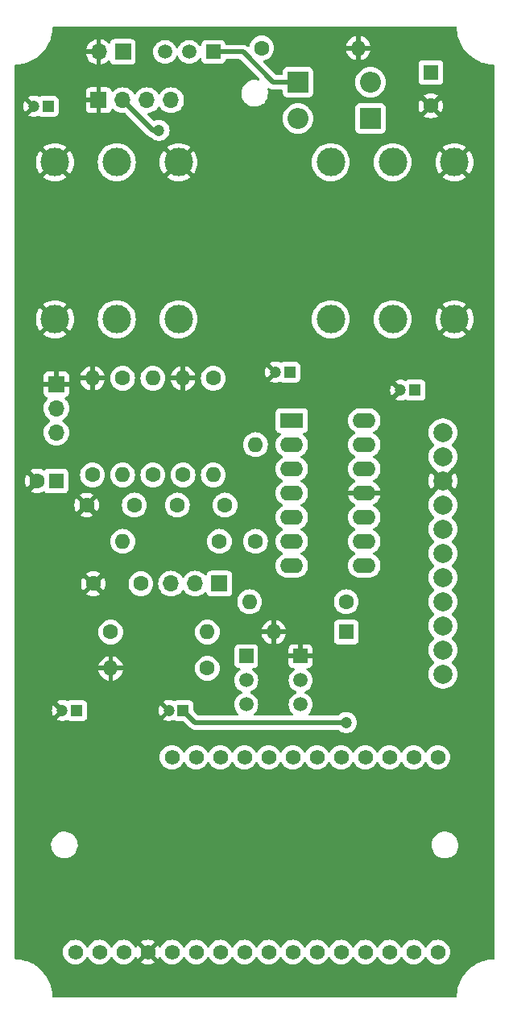
<source format=gbl>
%TF.GenerationSoftware,KiCad,Pcbnew,7.0.6*%
%TF.CreationDate,2024-08-25T10:20:08-07:00*%
%TF.ProjectId,Guitar_waveform_proj,47756974-6172-45f7-9761-7665666f726d,rev?*%
%TF.SameCoordinates,Original*%
%TF.FileFunction,Copper,L2,Bot*%
%TF.FilePolarity,Positive*%
%FSLAX46Y46*%
G04 Gerber Fmt 4.6, Leading zero omitted, Abs format (unit mm)*
G04 Created by KiCad (PCBNEW 7.0.6) date 2024-08-25 10:20:08*
%MOMM*%
%LPD*%
G01*
G04 APERTURE LIST*
%TA.AperFunction,ComponentPad*%
%ADD10R,1.200000X1.200000*%
%TD*%
%TA.AperFunction,ComponentPad*%
%ADD11C,1.200000*%
%TD*%
%TA.AperFunction,ComponentPad*%
%ADD12R,2.400000X1.600000*%
%TD*%
%TA.AperFunction,ComponentPad*%
%ADD13O,2.400000X1.600000*%
%TD*%
%TA.AperFunction,ComponentPad*%
%ADD14C,1.600000*%
%TD*%
%TA.AperFunction,ComponentPad*%
%ADD15O,1.600000X1.600000*%
%TD*%
%TA.AperFunction,ComponentPad*%
%ADD16R,2.200000X2.200000*%
%TD*%
%TA.AperFunction,ComponentPad*%
%ADD17O,2.200000X2.200000*%
%TD*%
%TA.AperFunction,ComponentPad*%
%ADD18C,3.000000*%
%TD*%
%TA.AperFunction,ComponentPad*%
%ADD19R,1.500000X1.500000*%
%TD*%
%TA.AperFunction,ComponentPad*%
%ADD20C,1.500000*%
%TD*%
%TA.AperFunction,ComponentPad*%
%ADD21R,1.600000X1.600000*%
%TD*%
%TA.AperFunction,ComponentPad*%
%ADD22C,2.000000*%
%TD*%
%TA.AperFunction,ComponentPad*%
%ADD23R,1.700000X1.700000*%
%TD*%
%TA.AperFunction,ComponentPad*%
%ADD24O,1.700000X1.700000*%
%TD*%
%TA.AperFunction,ComponentPad*%
%ADD25C,1.570000*%
%TD*%
%TA.AperFunction,ViaPad*%
%ADD26C,1.200000*%
%TD*%
%TA.AperFunction,Conductor*%
%ADD27C,0.500000*%
%TD*%
G04 APERTURE END LIST*
D10*
%TO.P,C5,1*%
%TO.N,+5V*%
X165735000Y-102870000D03*
D11*
%TO.P,C5,2*%
%TO.N,GND*%
X164235000Y-102870000D03*
%TD*%
D12*
%TO.P,U3,1*%
%TO.N,Vbuf*%
X177150000Y-72390000D03*
D13*
%TO.P,U3,2,-*%
X177150000Y-74930000D03*
%TO.P,U3,3,+*%
%TO.N,Net-(U3A-+)*%
X177150000Y-77470000D03*
%TO.P,U3,4,V+*%
%TO.N,+9V*%
X177150000Y-80010000D03*
%TO.P,U3,5,+*%
%TO.N,Net-(U3B-+)*%
X177150000Y-82550000D03*
%TO.P,U3,6,-*%
%TO.N,Net-(U3B--)*%
X177150000Y-85090000D03*
%TO.P,U3,7*%
%TO.N,Vamp*%
X177150000Y-87630000D03*
%TO.P,U3,8*%
%TO.N,Vadc*%
X184770000Y-87630000D03*
%TO.P,U3,9,-*%
X184770000Y-85090000D03*
%TO.P,U3,10,+*%
%TO.N,Net-(D3-K)*%
X184770000Y-82550000D03*
%TO.P,U3,11,V-*%
%TO.N,GND*%
X184770000Y-80010000D03*
%TO.P,U3,12*%
%TO.N,N/C*%
X184770000Y-77470000D03*
%TO.P,U3,13*%
X184770000Y-74930000D03*
%TO.P,U3,14*%
X184770000Y-72390000D03*
%TD*%
D14*
%TO.P,C8,1*%
%TO.N,GND*%
X155600000Y-81280000D03*
%TO.P,C8,2*%
%TO.N,Net-(C8-Pad2)*%
X160600000Y-81280000D03*
%TD*%
%TO.P,R8,1*%
%TO.N,Net-(U3B--)*%
X173340000Y-85090000D03*
D15*
%TO.P,R8,2*%
%TO.N,Vbuf*%
X173340000Y-74930000D03*
%TD*%
D14*
%TO.P,R10,1*%
%TO.N,+3.3V*%
X158115000Y-94615000D03*
D15*
%TO.P,R10,2*%
%TO.N,Net-(Q2-B)*%
X168275000Y-94615000D03*
%TD*%
D16*
%TO.P,D1,1,K*%
%TO.N,+9V*%
X177800000Y-36830000D03*
D17*
%TO.P,D1,2,A*%
%TO.N,Net-(D1-A)*%
X185420000Y-36830000D03*
%TD*%
D18*
%TO.P,J2,R*%
%TO.N,unconnected-(J2-PadR)*%
X187750000Y-45250000D03*
%TO.P,J2,RN*%
%TO.N,unconnected-(J2-PadRN)*%
X187750000Y-61750000D03*
%TO.P,J2,S*%
%TO.N,GND*%
X194250000Y-45250000D03*
%TO.P,J2,SN*%
X194250000Y-61750000D03*
%TO.P,J2,T*%
%TO.N,Vgtr*%
X181250000Y-45250000D03*
%TO.P,J2,TN*%
%TO.N,unconnected-(J2-PadTN)*%
X181250000Y-61750000D03*
%TD*%
D10*
%TO.P,C4,1*%
%TO.N,+3.3V*%
X154535000Y-102870000D03*
D11*
%TO.P,C4,2*%
%TO.N,GND*%
X153035000Y-102870000D03*
%TD*%
D10*
%TO.P,C2,1*%
%TO.N,+5V*%
X151535000Y-39370000D03*
D11*
%TO.P,C2,2*%
%TO.N,GND*%
X150035000Y-39370000D03*
%TD*%
D16*
%TO.P,D2,1,K*%
%TO.N,Net-(D1-A)*%
X185420000Y-40640000D03*
D17*
%TO.P,D2,2,A*%
%TO.N,Net-(D2-A)*%
X177800000Y-40640000D03*
%TD*%
D14*
%TO.P,R5,1*%
%TO.N,Net-(C8-Pad2)*%
X165720000Y-78105000D03*
D15*
%TO.P,R5,2*%
%TO.N,GND*%
X165720000Y-67945000D03*
%TD*%
D14*
%TO.P,R1,1*%
%TO.N,Net-(D2-A)*%
X173990000Y-33250000D03*
D15*
%TO.P,R1,2*%
%TO.N,GND*%
X184150000Y-33250000D03*
%TD*%
D14*
%TO.P,R7,1*%
%TO.N,Net-(U3B-+)*%
X169545000Y-85090000D03*
D15*
%TO.P,R7,2*%
%TO.N,Vref*%
X159385000Y-85090000D03*
%TD*%
D14*
%TO.P,R6,1*%
%TO.N,Vref*%
X168895000Y-67945000D03*
D15*
%TO.P,R6,2*%
%TO.N,Net-(U3A-+)*%
X168895000Y-78105000D03*
%TD*%
D19*
%TO.P,Q1,1,S*%
%TO.N,+9V*%
X168910000Y-33655000D03*
D20*
%TO.P,Q1,2,G*%
%TO.N,Net-(D2-A)*%
X166370000Y-33655000D03*
%TO.P,Q1,3,D*%
%TO.N,Net-(Q1-D)*%
X163830000Y-33655000D03*
%TD*%
D21*
%TO.P,C1,1*%
%TO.N,+9V*%
X191770000Y-35812349D03*
D14*
%TO.P,C1,2*%
%TO.N,GND*%
X191770000Y-39312349D03*
%TD*%
%TO.P,R4,1*%
%TO.N,Net-(C8-Pad2)*%
X162545000Y-78105000D03*
D15*
%TO.P,R4,2*%
%TO.N,Vgtr*%
X162545000Y-67945000D03*
%TD*%
D22*
%TO.P,U5,1,Vin*%
%TO.N,+5V*%
X193040000Y-73660000D03*
%TO.P,U5,2,3v3*%
%TO.N,unconnected-(U5-3v3-Pad2)*%
X193040000Y-76200000D03*
%TO.P,U5,3,Gnd*%
%TO.N,GND*%
X193040000Y-78740000D03*
%TO.P,U5,4,SCK*%
%TO.N,SCK*%
X193040000Y-81280000D03*
%TO.P,U5,5,MISO*%
%TO.N,MISO*%
X193040000Y-83820000D03*
%TO.P,U5,6,MOSI*%
%TO.N,MOSI*%
X193040000Y-86360000D03*
%TO.P,U5,7,CS*%
%TO.N,Net-(U4-14)*%
X193040000Y-88900000D03*
%TO.P,U5,8,RST*%
%TO.N,Net-(U4-15)*%
X193040000Y-91440000D03*
%TO.P,U5,9,D/C*%
%TO.N,Net-(U4-32)*%
X193040000Y-93980000D03*
%TO.P,U5,10,CCS*%
%TO.N,unconnected-(U5-CCS-Pad10)*%
X193040000Y-96520000D03*
%TO.P,U5,11,Lite*%
%TO.N,unconnected-(U5-Lite-Pad11)*%
X193040000Y-99060000D03*
%TD*%
D21*
%TO.P,C3,1*%
%TO.N,Vref*%
X152385000Y-78740000D03*
D14*
%TO.P,C3,2*%
%TO.N,GND*%
X150385000Y-78740000D03*
%TD*%
D23*
%TO.P,RV2,1,1*%
%TO.N,Vamp*%
X169545000Y-89535000D03*
D24*
%TO.P,RV2,2,2*%
%TO.N,Net-(U3B--)*%
X167005000Y-89535000D03*
%TO.P,RV2,3,3*%
%TO.N,unconnected-(RV2-Pad3)*%
X164465000Y-89535000D03*
%TD*%
D19*
%TO.P,Q2,1,E*%
%TO.N,Net-(Q2-E)*%
X172360000Y-97155000D03*
D20*
%TO.P,Q2,2,B*%
%TO.N,Net-(Q2-B)*%
X172360000Y-99695000D03*
%TO.P,Q2,3,C*%
%TO.N,Net-(D3-K)*%
X172360000Y-102235000D03*
%TD*%
D23*
%TO.P,U2,1,GND*%
%TO.N,GND*%
X156845000Y-38735000D03*
D24*
%TO.P,U2,2,5V*%
%TO.N,+5V*%
X159385000Y-38735000D03*
%TO.P,U2,3,Vin*%
%TO.N,+9V*%
X161925000Y-38735000D03*
%TO.P,U2,4,En*%
%TO.N,unconnected-(U2-En-Pad4)*%
X164465000Y-38735000D03*
%TD*%
D14*
%TO.P,R2,1*%
%TO.N,+9V*%
X159370000Y-67945000D03*
D15*
%TO.P,R2,2*%
%TO.N,Vref*%
X159370000Y-78105000D03*
%TD*%
D23*
%TO.P,U1,1,VCC*%
%TO.N,Net-(Q1-D)*%
X159390000Y-33655000D03*
D24*
%TO.P,U1,2,GND*%
%TO.N,GND*%
X156850000Y-33655000D03*
%TD*%
D19*
%TO.P,Q3,1,E*%
%TO.N,GND*%
X178075000Y-97155000D03*
D20*
%TO.P,Q3,2,B*%
%TO.N,Net-(Q2-E)*%
X178075000Y-99695000D03*
%TO.P,Q3,3,C*%
%TO.N,Net-(D3-K)*%
X178075000Y-102235000D03*
%TD*%
D21*
%TO.P,D3,1,K*%
%TO.N,Net-(D3-K)*%
X182880000Y-94615000D03*
D15*
%TO.P,D3,2,A*%
%TO.N,GND*%
X175260000Y-94615000D03*
%TD*%
D10*
%TO.P,C6,1*%
%TO.N,+5V*%
X190095000Y-69215000D03*
D11*
%TO.P,C6,2*%
%TO.N,GND*%
X188595000Y-69215000D03*
%TD*%
D10*
%TO.P,C7,1*%
%TO.N,+9V*%
X176935000Y-67310000D03*
D11*
%TO.P,C7,2*%
%TO.N,GND*%
X175435000Y-67310000D03*
%TD*%
D25*
%TO.P,U4,1,RST*%
%TO.N,unconnected-(U4-RST-Pad1)*%
X154392000Y-128246000D03*
%TO.P,U4,2,3V*%
%TO.N,+3.3V*%
X156932000Y-128246000D03*
%TO.P,U4,3,NC*%
%TO.N,unconnected-(U4-NC-Pad3)*%
X159472000Y-128246000D03*
%TO.P,U4,4,GND*%
%TO.N,GND*%
X162012000Y-128246000D03*
%TO.P,U4,5,A0*%
%TO.N,unconnected-(U4-A0-Pad5)*%
X164552000Y-128246000D03*
%TO.P,U4,6,A1*%
%TO.N,unconnected-(U4-A1-Pad6)*%
X167092000Y-128246000D03*
%TO.P,U4,7,A2*%
%TO.N,Vadc*%
X169632000Y-128246000D03*
%TO.P,U4,8,A3*%
%TO.N,unconnected-(U4-A3-Pad8)*%
X172172000Y-128246000D03*
%TO.P,U4,9,A4*%
%TO.N,unconnected-(U4-A4-Pad9)*%
X174712000Y-128246000D03*
%TO.P,U4,10,A5*%
%TO.N,unconnected-(U4-A5-Pad10)*%
X177252000Y-128246000D03*
%TO.P,U4,11,SCK*%
%TO.N,SCK*%
X179792000Y-128246000D03*
%TO.P,U4,12,MOSI*%
%TO.N,MOSI*%
X182332000Y-128246000D03*
%TO.P,U4,13,MISO*%
%TO.N,MISO*%
X184872000Y-128246000D03*
%TO.P,U4,14,RX*%
%TO.N,unconnected-(U4-RX-Pad14)*%
X187412000Y-128246000D03*
%TO.P,U4,15,TX*%
%TO.N,unconnected-(U4-TX-Pad15)*%
X189952000Y-128246000D03*
%TO.P,U4,16,21*%
%TO.N,unconnected-(U4-21-Pad16)*%
X192492000Y-128246000D03*
%TO.P,U4,17,SDA*%
%TO.N,unconnected-(U4-SDA-Pad17)*%
X192492000Y-107774000D03*
%TO.P,U4,18,SCL*%
%TO.N,unconnected-(U4-SCL-Pad18)*%
X189952000Y-107774000D03*
%TO.P,U4,19,14*%
%TO.N,Net-(U4-14)*%
X187412000Y-107774000D03*
%TO.P,U4,20,32*%
%TO.N,Net-(U4-32)*%
X184872000Y-107774000D03*
%TO.P,U4,21,15*%
%TO.N,Net-(U4-15)*%
X182332000Y-107774000D03*
%TO.P,U4,22,33*%
%TO.N,unconnected-(U4-33-Pad22)*%
X179792000Y-107774000D03*
%TO.P,U4,23,27*%
%TO.N,unconnected-(U4-27-Pad23)*%
X177252000Y-107774000D03*
%TO.P,U4,24,12*%
%TO.N,unconnected-(U4-12-Pad24)*%
X174712000Y-107774000D03*
%TO.P,U4,25,13*%
%TO.N,unconnected-(U4-13-Pad25)*%
X172172000Y-107774000D03*
%TO.P,U4,26,VBUS/USB*%
%TO.N,unconnected-(U4-VBUS{slash}USB-Pad26)*%
X169632000Y-107774000D03*
%TO.P,U4,27,EN*%
%TO.N,unconnected-(U4-EN-Pad27)*%
X167092000Y-107774000D03*
%TO.P,U4,28,VBAT*%
%TO.N,+5V*%
X164552000Y-107774000D03*
%TD*%
D14*
%TO.P,C10,1*%
%TO.N,Net-(U3B-+)*%
X161290000Y-89535000D03*
%TO.P,C10,2*%
%TO.N,GND*%
X156290000Y-89535000D03*
%TD*%
D23*
%TO.P,RV1,1,1*%
%TO.N,GND*%
X152385000Y-68580000D03*
D24*
%TO.P,RV1,2,2*%
%TO.N,Vref*%
X152385000Y-71120000D03*
%TO.P,RV1,3,3*%
%TO.N,unconnected-(RV1-Pad3)*%
X152385000Y-73660000D03*
%TD*%
D14*
%TO.P,R3,1*%
%TO.N,Vref*%
X156195000Y-78105000D03*
D15*
%TO.P,R3,2*%
%TO.N,GND*%
X156195000Y-67945000D03*
%TD*%
D14*
%TO.P,R11,1*%
%TO.N,Net-(Q2-B)*%
X168275000Y-98425000D03*
D15*
%TO.P,R11,2*%
%TO.N,GND*%
X158115000Y-98425000D03*
%TD*%
D14*
%TO.P,C9,1*%
%TO.N,Net-(U3A-+)*%
X170125000Y-81280000D03*
%TO.P,C9,2*%
%TO.N,Net-(C8-Pad2)*%
X165125000Y-81280000D03*
%TD*%
%TO.P,R9,1*%
%TO.N,Net-(D3-K)*%
X182880000Y-91440000D03*
D15*
%TO.P,R9,2*%
%TO.N,Vamp*%
X172720000Y-91440000D03*
%TD*%
D18*
%TO.P,J1,R*%
%TO.N,unconnected-(J1-PadR)*%
X158750000Y-61750000D03*
%TO.P,J1,RN*%
%TO.N,unconnected-(J1-PadRN)*%
X158750000Y-45250000D03*
%TO.P,J1,S*%
%TO.N,GND*%
X152250000Y-61750000D03*
%TO.P,J1,SN*%
X152250000Y-45250000D03*
%TO.P,J1,T*%
%TO.N,Vgtr*%
X165250000Y-61750000D03*
%TO.P,J1,TN*%
%TO.N,GND*%
X165250000Y-45250000D03*
%TD*%
D26*
%TO.N,+5V*%
X182880000Y-104140000D03*
X163195000Y-41910000D03*
%TD*%
D27*
%TO.N,+9V*%
X168910000Y-33655000D02*
X172005000Y-33655000D01*
X175180000Y-36830000D02*
X177800000Y-36830000D01*
X172005000Y-33655000D02*
X175180000Y-36830000D01*
%TO.N,+5V*%
X162560000Y-41910000D02*
X163195000Y-41910000D01*
X165735000Y-102870000D02*
X167005000Y-104140000D01*
X167005000Y-104140000D02*
X182880000Y-104140000D01*
X159385000Y-38735000D02*
X162560000Y-41910000D01*
%TD*%
%TA.AperFunction,Conductor*%
%TO.N,GND*%
G36*
X164534356Y-102843641D02*
G01*
X164534132Y-102846765D01*
X164533738Y-102842509D01*
X164534356Y-102843641D01*
G37*
%TD.AperFunction*%
%TA.AperFunction,Conductor*%
G36*
X153334356Y-102843641D02*
G01*
X153334132Y-102846765D01*
X153333738Y-102842509D01*
X153334356Y-102843641D01*
G37*
%TD.AperFunction*%
%TA.AperFunction,Conductor*%
G36*
X188894356Y-69188641D02*
G01*
X188894132Y-69191765D01*
X188893738Y-69187509D01*
X188894356Y-69188641D01*
G37*
%TD.AperFunction*%
%TA.AperFunction,Conductor*%
G36*
X175734356Y-67283641D02*
G01*
X175734132Y-67286765D01*
X175733738Y-67282509D01*
X175734356Y-67283641D01*
G37*
%TD.AperFunction*%
%TA.AperFunction,Conductor*%
G36*
X150334356Y-39343641D02*
G01*
X150334132Y-39346765D01*
X150333738Y-39342509D01*
X150334356Y-39343641D01*
G37*
%TD.AperFunction*%
%TA.AperFunction,Conductor*%
G36*
X194442539Y-31020185D02*
G01*
X194488294Y-31072989D01*
X194499500Y-31124500D01*
X194499500Y-31184951D01*
X194519902Y-31405127D01*
X194523768Y-31483828D01*
X194528607Y-31499074D01*
X194533630Y-31553277D01*
X194579854Y-31800556D01*
X194589370Y-31864706D01*
X194593794Y-31875131D01*
X194601600Y-31916888D01*
X194601604Y-31916902D01*
X194680644Y-32194700D01*
X194691393Y-32237611D01*
X194694479Y-32243325D01*
X194702831Y-32272679D01*
X194824807Y-32587539D01*
X194828941Y-32599093D01*
X194829753Y-32600306D01*
X194836454Y-32617604D01*
X194836456Y-32617608D01*
X195001341Y-32948740D01*
X195001346Y-32948748D01*
X195098380Y-33105465D01*
X195196072Y-33263243D01*
X195418992Y-33558436D01*
X195668198Y-33831802D01*
X195941564Y-34081008D01*
X196236757Y-34303928D01*
X196551260Y-34498659D01*
X196882388Y-34663542D01*
X196899688Y-34670244D01*
X196900609Y-34670951D01*
X196912447Y-34675187D01*
X196958612Y-34693071D01*
X197227318Y-34797168D01*
X197253150Y-34804517D01*
X197256672Y-34805520D01*
X197261021Y-34808263D01*
X197305277Y-34819349D01*
X197583105Y-34898398D01*
X197624864Y-34906204D01*
X197632855Y-34910267D01*
X197699424Y-34920141D01*
X197946715Y-34966369D01*
X197946720Y-34966369D01*
X197946723Y-34966370D01*
X197972150Y-34968725D01*
X198000914Y-34971391D01*
X198012669Y-34976059D01*
X198094860Y-34980096D01*
X198315046Y-35000500D01*
X198375500Y-35000500D01*
X198442539Y-35020185D01*
X198488294Y-35072989D01*
X198499500Y-35124500D01*
X198499500Y-128875500D01*
X198479815Y-128942539D01*
X198427011Y-128988294D01*
X198375500Y-128999500D01*
X198315046Y-128999500D01*
X198230744Y-129007311D01*
X198094880Y-129019901D01*
X198016178Y-129023767D01*
X198000925Y-129028607D01*
X197946722Y-129033630D01*
X197946718Y-129033630D01*
X197946715Y-129033631D01*
X197823041Y-129056749D01*
X197699444Y-129079854D01*
X197635300Y-129089369D01*
X197624869Y-129093794D01*
X197583108Y-129101601D01*
X197583097Y-129101604D01*
X197305300Y-129180644D01*
X197262395Y-129191391D01*
X197256675Y-129194479D01*
X197227318Y-129202832D01*
X196912461Y-129324807D01*
X196900912Y-129328939D01*
X196899695Y-129329752D01*
X196882401Y-129336452D01*
X196882391Y-129336456D01*
X196551259Y-129501341D01*
X196551251Y-129501346D01*
X196236759Y-129696070D01*
X195941570Y-129918987D01*
X195941561Y-129918994D01*
X195668198Y-130168198D01*
X195418994Y-130441561D01*
X195418987Y-130441570D01*
X195196070Y-130736759D01*
X195001346Y-131051251D01*
X195001341Y-131051259D01*
X194836456Y-131382391D01*
X194836452Y-131382401D01*
X194829752Y-131399695D01*
X194829046Y-131400612D01*
X194824807Y-131412461D01*
X194702832Y-131727318D01*
X194694479Y-131756675D01*
X194691735Y-131761024D01*
X194680644Y-131805300D01*
X194601604Y-132083097D01*
X194601601Y-132083108D01*
X194593794Y-132124869D01*
X194589731Y-132132857D01*
X194579854Y-132199444D01*
X194533630Y-132446722D01*
X194528607Y-132500925D01*
X194523940Y-132512677D01*
X194519901Y-132594880D01*
X194499500Y-132815048D01*
X194499500Y-132875500D01*
X194479815Y-132942539D01*
X194427011Y-132988294D01*
X194375500Y-132999500D01*
X152124500Y-132999500D01*
X152057461Y-132979815D01*
X152011706Y-132927011D01*
X152000500Y-132875500D01*
X152000500Y-132815048D01*
X151983443Y-132630973D01*
X151980096Y-132594860D01*
X151976230Y-132516164D01*
X151971391Y-132500914D01*
X151966370Y-132446725D01*
X151966370Y-132446722D01*
X151920145Y-132199444D01*
X151920141Y-132199424D01*
X151910630Y-132135300D01*
X151906204Y-132124865D01*
X151898398Y-132083105D01*
X151819349Y-131805277D01*
X151808607Y-131762391D01*
X151805520Y-131756672D01*
X151804517Y-131753150D01*
X151797168Y-131727318D01*
X151675187Y-131412447D01*
X151671060Y-131400912D01*
X151670244Y-131399689D01*
X151663542Y-131382388D01*
X151498659Y-131051260D01*
X151303928Y-130736757D01*
X151081008Y-130441564D01*
X150831802Y-130168198D01*
X150558436Y-129918992D01*
X150263243Y-129696072D01*
X149948740Y-129501341D01*
X149617612Y-129336458D01*
X149617608Y-129336456D01*
X149617604Y-129336454D01*
X149600306Y-129329753D01*
X149599386Y-129329046D01*
X149587539Y-129324807D01*
X149272679Y-129202831D01*
X149243325Y-129194479D01*
X149238975Y-129191734D01*
X149194700Y-129180644D01*
X148916902Y-129101604D01*
X148916888Y-129101600D01*
X148875131Y-129093794D01*
X148867141Y-129089731D01*
X148800556Y-129079854D01*
X148705702Y-129062123D01*
X148553285Y-129033631D01*
X148553279Y-129033630D01*
X148553277Y-129033630D01*
X148499074Y-129028607D01*
X148487321Y-129023940D01*
X148405127Y-129019902D01*
X148348323Y-129014638D01*
X148184954Y-128999500D01*
X148184951Y-128999500D01*
X148124500Y-128999500D01*
X148057461Y-128979815D01*
X148011706Y-128927011D01*
X148000500Y-128875500D01*
X148000500Y-128246001D01*
X153101590Y-128246001D01*
X153121193Y-128470071D01*
X153121195Y-128470082D01*
X153179408Y-128687338D01*
X153179410Y-128687342D01*
X153179411Y-128687346D01*
X153210149Y-128753263D01*
X153274471Y-128891204D01*
X153299544Y-128927011D01*
X153403489Y-129075460D01*
X153562540Y-129234511D01*
X153746795Y-129363528D01*
X153950654Y-129458589D01*
X154167923Y-129516806D01*
X154327978Y-129530808D01*
X154391998Y-129536410D01*
X154392000Y-129536410D01*
X154392002Y-129536410D01*
X154448019Y-129531508D01*
X154616077Y-129516806D01*
X154833346Y-129458589D01*
X155037205Y-129363528D01*
X155221460Y-129234511D01*
X155380511Y-129075460D01*
X155509528Y-128891205D01*
X155549618Y-128805230D01*
X155595790Y-128752792D01*
X155662984Y-128733640D01*
X155729865Y-128753856D01*
X155774382Y-128805231D01*
X155814471Y-128891204D01*
X155839544Y-128927011D01*
X155943489Y-129075460D01*
X156102540Y-129234511D01*
X156286795Y-129363528D01*
X156490654Y-129458589D01*
X156707923Y-129516806D01*
X156867978Y-129530808D01*
X156931998Y-129536410D01*
X156932000Y-129536410D01*
X156932002Y-129536410D01*
X156988019Y-129531508D01*
X157156077Y-129516806D01*
X157373346Y-129458589D01*
X157577205Y-129363528D01*
X157761460Y-129234511D01*
X157920511Y-129075460D01*
X158049528Y-128891205D01*
X158089618Y-128805230D01*
X158135790Y-128752792D01*
X158202984Y-128733640D01*
X158269865Y-128753856D01*
X158314382Y-128805231D01*
X158354471Y-128891204D01*
X158379544Y-128927011D01*
X158483489Y-129075460D01*
X158642540Y-129234511D01*
X158826795Y-129363528D01*
X159030654Y-129458589D01*
X159247923Y-129516806D01*
X159407978Y-129530808D01*
X159471998Y-129536410D01*
X159472000Y-129536410D01*
X159472002Y-129536410D01*
X159528019Y-129531508D01*
X159696077Y-129516806D01*
X159913346Y-129458589D01*
X160117205Y-129363528D01*
X160301460Y-129234511D01*
X160460511Y-129075460D01*
X160589528Y-128891205D01*
X160629896Y-128804635D01*
X160676064Y-128752201D01*
X160743258Y-128733048D01*
X160810139Y-128753263D01*
X160854657Y-128804638D01*
X160894910Y-128890959D01*
X160943743Y-128960701D01*
X160943744Y-128960702D01*
X161567549Y-128336896D01*
X161568327Y-128347265D01*
X161617887Y-128473541D01*
X161702465Y-128579599D01*
X161814547Y-128656016D01*
X161922299Y-128689253D01*
X161297296Y-129314254D01*
X161297297Y-129314255D01*
X161367042Y-129363090D01*
X161570823Y-129458115D01*
X161570832Y-129458119D01*
X161788004Y-129516309D01*
X161788014Y-129516311D01*
X162011999Y-129535908D01*
X162012001Y-129535908D01*
X162235985Y-129516311D01*
X162235995Y-129516309D01*
X162453167Y-129458119D01*
X162453176Y-129458115D01*
X162656954Y-129363092D01*
X162656958Y-129363090D01*
X162726702Y-129314255D01*
X162726702Y-129314254D01*
X162100231Y-128687784D01*
X162146138Y-128680865D01*
X162268357Y-128622007D01*
X162367798Y-128529740D01*
X162435625Y-128412260D01*
X162453499Y-128333946D01*
X163080254Y-128960702D01*
X163080255Y-128960702D01*
X163129090Y-128890958D01*
X163129092Y-128890954D01*
X163169342Y-128804639D01*
X163215514Y-128752200D01*
X163282708Y-128733048D01*
X163349589Y-128753264D01*
X163394105Y-128804638D01*
X163434472Y-128891205D01*
X163563489Y-129075460D01*
X163722540Y-129234511D01*
X163906795Y-129363528D01*
X164110654Y-129458589D01*
X164327923Y-129516806D01*
X164487977Y-129530808D01*
X164551998Y-129536410D01*
X164552000Y-129536410D01*
X164552002Y-129536410D01*
X164608019Y-129531508D01*
X164776077Y-129516806D01*
X164993346Y-129458589D01*
X165197205Y-129363528D01*
X165381460Y-129234511D01*
X165540511Y-129075460D01*
X165669528Y-128891205D01*
X165709619Y-128805227D01*
X165755788Y-128752793D01*
X165822982Y-128733640D01*
X165889863Y-128753855D01*
X165934381Y-128805230D01*
X165934382Y-128805232D01*
X165974472Y-128891205D01*
X166103489Y-129075460D01*
X166262540Y-129234511D01*
X166446795Y-129363528D01*
X166650654Y-129458589D01*
X166867923Y-129516806D01*
X167027977Y-129530808D01*
X167091998Y-129536410D01*
X167092000Y-129536410D01*
X167092002Y-129536410D01*
X167148019Y-129531508D01*
X167316077Y-129516806D01*
X167533346Y-129458589D01*
X167737205Y-129363528D01*
X167921460Y-129234511D01*
X168080511Y-129075460D01*
X168209528Y-128891205D01*
X168249618Y-128805230D01*
X168295790Y-128752792D01*
X168362984Y-128733640D01*
X168429865Y-128753856D01*
X168474382Y-128805231D01*
X168514471Y-128891204D01*
X168539544Y-128927011D01*
X168643489Y-129075460D01*
X168802540Y-129234511D01*
X168986795Y-129363528D01*
X169190654Y-129458589D01*
X169407923Y-129516806D01*
X169567978Y-129530808D01*
X169631998Y-129536410D01*
X169632000Y-129536410D01*
X169632002Y-129536410D01*
X169688019Y-129531508D01*
X169856077Y-129516806D01*
X170073346Y-129458589D01*
X170277205Y-129363528D01*
X170461460Y-129234511D01*
X170620511Y-129075460D01*
X170749528Y-128891205D01*
X170789618Y-128805230D01*
X170835790Y-128752792D01*
X170902984Y-128733640D01*
X170969865Y-128753856D01*
X171014382Y-128805231D01*
X171054471Y-128891204D01*
X171079544Y-128927011D01*
X171183489Y-129075460D01*
X171342540Y-129234511D01*
X171526795Y-129363528D01*
X171730654Y-129458589D01*
X171947923Y-129516806D01*
X172107977Y-129530808D01*
X172171998Y-129536410D01*
X172172000Y-129536410D01*
X172172002Y-129536410D01*
X172228019Y-129531508D01*
X172396077Y-129516806D01*
X172613346Y-129458589D01*
X172817205Y-129363528D01*
X173001460Y-129234511D01*
X173160511Y-129075460D01*
X173289528Y-128891205D01*
X173329618Y-128805230D01*
X173375790Y-128752792D01*
X173442984Y-128733640D01*
X173509865Y-128753856D01*
X173554382Y-128805231D01*
X173594471Y-128891204D01*
X173619544Y-128927011D01*
X173723489Y-129075460D01*
X173882540Y-129234511D01*
X174066795Y-129363528D01*
X174270654Y-129458589D01*
X174487923Y-129516806D01*
X174647978Y-129530808D01*
X174711998Y-129536410D01*
X174712000Y-129536410D01*
X174712002Y-129536410D01*
X174768019Y-129531508D01*
X174936077Y-129516806D01*
X175153346Y-129458589D01*
X175357205Y-129363528D01*
X175541460Y-129234511D01*
X175700511Y-129075460D01*
X175829528Y-128891205D01*
X175869619Y-128805227D01*
X175915788Y-128752793D01*
X175982982Y-128733640D01*
X176049863Y-128753855D01*
X176094381Y-128805230D01*
X176094382Y-128805232D01*
X176134472Y-128891205D01*
X176263489Y-129075460D01*
X176422540Y-129234511D01*
X176606795Y-129363528D01*
X176810654Y-129458589D01*
X177027923Y-129516806D01*
X177187978Y-129530808D01*
X177251998Y-129536410D01*
X177252000Y-129536410D01*
X177252002Y-129536410D01*
X177308019Y-129531508D01*
X177476077Y-129516806D01*
X177693346Y-129458589D01*
X177897205Y-129363528D01*
X178081460Y-129234511D01*
X178240511Y-129075460D01*
X178369528Y-128891205D01*
X178409618Y-128805230D01*
X178455790Y-128752792D01*
X178522984Y-128733640D01*
X178589865Y-128753856D01*
X178634382Y-128805231D01*
X178674471Y-128891204D01*
X178699544Y-128927011D01*
X178803489Y-129075460D01*
X178962540Y-129234511D01*
X179146795Y-129363528D01*
X179350654Y-129458589D01*
X179567923Y-129516806D01*
X179727978Y-129530808D01*
X179791998Y-129536410D01*
X179792000Y-129536410D01*
X179792002Y-129536410D01*
X179848019Y-129531508D01*
X180016077Y-129516806D01*
X180233346Y-129458589D01*
X180437205Y-129363528D01*
X180621460Y-129234511D01*
X180780511Y-129075460D01*
X180909528Y-128891205D01*
X180949618Y-128805230D01*
X180995790Y-128752792D01*
X181062984Y-128733640D01*
X181129865Y-128753856D01*
X181174382Y-128805231D01*
X181214471Y-128891204D01*
X181239544Y-128927011D01*
X181343489Y-129075460D01*
X181502540Y-129234511D01*
X181686795Y-129363528D01*
X181890654Y-129458589D01*
X182107923Y-129516806D01*
X182267978Y-129530808D01*
X182331998Y-129536410D01*
X182332000Y-129536410D01*
X182332002Y-129536410D01*
X182388019Y-129531508D01*
X182556077Y-129516806D01*
X182773346Y-129458589D01*
X182977205Y-129363528D01*
X183161460Y-129234511D01*
X183320511Y-129075460D01*
X183449528Y-128891205D01*
X183489618Y-128805230D01*
X183535790Y-128752792D01*
X183602984Y-128733640D01*
X183669865Y-128753856D01*
X183714382Y-128805231D01*
X183754471Y-128891204D01*
X183779544Y-128927011D01*
X183883489Y-129075460D01*
X184042540Y-129234511D01*
X184226795Y-129363528D01*
X184430654Y-129458589D01*
X184647923Y-129516806D01*
X184807977Y-129530808D01*
X184871998Y-129536410D01*
X184872000Y-129536410D01*
X184872002Y-129536410D01*
X184928019Y-129531508D01*
X185096077Y-129516806D01*
X185313346Y-129458589D01*
X185517205Y-129363528D01*
X185701460Y-129234511D01*
X185860511Y-129075460D01*
X185989528Y-128891205D01*
X186029619Y-128805227D01*
X186075788Y-128752793D01*
X186142982Y-128733640D01*
X186209863Y-128753855D01*
X186254381Y-128805230D01*
X186254382Y-128805232D01*
X186294472Y-128891205D01*
X186423489Y-129075460D01*
X186582540Y-129234511D01*
X186766795Y-129363528D01*
X186970654Y-129458589D01*
X187187923Y-129516806D01*
X187347977Y-129530808D01*
X187411998Y-129536410D01*
X187412000Y-129536410D01*
X187412002Y-129536410D01*
X187468019Y-129531508D01*
X187636077Y-129516806D01*
X187853346Y-129458589D01*
X188057205Y-129363528D01*
X188241460Y-129234511D01*
X188400511Y-129075460D01*
X188529528Y-128891205D01*
X188569618Y-128805230D01*
X188615790Y-128752792D01*
X188682984Y-128733640D01*
X188749865Y-128753856D01*
X188794382Y-128805231D01*
X188834471Y-128891204D01*
X188859544Y-128927011D01*
X188963489Y-129075460D01*
X189122540Y-129234511D01*
X189306795Y-129363528D01*
X189510654Y-129458589D01*
X189727923Y-129516806D01*
X189887978Y-129530808D01*
X189951998Y-129536410D01*
X189952000Y-129536410D01*
X189952002Y-129536410D01*
X190008019Y-129531508D01*
X190176077Y-129516806D01*
X190393346Y-129458589D01*
X190597205Y-129363528D01*
X190781460Y-129234511D01*
X190940511Y-129075460D01*
X191069528Y-128891205D01*
X191109618Y-128805230D01*
X191155790Y-128752792D01*
X191222984Y-128733640D01*
X191289865Y-128753856D01*
X191334382Y-128805231D01*
X191374471Y-128891204D01*
X191399544Y-128927011D01*
X191503489Y-129075460D01*
X191662540Y-129234511D01*
X191846795Y-129363528D01*
X192050654Y-129458589D01*
X192267923Y-129516806D01*
X192427977Y-129530808D01*
X192491998Y-129536410D01*
X192492000Y-129536410D01*
X192492002Y-129536410D01*
X192548019Y-129531508D01*
X192716077Y-129516806D01*
X192933346Y-129458589D01*
X193137205Y-129363528D01*
X193321460Y-129234511D01*
X193480511Y-129075460D01*
X193609528Y-128891205D01*
X193704589Y-128687346D01*
X193762806Y-128470077D01*
X193782410Y-128246000D01*
X193762806Y-128021923D01*
X193704589Y-127804654D01*
X193609528Y-127600795D01*
X193480511Y-127416540D01*
X193321460Y-127257489D01*
X193174055Y-127154275D01*
X193137204Y-127128471D01*
X193035275Y-127080941D01*
X192933346Y-127033411D01*
X192933342Y-127033410D01*
X192933338Y-127033408D01*
X192716082Y-126975195D01*
X192716078Y-126975194D01*
X192716077Y-126975194D01*
X192716076Y-126975193D01*
X192716071Y-126975193D01*
X192492002Y-126955590D01*
X192491998Y-126955590D01*
X192267928Y-126975193D01*
X192267917Y-126975195D01*
X192050661Y-127033408D01*
X192050652Y-127033412D01*
X191846795Y-127128471D01*
X191776427Y-127177744D01*
X191662540Y-127257489D01*
X191662538Y-127257490D01*
X191662535Y-127257493D01*
X191503493Y-127416535D01*
X191374471Y-127600795D01*
X191334382Y-127686768D01*
X191288209Y-127739207D01*
X191221016Y-127758359D01*
X191154135Y-127738143D01*
X191109618Y-127686768D01*
X191069528Y-127600795D01*
X191069527Y-127600794D01*
X190940511Y-127416540D01*
X190781460Y-127257489D01*
X190634055Y-127154275D01*
X190597204Y-127128471D01*
X190495275Y-127080941D01*
X190393346Y-127033411D01*
X190393342Y-127033410D01*
X190393338Y-127033408D01*
X190176082Y-126975195D01*
X190176078Y-126975194D01*
X190176077Y-126975194D01*
X190176076Y-126975193D01*
X190176071Y-126975193D01*
X189952002Y-126955590D01*
X189951998Y-126955590D01*
X189727928Y-126975193D01*
X189727917Y-126975195D01*
X189510661Y-127033408D01*
X189510652Y-127033412D01*
X189306795Y-127128471D01*
X189236427Y-127177744D01*
X189122540Y-127257489D01*
X189122538Y-127257490D01*
X189122535Y-127257493D01*
X188963493Y-127416535D01*
X188834471Y-127600795D01*
X188794382Y-127686768D01*
X188748209Y-127739207D01*
X188681016Y-127758359D01*
X188614135Y-127738143D01*
X188569618Y-127686768D01*
X188529528Y-127600795D01*
X188529527Y-127600794D01*
X188400511Y-127416540D01*
X188241460Y-127257489D01*
X188094055Y-127154275D01*
X188057204Y-127128471D01*
X187955275Y-127080941D01*
X187853346Y-127033411D01*
X187853342Y-127033410D01*
X187853338Y-127033408D01*
X187636082Y-126975195D01*
X187636078Y-126975194D01*
X187636077Y-126975194D01*
X187636076Y-126975193D01*
X187636071Y-126975193D01*
X187412002Y-126955590D01*
X187411998Y-126955590D01*
X187187928Y-126975193D01*
X187187917Y-126975195D01*
X186970661Y-127033408D01*
X186970652Y-127033412D01*
X186766795Y-127128471D01*
X186696427Y-127177744D01*
X186582540Y-127257489D01*
X186582538Y-127257490D01*
X186582535Y-127257493D01*
X186423493Y-127416535D01*
X186294471Y-127600796D01*
X186294469Y-127600800D01*
X186254380Y-127686769D01*
X186208207Y-127739208D01*
X186141014Y-127758359D01*
X186074133Y-127738142D01*
X186029617Y-127686767D01*
X185989529Y-127600798D01*
X185989528Y-127600796D01*
X185989528Y-127600795D01*
X185860511Y-127416540D01*
X185701460Y-127257489D01*
X185554056Y-127154275D01*
X185517204Y-127128471D01*
X185415275Y-127080941D01*
X185313346Y-127033411D01*
X185313342Y-127033410D01*
X185313338Y-127033408D01*
X185096082Y-126975195D01*
X185096078Y-126975194D01*
X185096077Y-126975194D01*
X185096076Y-126975193D01*
X185096071Y-126975193D01*
X184872002Y-126955590D01*
X184871998Y-126955590D01*
X184647928Y-126975193D01*
X184647917Y-126975195D01*
X184430661Y-127033408D01*
X184430652Y-127033412D01*
X184226795Y-127128471D01*
X184156427Y-127177744D01*
X184042540Y-127257489D01*
X184042538Y-127257490D01*
X184042535Y-127257493D01*
X183883493Y-127416535D01*
X183754471Y-127600795D01*
X183714382Y-127686768D01*
X183668209Y-127739207D01*
X183601016Y-127758359D01*
X183534135Y-127738143D01*
X183489618Y-127686768D01*
X183449528Y-127600795D01*
X183449528Y-127600794D01*
X183320511Y-127416540D01*
X183161460Y-127257489D01*
X183014056Y-127154275D01*
X182977204Y-127128471D01*
X182875275Y-127080941D01*
X182773346Y-127033411D01*
X182773342Y-127033410D01*
X182773338Y-127033408D01*
X182556082Y-126975195D01*
X182556078Y-126975194D01*
X182556077Y-126975194D01*
X182556076Y-126975193D01*
X182556071Y-126975193D01*
X182332002Y-126955590D01*
X182331998Y-126955590D01*
X182107928Y-126975193D01*
X182107917Y-126975195D01*
X181890661Y-127033408D01*
X181890652Y-127033412D01*
X181686795Y-127128471D01*
X181616427Y-127177744D01*
X181502540Y-127257489D01*
X181502538Y-127257490D01*
X181502535Y-127257493D01*
X181343493Y-127416535D01*
X181214471Y-127600795D01*
X181174382Y-127686768D01*
X181128209Y-127739207D01*
X181061016Y-127758359D01*
X180994135Y-127738143D01*
X180949618Y-127686768D01*
X180909528Y-127600795D01*
X180909527Y-127600794D01*
X180780511Y-127416540D01*
X180621460Y-127257489D01*
X180474056Y-127154275D01*
X180437204Y-127128471D01*
X180335275Y-127080941D01*
X180233346Y-127033411D01*
X180233342Y-127033410D01*
X180233338Y-127033408D01*
X180016082Y-126975195D01*
X180016078Y-126975194D01*
X180016077Y-126975194D01*
X180016076Y-126975193D01*
X180016071Y-126975193D01*
X179792002Y-126955590D01*
X179791998Y-126955590D01*
X179567928Y-126975193D01*
X179567917Y-126975195D01*
X179350661Y-127033408D01*
X179350652Y-127033412D01*
X179146795Y-127128471D01*
X179076427Y-127177744D01*
X178962540Y-127257489D01*
X178962538Y-127257490D01*
X178962535Y-127257493D01*
X178803493Y-127416535D01*
X178674471Y-127600795D01*
X178634382Y-127686768D01*
X178588209Y-127739207D01*
X178521016Y-127758359D01*
X178454135Y-127738143D01*
X178409618Y-127686768D01*
X178369528Y-127600795D01*
X178369527Y-127600794D01*
X178240511Y-127416540D01*
X178081460Y-127257489D01*
X177934056Y-127154275D01*
X177897204Y-127128471D01*
X177795275Y-127080941D01*
X177693346Y-127033411D01*
X177693342Y-127033410D01*
X177693338Y-127033408D01*
X177476082Y-126975195D01*
X177476078Y-126975194D01*
X177476077Y-126975194D01*
X177476076Y-126975193D01*
X177476071Y-126975193D01*
X177252002Y-126955590D01*
X177251998Y-126955590D01*
X177027928Y-126975193D01*
X177027917Y-126975195D01*
X176810661Y-127033408D01*
X176810652Y-127033412D01*
X176606795Y-127128471D01*
X176536427Y-127177744D01*
X176422540Y-127257489D01*
X176422538Y-127257490D01*
X176422535Y-127257493D01*
X176263493Y-127416535D01*
X176134471Y-127600796D01*
X176134469Y-127600800D01*
X176094380Y-127686769D01*
X176048207Y-127739208D01*
X175981014Y-127758359D01*
X175914133Y-127738142D01*
X175869617Y-127686767D01*
X175829529Y-127600798D01*
X175829528Y-127600796D01*
X175829528Y-127600795D01*
X175700511Y-127416540D01*
X175541460Y-127257489D01*
X175394055Y-127154275D01*
X175357204Y-127128471D01*
X175255275Y-127080941D01*
X175153346Y-127033411D01*
X175153342Y-127033410D01*
X175153338Y-127033408D01*
X174936082Y-126975195D01*
X174936078Y-126975194D01*
X174936077Y-126975194D01*
X174936076Y-126975193D01*
X174936071Y-126975193D01*
X174712002Y-126955590D01*
X174711998Y-126955590D01*
X174487928Y-126975193D01*
X174487917Y-126975195D01*
X174270661Y-127033408D01*
X174270652Y-127033412D01*
X174066795Y-127128471D01*
X173996427Y-127177744D01*
X173882540Y-127257489D01*
X173882538Y-127257490D01*
X173882535Y-127257493D01*
X173723493Y-127416535D01*
X173594471Y-127600795D01*
X173554382Y-127686768D01*
X173508209Y-127739207D01*
X173441016Y-127758359D01*
X173374135Y-127738143D01*
X173329618Y-127686768D01*
X173289528Y-127600795D01*
X173289528Y-127600794D01*
X173160511Y-127416540D01*
X173001460Y-127257489D01*
X172854055Y-127154275D01*
X172817204Y-127128471D01*
X172715275Y-127080941D01*
X172613346Y-127033411D01*
X172613342Y-127033410D01*
X172613338Y-127033408D01*
X172396082Y-126975195D01*
X172396078Y-126975194D01*
X172396077Y-126975194D01*
X172396076Y-126975193D01*
X172396071Y-126975193D01*
X172172002Y-126955590D01*
X172171998Y-126955590D01*
X171947928Y-126975193D01*
X171947917Y-126975195D01*
X171730661Y-127033408D01*
X171730652Y-127033412D01*
X171526795Y-127128471D01*
X171456427Y-127177744D01*
X171342540Y-127257489D01*
X171342538Y-127257490D01*
X171342535Y-127257493D01*
X171183493Y-127416535D01*
X171054471Y-127600795D01*
X171014382Y-127686768D01*
X170968209Y-127739207D01*
X170901016Y-127758359D01*
X170834135Y-127738143D01*
X170789618Y-127686768D01*
X170749528Y-127600795D01*
X170749527Y-127600794D01*
X170620511Y-127416540D01*
X170461460Y-127257489D01*
X170314055Y-127154275D01*
X170277204Y-127128471D01*
X170175275Y-127080941D01*
X170073346Y-127033411D01*
X170073342Y-127033410D01*
X170073338Y-127033408D01*
X169856082Y-126975195D01*
X169856078Y-126975194D01*
X169856077Y-126975194D01*
X169856076Y-126975193D01*
X169856071Y-126975193D01*
X169632002Y-126955590D01*
X169631998Y-126955590D01*
X169407928Y-126975193D01*
X169407917Y-126975195D01*
X169190661Y-127033408D01*
X169190652Y-127033412D01*
X168986795Y-127128471D01*
X168916427Y-127177744D01*
X168802540Y-127257489D01*
X168802538Y-127257490D01*
X168802535Y-127257493D01*
X168643493Y-127416535D01*
X168514471Y-127600795D01*
X168474382Y-127686768D01*
X168428209Y-127739207D01*
X168361016Y-127758359D01*
X168294135Y-127738143D01*
X168249618Y-127686768D01*
X168209528Y-127600795D01*
X168209527Y-127600794D01*
X168080511Y-127416540D01*
X167921460Y-127257489D01*
X167774056Y-127154275D01*
X167737204Y-127128471D01*
X167635275Y-127080941D01*
X167533346Y-127033411D01*
X167533342Y-127033410D01*
X167533338Y-127033408D01*
X167316082Y-126975195D01*
X167316078Y-126975194D01*
X167316077Y-126975194D01*
X167316076Y-126975193D01*
X167316071Y-126975193D01*
X167092002Y-126955590D01*
X167091998Y-126955590D01*
X166867928Y-126975193D01*
X166867917Y-126975195D01*
X166650661Y-127033408D01*
X166650652Y-127033412D01*
X166446795Y-127128471D01*
X166376427Y-127177744D01*
X166262540Y-127257489D01*
X166262538Y-127257490D01*
X166262535Y-127257493D01*
X166103493Y-127416535D01*
X165974471Y-127600795D01*
X165934382Y-127686768D01*
X165888209Y-127739207D01*
X165821016Y-127758359D01*
X165754135Y-127738143D01*
X165709618Y-127686768D01*
X165669528Y-127600795D01*
X165540511Y-127416540D01*
X165381460Y-127257489D01*
X165234056Y-127154275D01*
X165197204Y-127128471D01*
X165095275Y-127080941D01*
X164993346Y-127033411D01*
X164993342Y-127033410D01*
X164993338Y-127033408D01*
X164776082Y-126975195D01*
X164776078Y-126975194D01*
X164776077Y-126975194D01*
X164776076Y-126975193D01*
X164776071Y-126975193D01*
X164552002Y-126955590D01*
X164551998Y-126955590D01*
X164327928Y-126975193D01*
X164327917Y-126975195D01*
X164110661Y-127033408D01*
X164110652Y-127033412D01*
X163906795Y-127128471D01*
X163836427Y-127177744D01*
X163722540Y-127257489D01*
X163722538Y-127257490D01*
X163722535Y-127257493D01*
X163563493Y-127416535D01*
X163434471Y-127600795D01*
X163394106Y-127687360D01*
X163347933Y-127739799D01*
X163280740Y-127758951D01*
X163213859Y-127738735D01*
X163169342Y-127687360D01*
X163129090Y-127601042D01*
X163080255Y-127531297D01*
X163080254Y-127531296D01*
X162456449Y-128155101D01*
X162455673Y-128144735D01*
X162406113Y-128018459D01*
X162321535Y-127912401D01*
X162209453Y-127835984D01*
X162101699Y-127802746D01*
X162726702Y-127177744D01*
X162726701Y-127177743D01*
X162656957Y-127128909D01*
X162453176Y-127033884D01*
X162453167Y-127033880D01*
X162235995Y-126975690D01*
X162235985Y-126975688D01*
X162012001Y-126956092D01*
X162011999Y-126956092D01*
X161788014Y-126975688D01*
X161788004Y-126975690D01*
X161570832Y-127033880D01*
X161570823Y-127033884D01*
X161367046Y-127128907D01*
X161297296Y-127177744D01*
X161923767Y-127804215D01*
X161877862Y-127811135D01*
X161755643Y-127869993D01*
X161656202Y-127962260D01*
X161588375Y-128079740D01*
X161570501Y-128158052D01*
X160943744Y-127531297D01*
X160894905Y-127601048D01*
X160854656Y-127687361D01*
X160808483Y-127739800D01*
X160741290Y-127758951D01*
X160674409Y-127738734D01*
X160629893Y-127687359D01*
X160629617Y-127686768D01*
X160589528Y-127600795D01*
X160460511Y-127416540D01*
X160301460Y-127257489D01*
X160154056Y-127154275D01*
X160117204Y-127128471D01*
X160015275Y-127080941D01*
X159913346Y-127033411D01*
X159913342Y-127033410D01*
X159913338Y-127033408D01*
X159696082Y-126975195D01*
X159696078Y-126975194D01*
X159696077Y-126975194D01*
X159696076Y-126975193D01*
X159696071Y-126975193D01*
X159472002Y-126955590D01*
X159471998Y-126955590D01*
X159247928Y-126975193D01*
X159247917Y-126975195D01*
X159030661Y-127033408D01*
X159030652Y-127033412D01*
X158826795Y-127128471D01*
X158756427Y-127177744D01*
X158642540Y-127257489D01*
X158642538Y-127257490D01*
X158642535Y-127257493D01*
X158483493Y-127416535D01*
X158354471Y-127600795D01*
X158314382Y-127686768D01*
X158268209Y-127739207D01*
X158201016Y-127758359D01*
X158134135Y-127738143D01*
X158089618Y-127686768D01*
X158049528Y-127600795D01*
X158049527Y-127600794D01*
X157920511Y-127416540D01*
X157761460Y-127257489D01*
X157614056Y-127154275D01*
X157577204Y-127128471D01*
X157475275Y-127080941D01*
X157373346Y-127033411D01*
X157373342Y-127033410D01*
X157373338Y-127033408D01*
X157156082Y-126975195D01*
X157156078Y-126975194D01*
X157156077Y-126975194D01*
X157156076Y-126975193D01*
X157156071Y-126975193D01*
X156932002Y-126955590D01*
X156931998Y-126955590D01*
X156707928Y-126975193D01*
X156707917Y-126975195D01*
X156490661Y-127033408D01*
X156490652Y-127033412D01*
X156286795Y-127128471D01*
X156216427Y-127177744D01*
X156102540Y-127257489D01*
X156102538Y-127257490D01*
X156102535Y-127257493D01*
X155943493Y-127416535D01*
X155814471Y-127600795D01*
X155774382Y-127686768D01*
X155728209Y-127739207D01*
X155661016Y-127758359D01*
X155594135Y-127738143D01*
X155549618Y-127686768D01*
X155509528Y-127600795D01*
X155509528Y-127600794D01*
X155380511Y-127416540D01*
X155221460Y-127257489D01*
X155074056Y-127154275D01*
X155037204Y-127128471D01*
X154935275Y-127080941D01*
X154833346Y-127033411D01*
X154833342Y-127033410D01*
X154833338Y-127033408D01*
X154616082Y-126975195D01*
X154616078Y-126975194D01*
X154616077Y-126975194D01*
X154616076Y-126975193D01*
X154616071Y-126975193D01*
X154392002Y-126955590D01*
X154391998Y-126955590D01*
X154167928Y-126975193D01*
X154167917Y-126975195D01*
X153950661Y-127033408D01*
X153950652Y-127033412D01*
X153746795Y-127128471D01*
X153676427Y-127177744D01*
X153562540Y-127257489D01*
X153562538Y-127257490D01*
X153562535Y-127257493D01*
X153403493Y-127416535D01*
X153274471Y-127600795D01*
X153179412Y-127804652D01*
X153179408Y-127804661D01*
X153121195Y-128021917D01*
X153121193Y-128021928D01*
X153101590Y-128245998D01*
X153101590Y-128246001D01*
X148000500Y-128246001D01*
X148000500Y-116940346D01*
X151845702Y-116940346D01*
X151855819Y-117178528D01*
X151855819Y-117178532D01*
X151906045Y-117411580D01*
X151994935Y-117632788D01*
X151994936Y-117632790D01*
X152119931Y-117835795D01*
X152277436Y-118014755D01*
X152462920Y-118164523D01*
X152671046Y-118280790D01*
X152796951Y-118325275D01*
X152895829Y-118360211D01*
X153130790Y-118400499D01*
X153130798Y-118400499D01*
X153130800Y-118400500D01*
X153130801Y-118400500D01*
X153309502Y-118400500D01*
X153487536Y-118385347D01*
X153487539Y-118385346D01*
X153487541Y-118385346D01*
X153718249Y-118325275D01*
X153850973Y-118265279D01*
X153935480Y-118227080D01*
X153935481Y-118227078D01*
X153935486Y-118227077D01*
X154133003Y-118093579D01*
X154305118Y-117928621D01*
X154446879Y-117736947D01*
X154554207Y-117524074D01*
X154624016Y-117296123D01*
X154654298Y-117059654D01*
X154649230Y-116940346D01*
X191845702Y-116940346D01*
X191855819Y-117178528D01*
X191855819Y-117178532D01*
X191906045Y-117411580D01*
X191994935Y-117632788D01*
X191994936Y-117632790D01*
X192119931Y-117835795D01*
X192277436Y-118014755D01*
X192462920Y-118164523D01*
X192671046Y-118280790D01*
X192796951Y-118325275D01*
X192895829Y-118360211D01*
X193130790Y-118400499D01*
X193130798Y-118400499D01*
X193130800Y-118400500D01*
X193130801Y-118400500D01*
X193309502Y-118400500D01*
X193487536Y-118385347D01*
X193487539Y-118385346D01*
X193487541Y-118385346D01*
X193718249Y-118325275D01*
X193850973Y-118265279D01*
X193935480Y-118227080D01*
X193935481Y-118227078D01*
X193935486Y-118227077D01*
X194133003Y-118093579D01*
X194305118Y-117928621D01*
X194446879Y-117736947D01*
X194554207Y-117524074D01*
X194624016Y-117296123D01*
X194654298Y-117059654D01*
X194644180Y-116821468D01*
X194593954Y-116588419D01*
X194505064Y-116367210D01*
X194380069Y-116164205D01*
X194222564Y-115985245D01*
X194037080Y-115835477D01*
X193923130Y-115771820D01*
X193828955Y-115719210D01*
X193604170Y-115639788D01*
X193369209Y-115599500D01*
X193369200Y-115599500D01*
X193190503Y-115599500D01*
X193190498Y-115599500D01*
X193012463Y-115614652D01*
X192781751Y-115674724D01*
X192564519Y-115772919D01*
X192564511Y-115772924D01*
X192367006Y-115906413D01*
X192366997Y-115906421D01*
X192194881Y-116071379D01*
X192053123Y-116263050D01*
X192053120Y-116263054D01*
X191945796Y-116475920D01*
X191945793Y-116475926D01*
X191875983Y-116703878D01*
X191845702Y-116940346D01*
X154649230Y-116940346D01*
X154644180Y-116821468D01*
X154593954Y-116588419D01*
X154505064Y-116367210D01*
X154380069Y-116164205D01*
X154222564Y-115985245D01*
X154037080Y-115835477D01*
X153923130Y-115771820D01*
X153828955Y-115719210D01*
X153604170Y-115639788D01*
X153369209Y-115599500D01*
X153369200Y-115599500D01*
X153190503Y-115599500D01*
X153190498Y-115599500D01*
X153012463Y-115614652D01*
X152781751Y-115674724D01*
X152564519Y-115772919D01*
X152564511Y-115772924D01*
X152367006Y-115906413D01*
X152366997Y-115906421D01*
X152194881Y-116071379D01*
X152053123Y-116263050D01*
X152053120Y-116263054D01*
X151945796Y-116475920D01*
X151945793Y-116475926D01*
X151875983Y-116703878D01*
X151845702Y-116940346D01*
X148000500Y-116940346D01*
X148000500Y-107774001D01*
X163261590Y-107774001D01*
X163281193Y-107998071D01*
X163281195Y-107998082D01*
X163339408Y-108215338D01*
X163339410Y-108215342D01*
X163339411Y-108215346D01*
X163370425Y-108281855D01*
X163434471Y-108419204D01*
X163460275Y-108456055D01*
X163563489Y-108603460D01*
X163722540Y-108762511D01*
X163906795Y-108891528D01*
X164110654Y-108986589D01*
X164327923Y-109044806D01*
X164487977Y-109058808D01*
X164551998Y-109064410D01*
X164552000Y-109064410D01*
X164552002Y-109064410D01*
X164608019Y-109059509D01*
X164776077Y-109044806D01*
X164993346Y-108986589D01*
X165197205Y-108891528D01*
X165381460Y-108762511D01*
X165540511Y-108603460D01*
X165669528Y-108419205D01*
X165709619Y-108333227D01*
X165755788Y-108280793D01*
X165822982Y-108261640D01*
X165889863Y-108281855D01*
X165934381Y-108333230D01*
X165934382Y-108333232D01*
X165974472Y-108419205D01*
X166103489Y-108603460D01*
X166262540Y-108762511D01*
X166446795Y-108891528D01*
X166650654Y-108986589D01*
X166867923Y-109044806D01*
X167027977Y-109058808D01*
X167091998Y-109064410D01*
X167092000Y-109064410D01*
X167092002Y-109064410D01*
X167148019Y-109059509D01*
X167316077Y-109044806D01*
X167533346Y-108986589D01*
X167737205Y-108891528D01*
X167921460Y-108762511D01*
X168080511Y-108603460D01*
X168209528Y-108419205D01*
X168249618Y-108333230D01*
X168295790Y-108280792D01*
X168362984Y-108261640D01*
X168429865Y-108281856D01*
X168474382Y-108333231D01*
X168514471Y-108419204D01*
X168540275Y-108456055D01*
X168643489Y-108603460D01*
X168802540Y-108762511D01*
X168986795Y-108891528D01*
X169190654Y-108986589D01*
X169407923Y-109044806D01*
X169567978Y-109058808D01*
X169631998Y-109064410D01*
X169632000Y-109064410D01*
X169632002Y-109064410D01*
X169688019Y-109059509D01*
X169856077Y-109044806D01*
X170073346Y-108986589D01*
X170277205Y-108891528D01*
X170461460Y-108762511D01*
X170620511Y-108603460D01*
X170749528Y-108419205D01*
X170789618Y-108333230D01*
X170835790Y-108280792D01*
X170902984Y-108261640D01*
X170969865Y-108281856D01*
X171014382Y-108333231D01*
X171054471Y-108419204D01*
X171080275Y-108456055D01*
X171183489Y-108603460D01*
X171342540Y-108762511D01*
X171526795Y-108891528D01*
X171730654Y-108986589D01*
X171947923Y-109044806D01*
X172107978Y-109058808D01*
X172171998Y-109064410D01*
X172172000Y-109064410D01*
X172172002Y-109064410D01*
X172228019Y-109059509D01*
X172396077Y-109044806D01*
X172613346Y-108986589D01*
X172817205Y-108891528D01*
X173001460Y-108762511D01*
X173160511Y-108603460D01*
X173289528Y-108419205D01*
X173329618Y-108333230D01*
X173375790Y-108280792D01*
X173442984Y-108261640D01*
X173509865Y-108281856D01*
X173554382Y-108333231D01*
X173594471Y-108419204D01*
X173620275Y-108456055D01*
X173723489Y-108603460D01*
X173882540Y-108762511D01*
X174066795Y-108891528D01*
X174270654Y-108986589D01*
X174487923Y-109044806D01*
X174647978Y-109058808D01*
X174711998Y-109064410D01*
X174712000Y-109064410D01*
X174712002Y-109064410D01*
X174768019Y-109059509D01*
X174936077Y-109044806D01*
X175153346Y-108986589D01*
X175357205Y-108891528D01*
X175541460Y-108762511D01*
X175700511Y-108603460D01*
X175829528Y-108419205D01*
X175869618Y-108333230D01*
X175915790Y-108280792D01*
X175982984Y-108261640D01*
X176049865Y-108281856D01*
X176094382Y-108333231D01*
X176134471Y-108419204D01*
X176160275Y-108456055D01*
X176263489Y-108603460D01*
X176422540Y-108762511D01*
X176606795Y-108891528D01*
X176810654Y-108986589D01*
X177027923Y-109044806D01*
X177187977Y-109058808D01*
X177251998Y-109064410D01*
X177252000Y-109064410D01*
X177252002Y-109064410D01*
X177308019Y-109059509D01*
X177476077Y-109044806D01*
X177693346Y-108986589D01*
X177897205Y-108891528D01*
X178081460Y-108762511D01*
X178240511Y-108603460D01*
X178369528Y-108419205D01*
X178409618Y-108333230D01*
X178455790Y-108280792D01*
X178522984Y-108261640D01*
X178589865Y-108281856D01*
X178634382Y-108333231D01*
X178674471Y-108419204D01*
X178700275Y-108456055D01*
X178803489Y-108603460D01*
X178962540Y-108762511D01*
X179146795Y-108891528D01*
X179350654Y-108986589D01*
X179567923Y-109044806D01*
X179727977Y-109058808D01*
X179791998Y-109064410D01*
X179792000Y-109064410D01*
X179792002Y-109064410D01*
X179848019Y-109059509D01*
X180016077Y-109044806D01*
X180233346Y-108986589D01*
X180437205Y-108891528D01*
X180621460Y-108762511D01*
X180780511Y-108603460D01*
X180909528Y-108419205D01*
X180949618Y-108333230D01*
X180995790Y-108280792D01*
X181062984Y-108261640D01*
X181129865Y-108281856D01*
X181174382Y-108333231D01*
X181214471Y-108419204D01*
X181240275Y-108456055D01*
X181343489Y-108603460D01*
X181502540Y-108762511D01*
X181686795Y-108891528D01*
X181890654Y-108986589D01*
X182107923Y-109044806D01*
X182267978Y-109058808D01*
X182331998Y-109064410D01*
X182332000Y-109064410D01*
X182332002Y-109064410D01*
X182388019Y-109059509D01*
X182556077Y-109044806D01*
X182773346Y-108986589D01*
X182977205Y-108891528D01*
X183161460Y-108762511D01*
X183320511Y-108603460D01*
X183449528Y-108419205D01*
X183489618Y-108333230D01*
X183535790Y-108280792D01*
X183602984Y-108261640D01*
X183669865Y-108281856D01*
X183714382Y-108333231D01*
X183754471Y-108419204D01*
X183780275Y-108456055D01*
X183883489Y-108603460D01*
X184042540Y-108762511D01*
X184226795Y-108891528D01*
X184430654Y-108986589D01*
X184647923Y-109044806D01*
X184807977Y-109058808D01*
X184871998Y-109064410D01*
X184872000Y-109064410D01*
X184872002Y-109064410D01*
X184928019Y-109059509D01*
X185096077Y-109044806D01*
X185313346Y-108986589D01*
X185517205Y-108891528D01*
X185701460Y-108762511D01*
X185860511Y-108603460D01*
X185989528Y-108419205D01*
X186029618Y-108333230D01*
X186075790Y-108280792D01*
X186142984Y-108261640D01*
X186209865Y-108281856D01*
X186254382Y-108333231D01*
X186294471Y-108419204D01*
X186320275Y-108456055D01*
X186423489Y-108603460D01*
X186582540Y-108762511D01*
X186766795Y-108891528D01*
X186970654Y-108986589D01*
X187187923Y-109044806D01*
X187347977Y-109058808D01*
X187411998Y-109064410D01*
X187412000Y-109064410D01*
X187412002Y-109064410D01*
X187468019Y-109059509D01*
X187636077Y-109044806D01*
X187853346Y-108986589D01*
X188057205Y-108891528D01*
X188241460Y-108762511D01*
X188400511Y-108603460D01*
X188529528Y-108419205D01*
X188569618Y-108333230D01*
X188615790Y-108280792D01*
X188682984Y-108261640D01*
X188749865Y-108281856D01*
X188794382Y-108333231D01*
X188834471Y-108419204D01*
X188860275Y-108456055D01*
X188963489Y-108603460D01*
X189122540Y-108762511D01*
X189306795Y-108891528D01*
X189510654Y-108986589D01*
X189727923Y-109044806D01*
X189887978Y-109058808D01*
X189951998Y-109064410D01*
X189952000Y-109064410D01*
X189952002Y-109064410D01*
X190008019Y-109059509D01*
X190176077Y-109044806D01*
X190393346Y-108986589D01*
X190597205Y-108891528D01*
X190781460Y-108762511D01*
X190940511Y-108603460D01*
X191069528Y-108419205D01*
X191109618Y-108333230D01*
X191155790Y-108280792D01*
X191222984Y-108261640D01*
X191289865Y-108281856D01*
X191334382Y-108333231D01*
X191374471Y-108419204D01*
X191400275Y-108456055D01*
X191503489Y-108603460D01*
X191662540Y-108762511D01*
X191846795Y-108891528D01*
X192050654Y-108986589D01*
X192267923Y-109044806D01*
X192427978Y-109058808D01*
X192491998Y-109064410D01*
X192492000Y-109064410D01*
X192492002Y-109064410D01*
X192548019Y-109059509D01*
X192716077Y-109044806D01*
X192933346Y-108986589D01*
X193137205Y-108891528D01*
X193321460Y-108762511D01*
X193480511Y-108603460D01*
X193609528Y-108419205D01*
X193704589Y-108215346D01*
X193762806Y-107998077D01*
X193782410Y-107774000D01*
X193762806Y-107549923D01*
X193704589Y-107332654D01*
X193609528Y-107128795D01*
X193480511Y-106944540D01*
X193321460Y-106785489D01*
X193137205Y-106656472D01*
X193137206Y-106656472D01*
X193137204Y-106656471D01*
X193035275Y-106608941D01*
X192933346Y-106561411D01*
X192933342Y-106561410D01*
X192933338Y-106561408D01*
X192716082Y-106503195D01*
X192716078Y-106503194D01*
X192716077Y-106503194D01*
X192716076Y-106503193D01*
X192716071Y-106503193D01*
X192492002Y-106483590D01*
X192491998Y-106483590D01*
X192267928Y-106503193D01*
X192267917Y-106503195D01*
X192050661Y-106561408D01*
X192050652Y-106561412D01*
X191846795Y-106656471D01*
X191723869Y-106742545D01*
X191662540Y-106785489D01*
X191662538Y-106785490D01*
X191662535Y-106785493D01*
X191503493Y-106944535D01*
X191374471Y-107128795D01*
X191334382Y-107214768D01*
X191288209Y-107267207D01*
X191221016Y-107286359D01*
X191154135Y-107266143D01*
X191109618Y-107214768D01*
X191069528Y-107128795D01*
X191069527Y-107128795D01*
X190940511Y-106944540D01*
X190781460Y-106785489D01*
X190597205Y-106656472D01*
X190597206Y-106656472D01*
X190597204Y-106656471D01*
X190495275Y-106608941D01*
X190393346Y-106561411D01*
X190393342Y-106561410D01*
X190393338Y-106561408D01*
X190176082Y-106503195D01*
X190176078Y-106503194D01*
X190176077Y-106503194D01*
X190176076Y-106503193D01*
X190176071Y-106503193D01*
X189952002Y-106483590D01*
X189951998Y-106483590D01*
X189727928Y-106503193D01*
X189727917Y-106503195D01*
X189510661Y-106561408D01*
X189510652Y-106561412D01*
X189306795Y-106656471D01*
X189183869Y-106742545D01*
X189122540Y-106785489D01*
X189122538Y-106785490D01*
X189122535Y-106785493D01*
X188963493Y-106944535D01*
X188834471Y-107128795D01*
X188794382Y-107214768D01*
X188748209Y-107267207D01*
X188681016Y-107286359D01*
X188614135Y-107266143D01*
X188569618Y-107214768D01*
X188529528Y-107128795D01*
X188529527Y-107128795D01*
X188400511Y-106944540D01*
X188241460Y-106785489D01*
X188057205Y-106656472D01*
X188057206Y-106656472D01*
X188057204Y-106656471D01*
X187955275Y-106608941D01*
X187853346Y-106561411D01*
X187853342Y-106561410D01*
X187853338Y-106561408D01*
X187636082Y-106503195D01*
X187636078Y-106503194D01*
X187636077Y-106503194D01*
X187636076Y-106503193D01*
X187636071Y-106503193D01*
X187412002Y-106483590D01*
X187411998Y-106483590D01*
X187187928Y-106503193D01*
X187187917Y-106503195D01*
X186970661Y-106561408D01*
X186970652Y-106561412D01*
X186766795Y-106656471D01*
X186643869Y-106742545D01*
X186582540Y-106785489D01*
X186582538Y-106785490D01*
X186582535Y-106785493D01*
X186423493Y-106944535D01*
X186294471Y-107128796D01*
X186294469Y-107128800D01*
X186254380Y-107214769D01*
X186208207Y-107267208D01*
X186141014Y-107286359D01*
X186074133Y-107266142D01*
X186029617Y-107214767D01*
X185989529Y-107128798D01*
X185989528Y-107128796D01*
X185989528Y-107128795D01*
X185860511Y-106944540D01*
X185701460Y-106785489D01*
X185517205Y-106656472D01*
X185517206Y-106656472D01*
X185517204Y-106656471D01*
X185415275Y-106608941D01*
X185313346Y-106561411D01*
X185313342Y-106561410D01*
X185313338Y-106561408D01*
X185096082Y-106503195D01*
X185096078Y-106503194D01*
X185096077Y-106503194D01*
X185096076Y-106503193D01*
X185096071Y-106503193D01*
X184872002Y-106483590D01*
X184871998Y-106483590D01*
X184647928Y-106503193D01*
X184647917Y-106503195D01*
X184430661Y-106561408D01*
X184430652Y-106561412D01*
X184226795Y-106656471D01*
X184103869Y-106742545D01*
X184042540Y-106785489D01*
X184042538Y-106785490D01*
X184042535Y-106785493D01*
X183883493Y-106944535D01*
X183754471Y-107128795D01*
X183714382Y-107214768D01*
X183668209Y-107267207D01*
X183601016Y-107286359D01*
X183534135Y-107266143D01*
X183489618Y-107214768D01*
X183449528Y-107128795D01*
X183320511Y-106944540D01*
X183161460Y-106785489D01*
X182977205Y-106656472D01*
X182977206Y-106656472D01*
X182977204Y-106656471D01*
X182875275Y-106608941D01*
X182773346Y-106561411D01*
X182773342Y-106561410D01*
X182773338Y-106561408D01*
X182556082Y-106503195D01*
X182556078Y-106503194D01*
X182556077Y-106503194D01*
X182556076Y-106503193D01*
X182556071Y-106503193D01*
X182332002Y-106483590D01*
X182331998Y-106483590D01*
X182107928Y-106503193D01*
X182107917Y-106503195D01*
X181890661Y-106561408D01*
X181890652Y-106561412D01*
X181686795Y-106656471D01*
X181563869Y-106742545D01*
X181502540Y-106785489D01*
X181502538Y-106785490D01*
X181502535Y-106785493D01*
X181343493Y-106944535D01*
X181214471Y-107128795D01*
X181174382Y-107214768D01*
X181128209Y-107267207D01*
X181061016Y-107286359D01*
X180994135Y-107266143D01*
X180949618Y-107214768D01*
X180909528Y-107128795D01*
X180780511Y-106944540D01*
X180621460Y-106785489D01*
X180437205Y-106656472D01*
X180437206Y-106656472D01*
X180437204Y-106656471D01*
X180335275Y-106608941D01*
X180233346Y-106561411D01*
X180233342Y-106561410D01*
X180233338Y-106561408D01*
X180016082Y-106503195D01*
X180016078Y-106503194D01*
X180016077Y-106503194D01*
X180016076Y-106503193D01*
X180016071Y-106503193D01*
X179792002Y-106483590D01*
X179791998Y-106483590D01*
X179567928Y-106503193D01*
X179567917Y-106503195D01*
X179350661Y-106561408D01*
X179350652Y-106561412D01*
X179146795Y-106656471D01*
X179023869Y-106742545D01*
X178962540Y-106785489D01*
X178962538Y-106785490D01*
X178962535Y-106785493D01*
X178803493Y-106944535D01*
X178674471Y-107128795D01*
X178634382Y-107214768D01*
X178588209Y-107267207D01*
X178521016Y-107286359D01*
X178454135Y-107266143D01*
X178409618Y-107214768D01*
X178369528Y-107128795D01*
X178240511Y-106944540D01*
X178081460Y-106785489D01*
X177897205Y-106656472D01*
X177897206Y-106656472D01*
X177897204Y-106656471D01*
X177795275Y-106608941D01*
X177693346Y-106561411D01*
X177693342Y-106561410D01*
X177693338Y-106561408D01*
X177476082Y-106503195D01*
X177476078Y-106503194D01*
X177476077Y-106503194D01*
X177476076Y-106503193D01*
X177476071Y-106503193D01*
X177252002Y-106483590D01*
X177251998Y-106483590D01*
X177027928Y-106503193D01*
X177027917Y-106503195D01*
X176810661Y-106561408D01*
X176810652Y-106561412D01*
X176606795Y-106656471D01*
X176483869Y-106742545D01*
X176422540Y-106785489D01*
X176422538Y-106785490D01*
X176422535Y-106785493D01*
X176263493Y-106944535D01*
X176134471Y-107128796D01*
X176134469Y-107128800D01*
X176094380Y-107214769D01*
X176048207Y-107267208D01*
X175981014Y-107286359D01*
X175914133Y-107266142D01*
X175869617Y-107214767D01*
X175829529Y-107128798D01*
X175829528Y-107128796D01*
X175829528Y-107128795D01*
X175700511Y-106944540D01*
X175541460Y-106785489D01*
X175357205Y-106656472D01*
X175357206Y-106656472D01*
X175357204Y-106656471D01*
X175255275Y-106608941D01*
X175153346Y-106561411D01*
X175153342Y-106561410D01*
X175153338Y-106561408D01*
X174936082Y-106503195D01*
X174936078Y-106503194D01*
X174936077Y-106503194D01*
X174936076Y-106503193D01*
X174936071Y-106503193D01*
X174712002Y-106483590D01*
X174711998Y-106483590D01*
X174487928Y-106503193D01*
X174487917Y-106503195D01*
X174270661Y-106561408D01*
X174270652Y-106561412D01*
X174066795Y-106656471D01*
X173943869Y-106742545D01*
X173882540Y-106785489D01*
X173882538Y-106785490D01*
X173882535Y-106785493D01*
X173723493Y-106944535D01*
X173594471Y-107128795D01*
X173554382Y-107214768D01*
X173508209Y-107267207D01*
X173441016Y-107286359D01*
X173374135Y-107266143D01*
X173329618Y-107214768D01*
X173289528Y-107128795D01*
X173289527Y-107128795D01*
X173160511Y-106944540D01*
X173001460Y-106785489D01*
X172817205Y-106656472D01*
X172817206Y-106656472D01*
X172817204Y-106656471D01*
X172715275Y-106608941D01*
X172613346Y-106561411D01*
X172613342Y-106561410D01*
X172613338Y-106561408D01*
X172396082Y-106503195D01*
X172396078Y-106503194D01*
X172396077Y-106503194D01*
X172396076Y-106503193D01*
X172396071Y-106503193D01*
X172172002Y-106483590D01*
X172171998Y-106483590D01*
X171947928Y-106503193D01*
X171947917Y-106503195D01*
X171730661Y-106561408D01*
X171730652Y-106561412D01*
X171526795Y-106656471D01*
X171403869Y-106742545D01*
X171342540Y-106785489D01*
X171342538Y-106785490D01*
X171342535Y-106785493D01*
X171183493Y-106944535D01*
X171054471Y-107128795D01*
X171014382Y-107214768D01*
X170968209Y-107267207D01*
X170901016Y-107286359D01*
X170834135Y-107266143D01*
X170789618Y-107214768D01*
X170749528Y-107128795D01*
X170620511Y-106944540D01*
X170461460Y-106785489D01*
X170277205Y-106656472D01*
X170277206Y-106656472D01*
X170277204Y-106656471D01*
X170175275Y-106608941D01*
X170073346Y-106561411D01*
X170073342Y-106561410D01*
X170073338Y-106561408D01*
X169856082Y-106503195D01*
X169856078Y-106503194D01*
X169856077Y-106503194D01*
X169856076Y-106503193D01*
X169856071Y-106503193D01*
X169632002Y-106483590D01*
X169631998Y-106483590D01*
X169407928Y-106503193D01*
X169407917Y-106503195D01*
X169190661Y-106561408D01*
X169190652Y-106561412D01*
X168986795Y-106656471D01*
X168863869Y-106742545D01*
X168802540Y-106785489D01*
X168802538Y-106785490D01*
X168802535Y-106785493D01*
X168643493Y-106944535D01*
X168514471Y-107128795D01*
X168474382Y-107214768D01*
X168428209Y-107267207D01*
X168361016Y-107286359D01*
X168294135Y-107266143D01*
X168249618Y-107214768D01*
X168209528Y-107128795D01*
X168209527Y-107128795D01*
X168080511Y-106944540D01*
X167921460Y-106785489D01*
X167737205Y-106656472D01*
X167737206Y-106656472D01*
X167737204Y-106656471D01*
X167635275Y-106608941D01*
X167533346Y-106561411D01*
X167533342Y-106561410D01*
X167533338Y-106561408D01*
X167316082Y-106503195D01*
X167316078Y-106503194D01*
X167316077Y-106503194D01*
X167316076Y-106503193D01*
X167316071Y-106503193D01*
X167092002Y-106483590D01*
X167091998Y-106483590D01*
X166867928Y-106503193D01*
X166867917Y-106503195D01*
X166650661Y-106561408D01*
X166650652Y-106561412D01*
X166446795Y-106656471D01*
X166323869Y-106742545D01*
X166262540Y-106785489D01*
X166262538Y-106785490D01*
X166262535Y-106785493D01*
X166103493Y-106944535D01*
X165974471Y-107128795D01*
X165934382Y-107214768D01*
X165888209Y-107267207D01*
X165821016Y-107286359D01*
X165754135Y-107266143D01*
X165709618Y-107214768D01*
X165669528Y-107128795D01*
X165540511Y-106944540D01*
X165381460Y-106785489D01*
X165197205Y-106656472D01*
X165197206Y-106656472D01*
X165197204Y-106656471D01*
X165095275Y-106608941D01*
X164993346Y-106561411D01*
X164993342Y-106561410D01*
X164993338Y-106561408D01*
X164776082Y-106503195D01*
X164776078Y-106503194D01*
X164776077Y-106503194D01*
X164776076Y-106503193D01*
X164776071Y-106503193D01*
X164552002Y-106483590D01*
X164551998Y-106483590D01*
X164327928Y-106503193D01*
X164327917Y-106503195D01*
X164110661Y-106561408D01*
X164110652Y-106561412D01*
X163906795Y-106656471D01*
X163783869Y-106742545D01*
X163722540Y-106785489D01*
X163722538Y-106785490D01*
X163722535Y-106785493D01*
X163563493Y-106944535D01*
X163434471Y-107128795D01*
X163339412Y-107332652D01*
X163339408Y-107332661D01*
X163281195Y-107549917D01*
X163281193Y-107549928D01*
X163261590Y-107773998D01*
X163261590Y-107774001D01*
X148000500Y-107774001D01*
X148000500Y-103804240D01*
X152454310Y-103804240D01*
X152454311Y-103804241D01*
X152542581Y-103858895D01*
X152542588Y-103858899D01*
X152732678Y-103932539D01*
X152933072Y-103970000D01*
X153136928Y-103970000D01*
X153337326Y-103932538D01*
X153523902Y-103860259D01*
X153593525Y-103854396D01*
X153643005Y-103876617D01*
X153692665Y-103913793D01*
X153692668Y-103913795D01*
X153692671Y-103913797D01*
X153827517Y-103964091D01*
X153827516Y-103964091D01*
X153834444Y-103964835D01*
X153887127Y-103970500D01*
X155182872Y-103970499D01*
X155242483Y-103964091D01*
X155377331Y-103913796D01*
X155492546Y-103827546D01*
X155509993Y-103804240D01*
X163654310Y-103804240D01*
X163654311Y-103804241D01*
X163742581Y-103858895D01*
X163742588Y-103858899D01*
X163932678Y-103932539D01*
X164133072Y-103970000D01*
X164336928Y-103970000D01*
X164537326Y-103932538D01*
X164723902Y-103860259D01*
X164793525Y-103854396D01*
X164843005Y-103876617D01*
X164892665Y-103913793D01*
X164892668Y-103913795D01*
X164892671Y-103913797D01*
X164937618Y-103930561D01*
X165027517Y-103964091D01*
X165087127Y-103970500D01*
X165722769Y-103970499D01*
X165789808Y-103990183D01*
X165810450Y-104006818D01*
X166429267Y-104625634D01*
X166441048Y-104639266D01*
X166455390Y-104658530D01*
X166495420Y-104692119D01*
X166499392Y-104695759D01*
X166505223Y-104701590D01*
X166505222Y-104701590D01*
X166530810Y-104721821D01*
X166530944Y-104721927D01*
X166589786Y-104771302D01*
X166589794Y-104771306D01*
X166595824Y-104775273D01*
X166595790Y-104775323D01*
X166602137Y-104779366D01*
X166602169Y-104779316D01*
X166608318Y-104783108D01*
X166608320Y-104783109D01*
X166608323Y-104783111D01*
X166677930Y-104815569D01*
X166746567Y-104850040D01*
X166746576Y-104850042D01*
X166753355Y-104852510D01*
X166753334Y-104852567D01*
X166760451Y-104855040D01*
X166760470Y-104854984D01*
X166767330Y-104857257D01*
X166842531Y-104872784D01*
X166842532Y-104872784D01*
X166917279Y-104890500D01*
X166917288Y-104890500D01*
X166924452Y-104891338D01*
X166924445Y-104891397D01*
X166931946Y-104892163D01*
X166931952Y-104892104D01*
X166939140Y-104892733D01*
X166939143Y-104892732D01*
X166939144Y-104892733D01*
X167015898Y-104890500D01*
X182021693Y-104890500D01*
X182088732Y-104910185D01*
X182105231Y-104922863D01*
X182213958Y-105021980D01*
X182213960Y-105021982D01*
X182313141Y-105083392D01*
X182387363Y-105129348D01*
X182577544Y-105203024D01*
X182778024Y-105240500D01*
X182778026Y-105240500D01*
X182981974Y-105240500D01*
X182981976Y-105240500D01*
X183182456Y-105203024D01*
X183372637Y-105129348D01*
X183546041Y-105021981D01*
X183674122Y-104905219D01*
X183696762Y-104884581D01*
X183705671Y-104872784D01*
X183819673Y-104721821D01*
X183910582Y-104539250D01*
X183966397Y-104343083D01*
X183985215Y-104140000D01*
X183966397Y-103936917D01*
X183910582Y-103740750D01*
X183819673Y-103558179D01*
X183696764Y-103395421D01*
X183696762Y-103395418D01*
X183546041Y-103258019D01*
X183546039Y-103258017D01*
X183372642Y-103150655D01*
X183372635Y-103150651D01*
X183230383Y-103095543D01*
X183182456Y-103076976D01*
X182981976Y-103039500D01*
X182778024Y-103039500D01*
X182577544Y-103076976D01*
X182577541Y-103076976D01*
X182577541Y-103076977D01*
X182387364Y-103150651D01*
X182387357Y-103150655D01*
X182213960Y-103258017D01*
X182213958Y-103258019D01*
X182105231Y-103357137D01*
X182042427Y-103387754D01*
X182021693Y-103389500D01*
X178988337Y-103389500D01*
X178921298Y-103369815D01*
X178875543Y-103317011D01*
X178865599Y-103247853D01*
X178894624Y-103184297D01*
X178900656Y-103177819D01*
X178948991Y-103129484D01*
X179036598Y-103041877D01*
X179162102Y-102862639D01*
X179254575Y-102664330D01*
X179311207Y-102452977D01*
X179330277Y-102235000D01*
X179329150Y-102222123D01*
X179323936Y-102162517D01*
X179311207Y-102017023D01*
X179254575Y-101805670D01*
X179162102Y-101607362D01*
X179162100Y-101607359D01*
X179162099Y-101607357D01*
X179036599Y-101428124D01*
X179036596Y-101428121D01*
X178881877Y-101273402D01*
X178702639Y-101147898D01*
X178551414Y-101077381D01*
X178498977Y-101031210D01*
X178479825Y-100964016D01*
X178500041Y-100897135D01*
X178551414Y-100852618D01*
X178702639Y-100782102D01*
X178881877Y-100656598D01*
X179036598Y-100501877D01*
X179162102Y-100322639D01*
X179254575Y-100124330D01*
X179311207Y-99912977D01*
X179330277Y-99695000D01*
X179311207Y-99477023D01*
X179254575Y-99265670D01*
X179162102Y-99067362D01*
X179162100Y-99067359D01*
X179162099Y-99067357D01*
X179156951Y-99060005D01*
X191534357Y-99060005D01*
X191554890Y-99307812D01*
X191554892Y-99307824D01*
X191615936Y-99548881D01*
X191715826Y-99776606D01*
X191851833Y-99984782D01*
X191851836Y-99984785D01*
X192020256Y-100167738D01*
X192216491Y-100320474D01*
X192435190Y-100438828D01*
X192670386Y-100519571D01*
X192915665Y-100560500D01*
X193164335Y-100560500D01*
X193409614Y-100519571D01*
X193644810Y-100438828D01*
X193863509Y-100320474D01*
X194059744Y-100167738D01*
X194228164Y-99984785D01*
X194364173Y-99776607D01*
X194464063Y-99548881D01*
X194525108Y-99307821D01*
X194528728Y-99264141D01*
X194531324Y-99232802D01*
X194545643Y-99060000D01*
X194530023Y-98871496D01*
X194525109Y-98812187D01*
X194525107Y-98812175D01*
X194464063Y-98571118D01*
X194364173Y-98343393D01*
X194228166Y-98135217D01*
X194193315Y-98097359D01*
X194059744Y-97952262D01*
X193976991Y-97887852D01*
X193936179Y-97831143D01*
X193932504Y-97761370D01*
X193967136Y-97700687D01*
X193976985Y-97692151D01*
X194059744Y-97627738D01*
X194228164Y-97444785D01*
X194364173Y-97236607D01*
X194464063Y-97008881D01*
X194525108Y-96767821D01*
X194526171Y-96755000D01*
X194531324Y-96692802D01*
X194545643Y-96520000D01*
X194527208Y-96297517D01*
X194525109Y-96272187D01*
X194525107Y-96272175D01*
X194464063Y-96031118D01*
X194364173Y-95803393D01*
X194228166Y-95595217D01*
X194206557Y-95571744D01*
X194059744Y-95412262D01*
X193976991Y-95347852D01*
X193936179Y-95291143D01*
X193932504Y-95221370D01*
X193967136Y-95160687D01*
X193976985Y-95152151D01*
X194059744Y-95087738D01*
X194228164Y-94904785D01*
X194364173Y-94696607D01*
X194464063Y-94468881D01*
X194525108Y-94227821D01*
X194526171Y-94215000D01*
X194531324Y-94152802D01*
X194545643Y-93980000D01*
X194528728Y-93775861D01*
X194525109Y-93732187D01*
X194525107Y-93732175D01*
X194464063Y-93491118D01*
X194364173Y-93263393D01*
X194228166Y-93055217D01*
X194206557Y-93031744D01*
X194059744Y-92872262D01*
X193976991Y-92807852D01*
X193936179Y-92751143D01*
X193932504Y-92681370D01*
X193967136Y-92620687D01*
X193976985Y-92612151D01*
X194059744Y-92547738D01*
X194228164Y-92364785D01*
X194364173Y-92156607D01*
X194464063Y-91928881D01*
X194525108Y-91687821D01*
X194526859Y-91666697D01*
X194531324Y-91612802D01*
X194545643Y-91440000D01*
X194526859Y-91213308D01*
X194525109Y-91192187D01*
X194525107Y-91192175D01*
X194464063Y-90951118D01*
X194364173Y-90723393D01*
X194228166Y-90515217D01*
X194181882Y-90464939D01*
X194059744Y-90332262D01*
X194030411Y-90309431D01*
X193976991Y-90267852D01*
X193936178Y-90211141D01*
X193932505Y-90141368D01*
X193967136Y-90080685D01*
X193976974Y-90072160D01*
X194059744Y-90007738D01*
X194228164Y-89824785D01*
X194364173Y-89616607D01*
X194464063Y-89388881D01*
X194525108Y-89147821D01*
X194526171Y-89135000D01*
X194532139Y-89062967D01*
X194545643Y-88900000D01*
X194528728Y-88695861D01*
X194525109Y-88652187D01*
X194525107Y-88652175D01*
X194464063Y-88411118D01*
X194364173Y-88183393D01*
X194228166Y-87975217D01*
X194206557Y-87951744D01*
X194059744Y-87792262D01*
X193976991Y-87727852D01*
X193936179Y-87671143D01*
X193932504Y-87601370D01*
X193967136Y-87540687D01*
X193976985Y-87532151D01*
X194059744Y-87467738D01*
X194228164Y-87284785D01*
X194364173Y-87076607D01*
X194464063Y-86848881D01*
X194525108Y-86607821D01*
X194545643Y-86360000D01*
X194525108Y-86112179D01*
X194464063Y-85871119D01*
X194364173Y-85643393D01*
X194294329Y-85536488D01*
X194228166Y-85435217D01*
X194207860Y-85413159D01*
X194059744Y-85252262D01*
X194032525Y-85231077D01*
X193976991Y-85187852D01*
X193936178Y-85131141D01*
X193932505Y-85061368D01*
X193967136Y-85000685D01*
X193976974Y-84992160D01*
X194059744Y-84927738D01*
X194228164Y-84744785D01*
X194364173Y-84536607D01*
X194464063Y-84308881D01*
X194525108Y-84067821D01*
X194545643Y-83820000D01*
X194525108Y-83572179D01*
X194464063Y-83331119D01*
X194364173Y-83103393D01*
X194294329Y-82996488D01*
X194228166Y-82895217D01*
X194207860Y-82873159D01*
X194059744Y-82712262D01*
X194032525Y-82691077D01*
X193976991Y-82647852D01*
X193936178Y-82591141D01*
X193932505Y-82521368D01*
X193967136Y-82460685D01*
X193976974Y-82452160D01*
X194059744Y-82387738D01*
X194228164Y-82204785D01*
X194364173Y-81996607D01*
X194464063Y-81768881D01*
X194525108Y-81527821D01*
X194526859Y-81506697D01*
X194534089Y-81419431D01*
X194545643Y-81280000D01*
X194533349Y-81131643D01*
X194525109Y-81032187D01*
X194525107Y-81032175D01*
X194464063Y-80791118D01*
X194364173Y-80563393D01*
X194228166Y-80355217D01*
X194129507Y-80248045D01*
X194059744Y-80172262D01*
X193956253Y-80091712D01*
X193915442Y-80035003D01*
X193908655Y-79986176D01*
X193910056Y-79963609D01*
X193172533Y-79226086D01*
X193182315Y-79224680D01*
X193313100Y-79164952D01*
X193421761Y-79070798D01*
X193499493Y-78949844D01*
X193523076Y-78869524D01*
X194263434Y-79609882D01*
X194363731Y-79456369D01*
X194463587Y-79228717D01*
X194524612Y-78987738D01*
X194524614Y-78987729D01*
X194545141Y-78740005D01*
X194545141Y-78739994D01*
X194524614Y-78492270D01*
X194524612Y-78492261D01*
X194463587Y-78251282D01*
X194363731Y-78023630D01*
X194263434Y-77870116D01*
X193523076Y-78610474D01*
X193499493Y-78530156D01*
X193421761Y-78409202D01*
X193313100Y-78315048D01*
X193182315Y-78255320D01*
X193172534Y-78253913D01*
X193910056Y-77516390D01*
X193908655Y-77493825D01*
X193924147Y-77425694D01*
X193956250Y-77388290D01*
X194059744Y-77307738D01*
X194228164Y-77124785D01*
X194364173Y-76916607D01*
X194464063Y-76688881D01*
X194525108Y-76447821D01*
X194545643Y-76200000D01*
X194525108Y-75952179D01*
X194464063Y-75711119D01*
X194364173Y-75483393D01*
X194294329Y-75376488D01*
X194228166Y-75275217D01*
X194206557Y-75251744D01*
X194059744Y-75092262D01*
X193976991Y-75027852D01*
X193936179Y-74971143D01*
X193932504Y-74901370D01*
X193967136Y-74840687D01*
X193976985Y-74832151D01*
X194059744Y-74767738D01*
X194228164Y-74584785D01*
X194364173Y-74376607D01*
X194464063Y-74148881D01*
X194525108Y-73907821D01*
X194545643Y-73660000D01*
X194525108Y-73412179D01*
X194480968Y-73237876D01*
X194464063Y-73171118D01*
X194364173Y-72943393D01*
X194228166Y-72735217D01*
X194206557Y-72711744D01*
X194059744Y-72552262D01*
X193863509Y-72399526D01*
X193863507Y-72399525D01*
X193863506Y-72399524D01*
X193644811Y-72281172D01*
X193644802Y-72281169D01*
X193409616Y-72200429D01*
X193164335Y-72159500D01*
X192915665Y-72159500D01*
X192670383Y-72200429D01*
X192435197Y-72281169D01*
X192435188Y-72281172D01*
X192216493Y-72399524D01*
X192020257Y-72552261D01*
X191851833Y-72735217D01*
X191715826Y-72943393D01*
X191615936Y-73171118D01*
X191554892Y-73412175D01*
X191554890Y-73412187D01*
X191534357Y-73659994D01*
X191534357Y-73660005D01*
X191554890Y-73907812D01*
X191554892Y-73907824D01*
X191615936Y-74148881D01*
X191715826Y-74376606D01*
X191851833Y-74584782D01*
X191851836Y-74584785D01*
X192020256Y-74767738D01*
X192103008Y-74832147D01*
X192143821Y-74888857D01*
X192147496Y-74958630D01*
X192112864Y-75019313D01*
X192103014Y-75027848D01*
X192044400Y-75073469D01*
X192020257Y-75092261D01*
X191851833Y-75275217D01*
X191715826Y-75483393D01*
X191615936Y-75711118D01*
X191554892Y-75952175D01*
X191554890Y-75952187D01*
X191534357Y-76199994D01*
X191534357Y-76200005D01*
X191554890Y-76447812D01*
X191554892Y-76447824D01*
X191615936Y-76688881D01*
X191715826Y-76916606D01*
X191851833Y-77124782D01*
X191851836Y-77124785D01*
X192020256Y-77307738D01*
X192020259Y-77307740D01*
X192020262Y-77307743D01*
X192123743Y-77388286D01*
X192164556Y-77444996D01*
X192171343Y-77493823D01*
X192169941Y-77516389D01*
X192907466Y-78253913D01*
X192897685Y-78255320D01*
X192766900Y-78315048D01*
X192658239Y-78409202D01*
X192580507Y-78530156D01*
X192556923Y-78610474D01*
X191816563Y-77870116D01*
X191716267Y-78023632D01*
X191616412Y-78251282D01*
X191555387Y-78492261D01*
X191555385Y-78492270D01*
X191534859Y-78739994D01*
X191534859Y-78740005D01*
X191555385Y-78987729D01*
X191555387Y-78987738D01*
X191616412Y-79228717D01*
X191716266Y-79456364D01*
X191816564Y-79609882D01*
X192556922Y-78869523D01*
X192580507Y-78949844D01*
X192658239Y-79070798D01*
X192766900Y-79164952D01*
X192897685Y-79224680D01*
X192907466Y-79226086D01*
X192169942Y-79963609D01*
X192171343Y-79986177D01*
X192155850Y-80054307D01*
X192123744Y-80091713D01*
X192020258Y-80172260D01*
X191851833Y-80355217D01*
X191715826Y-80563393D01*
X191615936Y-80791118D01*
X191554892Y-81032175D01*
X191554890Y-81032187D01*
X191534357Y-81279994D01*
X191534357Y-81280005D01*
X191554890Y-81527812D01*
X191554892Y-81527824D01*
X191615936Y-81768881D01*
X191715826Y-81996606D01*
X191851833Y-82204782D01*
X191851836Y-82204785D01*
X192020256Y-82387738D01*
X192103008Y-82452147D01*
X192143821Y-82508857D01*
X192147496Y-82578630D01*
X192112864Y-82639313D01*
X192103014Y-82647848D01*
X192044400Y-82693469D01*
X192020257Y-82712261D01*
X191851833Y-82895217D01*
X191715826Y-83103393D01*
X191615936Y-83331118D01*
X191554892Y-83572175D01*
X191554890Y-83572187D01*
X191534357Y-83819994D01*
X191534357Y-83820005D01*
X191554890Y-84067812D01*
X191554892Y-84067824D01*
X191615936Y-84308881D01*
X191715826Y-84536606D01*
X191851833Y-84744782D01*
X191851836Y-84744785D01*
X192020256Y-84927738D01*
X192103008Y-84992147D01*
X192143821Y-85048857D01*
X192147496Y-85118630D01*
X192112864Y-85179313D01*
X192103014Y-85187848D01*
X192044400Y-85233469D01*
X192020257Y-85252261D01*
X191851833Y-85435217D01*
X191715826Y-85643393D01*
X191615936Y-85871118D01*
X191554892Y-86112175D01*
X191554890Y-86112187D01*
X191534357Y-86359994D01*
X191534357Y-86360005D01*
X191554890Y-86607812D01*
X191554892Y-86607824D01*
X191615936Y-86848881D01*
X191715826Y-87076606D01*
X191851833Y-87284782D01*
X191851836Y-87284785D01*
X192020256Y-87467738D01*
X192103008Y-87532147D01*
X192143821Y-87588857D01*
X192147496Y-87658630D01*
X192112864Y-87719313D01*
X192103014Y-87727848D01*
X192044400Y-87773469D01*
X192020257Y-87792261D01*
X191851833Y-87975217D01*
X191715826Y-88183393D01*
X191615936Y-88411118D01*
X191554892Y-88652175D01*
X191554890Y-88652187D01*
X191534357Y-88899994D01*
X191534357Y-88900005D01*
X191554890Y-89147812D01*
X191554892Y-89147824D01*
X191615936Y-89388881D01*
X191715826Y-89616606D01*
X191851833Y-89824782D01*
X191851836Y-89824785D01*
X192020256Y-90007738D01*
X192103008Y-90072147D01*
X192143821Y-90128857D01*
X192147496Y-90198630D01*
X192112864Y-90259313D01*
X192103014Y-90267848D01*
X192049589Y-90309431D01*
X192020257Y-90332261D01*
X191851833Y-90515217D01*
X191715826Y-90723393D01*
X191615936Y-90951118D01*
X191554892Y-91192175D01*
X191554890Y-91192187D01*
X191534357Y-91439994D01*
X191534357Y-91440005D01*
X191554890Y-91687812D01*
X191554892Y-91687824D01*
X191615936Y-91928881D01*
X191715826Y-92156606D01*
X191851833Y-92364782D01*
X191851836Y-92364785D01*
X192020256Y-92547738D01*
X192103008Y-92612147D01*
X192143821Y-92668857D01*
X192147496Y-92738630D01*
X192112864Y-92799313D01*
X192103014Y-92807848D01*
X192044400Y-92853469D01*
X192020257Y-92872261D01*
X191851833Y-93055217D01*
X191715826Y-93263393D01*
X191615936Y-93491118D01*
X191554892Y-93732175D01*
X191554890Y-93732187D01*
X191534357Y-93979994D01*
X191534357Y-93980005D01*
X191554890Y-94227812D01*
X191554892Y-94227824D01*
X191615936Y-94468881D01*
X191715826Y-94696606D01*
X191851833Y-94904782D01*
X191851836Y-94904785D01*
X192020256Y-95087738D01*
X192103008Y-95152147D01*
X192143821Y-95208857D01*
X192147496Y-95278630D01*
X192112864Y-95339313D01*
X192103014Y-95347848D01*
X192044400Y-95393469D01*
X192020257Y-95412261D01*
X191851833Y-95595217D01*
X191715826Y-95803393D01*
X191615936Y-96031118D01*
X191554892Y-96272175D01*
X191554890Y-96272187D01*
X191534357Y-96519994D01*
X191534357Y-96520005D01*
X191554890Y-96767812D01*
X191554892Y-96767824D01*
X191615936Y-97008881D01*
X191715826Y-97236606D01*
X191851833Y-97444782D01*
X191851836Y-97444785D01*
X192020256Y-97627738D01*
X192103008Y-97692147D01*
X192143821Y-97748857D01*
X192147496Y-97818630D01*
X192112864Y-97879313D01*
X192103014Y-97887848D01*
X192020256Y-97952262D01*
X192019694Y-97952873D01*
X191851833Y-98135217D01*
X191715826Y-98343393D01*
X191615936Y-98571118D01*
X191554892Y-98812175D01*
X191554890Y-98812187D01*
X191534357Y-99059994D01*
X191534357Y-99060005D01*
X179156951Y-99060005D01*
X179036599Y-98888124D01*
X178960650Y-98812175D01*
X178881877Y-98733402D01*
X178735022Y-98630573D01*
X178691399Y-98575998D01*
X178684207Y-98506499D01*
X178715729Y-98444145D01*
X178775959Y-98408731D01*
X178806148Y-98405000D01*
X178872828Y-98405000D01*
X178872844Y-98404999D01*
X178932372Y-98398598D01*
X178932379Y-98398596D01*
X179067086Y-98348354D01*
X179067093Y-98348350D01*
X179182187Y-98262190D01*
X179182190Y-98262187D01*
X179268350Y-98147093D01*
X179268354Y-98147086D01*
X179318596Y-98012379D01*
X179318598Y-98012372D01*
X179324999Y-97952844D01*
X179325000Y-97952827D01*
X179325000Y-97405000D01*
X178390686Y-97405000D01*
X178402641Y-97393045D01*
X178460165Y-97280148D01*
X178479986Y-97155000D01*
X178460165Y-97029852D01*
X178402641Y-96916955D01*
X178390686Y-96905000D01*
X179325000Y-96905000D01*
X179325000Y-96357172D01*
X179324999Y-96357155D01*
X179318598Y-96297627D01*
X179318596Y-96297620D01*
X179268354Y-96162913D01*
X179268350Y-96162906D01*
X179182190Y-96047812D01*
X179182187Y-96047809D01*
X179067093Y-95961649D01*
X179067086Y-95961645D01*
X178932379Y-95911403D01*
X178932372Y-95911401D01*
X178872844Y-95905000D01*
X178325000Y-95905000D01*
X178325000Y-96839314D01*
X178313045Y-96827359D01*
X178200148Y-96769835D01*
X178106481Y-96755000D01*
X178043519Y-96755000D01*
X177949852Y-96769835D01*
X177836955Y-96827359D01*
X177825000Y-96839313D01*
X177825000Y-95905000D01*
X177277155Y-95905000D01*
X177217627Y-95911401D01*
X177217620Y-95911403D01*
X177082913Y-95961645D01*
X177082906Y-95961649D01*
X176967812Y-96047809D01*
X176967809Y-96047812D01*
X176881649Y-96162906D01*
X176881645Y-96162913D01*
X176831403Y-96297620D01*
X176831401Y-96297627D01*
X176825000Y-96357155D01*
X176825000Y-96905000D01*
X177759314Y-96905000D01*
X177747359Y-96916955D01*
X177689835Y-97029852D01*
X177670014Y-97155000D01*
X177689835Y-97280148D01*
X177747359Y-97393045D01*
X177759314Y-97405000D01*
X176825000Y-97405000D01*
X176825000Y-97952844D01*
X176831401Y-98012372D01*
X176831403Y-98012379D01*
X176881645Y-98147086D01*
X176881649Y-98147093D01*
X176967809Y-98262187D01*
X176967812Y-98262190D01*
X177082906Y-98348350D01*
X177082913Y-98348354D01*
X177217620Y-98398596D01*
X177217627Y-98398598D01*
X177277155Y-98404999D01*
X177277172Y-98405000D01*
X177343852Y-98405000D01*
X177410891Y-98424685D01*
X177456646Y-98477489D01*
X177466590Y-98546647D01*
X177437565Y-98610203D01*
X177414975Y-98630575D01*
X177268121Y-98733402D01*
X177113402Y-98888121D01*
X176987900Y-99067357D01*
X176987898Y-99067361D01*
X176895426Y-99265668D01*
X176895422Y-99265677D01*
X176838793Y-99477020D01*
X176838793Y-99477024D01*
X176819723Y-99694997D01*
X176819723Y-99695002D01*
X176838793Y-99912975D01*
X176838793Y-99912979D01*
X176895422Y-100124322D01*
X176895424Y-100124326D01*
X176895425Y-100124330D01*
X176941661Y-100223484D01*
X176987897Y-100322638D01*
X176987898Y-100322639D01*
X177113402Y-100501877D01*
X177268123Y-100656598D01*
X177447361Y-100782101D01*
X177447361Y-100782102D01*
X177598583Y-100852618D01*
X177651022Y-100898790D01*
X177670174Y-100965984D01*
X177649958Y-101032865D01*
X177598583Y-101077382D01*
X177447361Y-101147898D01*
X177447357Y-101147900D01*
X177268121Y-101273402D01*
X177113402Y-101428121D01*
X176987900Y-101607357D01*
X176987898Y-101607361D01*
X176895426Y-101805668D01*
X176895422Y-101805677D01*
X176838793Y-102017020D01*
X176838793Y-102017023D01*
X176834025Y-102071517D01*
X176819723Y-102234997D01*
X176819723Y-102235002D01*
X176838793Y-102452975D01*
X176838793Y-102452979D01*
X176895422Y-102664322D01*
X176895424Y-102664326D01*
X176895425Y-102664330D01*
X176927895Y-102733962D01*
X176987897Y-102862638D01*
X176993052Y-102870000D01*
X177113402Y-103041877D01*
X177113406Y-103041881D01*
X177249344Y-103177819D01*
X177282829Y-103239142D01*
X177277845Y-103308834D01*
X177235973Y-103364767D01*
X177170509Y-103389184D01*
X177161663Y-103389500D01*
X173273337Y-103389500D01*
X173206298Y-103369815D01*
X173160543Y-103317011D01*
X173150599Y-103247853D01*
X173179624Y-103184297D01*
X173185656Y-103177819D01*
X173233991Y-103129484D01*
X173321598Y-103041877D01*
X173447102Y-102862639D01*
X173539575Y-102664330D01*
X173596207Y-102452977D01*
X173615277Y-102235000D01*
X173614150Y-102222123D01*
X173608936Y-102162517D01*
X173596207Y-102017023D01*
X173539575Y-101805670D01*
X173447102Y-101607362D01*
X173447100Y-101607359D01*
X173447099Y-101607357D01*
X173321599Y-101428124D01*
X173321596Y-101428121D01*
X173166877Y-101273402D01*
X172987639Y-101147898D01*
X172836414Y-101077381D01*
X172783977Y-101031210D01*
X172764825Y-100964016D01*
X172785041Y-100897135D01*
X172836414Y-100852618D01*
X172987639Y-100782102D01*
X173166877Y-100656598D01*
X173321598Y-100501877D01*
X173447102Y-100322639D01*
X173539575Y-100124330D01*
X173596207Y-99912977D01*
X173615277Y-99695000D01*
X173596207Y-99477023D01*
X173539575Y-99265670D01*
X173447102Y-99067362D01*
X173447100Y-99067359D01*
X173447099Y-99067357D01*
X173321599Y-98888124D01*
X173245650Y-98812175D01*
X173166877Y-98733402D01*
X173020733Y-98631071D01*
X172977112Y-98576497D01*
X172969919Y-98506998D01*
X173001441Y-98444644D01*
X173061671Y-98409230D01*
X173091859Y-98405499D01*
X173157872Y-98405499D01*
X173217483Y-98399091D01*
X173352331Y-98348796D01*
X173467546Y-98262546D01*
X173553796Y-98147331D01*
X173604091Y-98012483D01*
X173610500Y-97952873D01*
X173610499Y-96357128D01*
X173604091Y-96297517D01*
X173553884Y-96162906D01*
X173553797Y-96162671D01*
X173553793Y-96162664D01*
X173467547Y-96047455D01*
X173467544Y-96047452D01*
X173352335Y-95961206D01*
X173352328Y-95961202D01*
X173217482Y-95910908D01*
X173217483Y-95910908D01*
X173157883Y-95904501D01*
X173157881Y-95904500D01*
X173157873Y-95904500D01*
X173157864Y-95904500D01*
X171562129Y-95904500D01*
X171562123Y-95904501D01*
X171502516Y-95910908D01*
X171367671Y-95961202D01*
X171367664Y-95961206D01*
X171252455Y-96047452D01*
X171252452Y-96047455D01*
X171166206Y-96162664D01*
X171166202Y-96162671D01*
X171115908Y-96297517D01*
X171109501Y-96357116D01*
X171109501Y-96357123D01*
X171109500Y-96357135D01*
X171109500Y-97952870D01*
X171109501Y-97952876D01*
X171115908Y-98012483D01*
X171166202Y-98147328D01*
X171166206Y-98147335D01*
X171252452Y-98262544D01*
X171252455Y-98262547D01*
X171367664Y-98348793D01*
X171367671Y-98348797D01*
X171502517Y-98399091D01*
X171502516Y-98399091D01*
X171509444Y-98399835D01*
X171562127Y-98405500D01*
X171628139Y-98405499D01*
X171695176Y-98425183D01*
X171740932Y-98477986D01*
X171750876Y-98547144D01*
X171721852Y-98610700D01*
X171699262Y-98631074D01*
X171553118Y-98733405D01*
X171398402Y-98888121D01*
X171272900Y-99067357D01*
X171272898Y-99067361D01*
X171180426Y-99265668D01*
X171180422Y-99265677D01*
X171123793Y-99477020D01*
X171123793Y-99477024D01*
X171104723Y-99694997D01*
X171104723Y-99695002D01*
X171123793Y-99912975D01*
X171123793Y-99912979D01*
X171180422Y-100124322D01*
X171180424Y-100124326D01*
X171180425Y-100124330D01*
X171226661Y-100223484D01*
X171272897Y-100322638D01*
X171272898Y-100322639D01*
X171398402Y-100501877D01*
X171553123Y-100656598D01*
X171732361Y-100782101D01*
X171732361Y-100782102D01*
X171883583Y-100852618D01*
X171936022Y-100898790D01*
X171955174Y-100965984D01*
X171934958Y-101032865D01*
X171883583Y-101077382D01*
X171732361Y-101147898D01*
X171732357Y-101147900D01*
X171553121Y-101273402D01*
X171398402Y-101428121D01*
X171272900Y-101607357D01*
X171272898Y-101607361D01*
X171180426Y-101805668D01*
X171180422Y-101805677D01*
X171123793Y-102017020D01*
X171123793Y-102017023D01*
X171119025Y-102071517D01*
X171104723Y-102234997D01*
X171104723Y-102235002D01*
X171123793Y-102452975D01*
X171123793Y-102452979D01*
X171180422Y-102664322D01*
X171180424Y-102664326D01*
X171180425Y-102664330D01*
X171212895Y-102733962D01*
X171272897Y-102862638D01*
X171278052Y-102870000D01*
X171398402Y-103041877D01*
X171398405Y-103041880D01*
X171398406Y-103041881D01*
X171534344Y-103177819D01*
X171567829Y-103239142D01*
X171562845Y-103308834D01*
X171520973Y-103364767D01*
X171455509Y-103389184D01*
X171446663Y-103389500D01*
X167367230Y-103389500D01*
X167300191Y-103369815D01*
X167279549Y-103353181D01*
X166871818Y-102945450D01*
X166838333Y-102884127D01*
X166835499Y-102857769D01*
X166835499Y-102222129D01*
X166835498Y-102222123D01*
X166829091Y-102162516D01*
X166778797Y-102027671D01*
X166778793Y-102027664D01*
X166692547Y-101912455D01*
X166692544Y-101912452D01*
X166577335Y-101826206D01*
X166577328Y-101826202D01*
X166442482Y-101775908D01*
X166442483Y-101775908D01*
X166382883Y-101769501D01*
X166382881Y-101769500D01*
X166382873Y-101769500D01*
X166382864Y-101769500D01*
X165087129Y-101769500D01*
X165087123Y-101769501D01*
X165027516Y-101775908D01*
X164892671Y-101826202D01*
X164892665Y-101826205D01*
X164843004Y-101863381D01*
X164777539Y-101887797D01*
X164723902Y-101879740D01*
X164537324Y-101807460D01*
X164336928Y-101770000D01*
X164133072Y-101770000D01*
X163932678Y-101807460D01*
X163742588Y-101881100D01*
X163742584Y-101881102D01*
X163654310Y-101935758D01*
X164235000Y-102516447D01*
X164288553Y-102570000D01*
X164207198Y-102570000D01*
X164124750Y-102585412D01*
X164029390Y-102644457D01*
X163961799Y-102733962D01*
X163931105Y-102841840D01*
X163941454Y-102953521D01*
X163991448Y-103053922D01*
X164074334Y-103129484D01*
X164178920Y-103170000D01*
X164262802Y-103170000D01*
X164294470Y-103164080D01*
X163654310Y-103804240D01*
X155509993Y-103804240D01*
X155578796Y-103712331D01*
X155629091Y-103577483D01*
X155635500Y-103517873D01*
X155635499Y-102870000D01*
X163130287Y-102870000D01*
X163149096Y-103072989D01*
X163149097Y-103072992D01*
X163204883Y-103269063D01*
X163204886Y-103269069D01*
X163295754Y-103451556D01*
X163295755Y-103451557D01*
X163297533Y-103453912D01*
X163881447Y-102870000D01*
X163881447Y-102869999D01*
X163297533Y-102286085D01*
X163295754Y-102288443D01*
X163204886Y-102470930D01*
X163204883Y-102470936D01*
X163149097Y-102667007D01*
X163149096Y-102667010D01*
X163130287Y-102869999D01*
X163130287Y-102870000D01*
X155635499Y-102870000D01*
X155635499Y-102222128D01*
X155629091Y-102162517D01*
X155578796Y-102027669D01*
X155578795Y-102027668D01*
X155578793Y-102027664D01*
X155492547Y-101912455D01*
X155492544Y-101912452D01*
X155377335Y-101826206D01*
X155377328Y-101826202D01*
X155242482Y-101775908D01*
X155242483Y-101775908D01*
X155182883Y-101769501D01*
X155182881Y-101769500D01*
X155182873Y-101769500D01*
X155182864Y-101769500D01*
X153887129Y-101769500D01*
X153887123Y-101769501D01*
X153827516Y-101775908D01*
X153692671Y-101826202D01*
X153692665Y-101826205D01*
X153643004Y-101863381D01*
X153577539Y-101887797D01*
X153523902Y-101879740D01*
X153337324Y-101807460D01*
X153136928Y-101770000D01*
X152933072Y-101770000D01*
X152732678Y-101807460D01*
X152542588Y-101881100D01*
X152542584Y-101881102D01*
X152454310Y-101935758D01*
X153035000Y-102516447D01*
X153088553Y-102570000D01*
X153007198Y-102570000D01*
X152924750Y-102585412D01*
X152829390Y-102644457D01*
X152761799Y-102733962D01*
X152731105Y-102841840D01*
X152741454Y-102953521D01*
X152791448Y-103053922D01*
X152874334Y-103129484D01*
X152978920Y-103170000D01*
X153062802Y-103170000D01*
X153094470Y-103164080D01*
X152454310Y-103804240D01*
X148000500Y-103804240D01*
X148000500Y-102870000D01*
X151930287Y-102870000D01*
X151949096Y-103072989D01*
X151949097Y-103072992D01*
X152004883Y-103269063D01*
X152004886Y-103269069D01*
X152095754Y-103451556D01*
X152095755Y-103451557D01*
X152097533Y-103453912D01*
X152681447Y-102870000D01*
X152681447Y-102869999D01*
X152097533Y-102286085D01*
X152095754Y-102288443D01*
X152004886Y-102470930D01*
X152004883Y-102470936D01*
X151949097Y-102667007D01*
X151949096Y-102667010D01*
X151930287Y-102869999D01*
X151930287Y-102870000D01*
X148000500Y-102870000D01*
X148000500Y-98174999D01*
X156836127Y-98174999D01*
X156836128Y-98175000D01*
X157799314Y-98175000D01*
X157787359Y-98186955D01*
X157729835Y-98299852D01*
X157710014Y-98425000D01*
X157729835Y-98550148D01*
X157787359Y-98663045D01*
X157799314Y-98675000D01*
X156836128Y-98675000D01*
X156888730Y-98871317D01*
X156888734Y-98871326D01*
X156984865Y-99077482D01*
X157115342Y-99263820D01*
X157276179Y-99424657D01*
X157462517Y-99555134D01*
X157668673Y-99651265D01*
X157668682Y-99651269D01*
X157864999Y-99703872D01*
X157865000Y-99703871D01*
X157865000Y-98740685D01*
X157876955Y-98752641D01*
X157989852Y-98810165D01*
X158083519Y-98825000D01*
X158146481Y-98825000D01*
X158240148Y-98810165D01*
X158353045Y-98752641D01*
X158365000Y-98740685D01*
X158365000Y-99703872D01*
X158561317Y-99651269D01*
X158561326Y-99651265D01*
X158767482Y-99555134D01*
X158953820Y-99424657D01*
X159114657Y-99263820D01*
X159245134Y-99077482D01*
X159341265Y-98871326D01*
X159341269Y-98871317D01*
X159393872Y-98675000D01*
X158430686Y-98675000D01*
X158442641Y-98663045D01*
X158500165Y-98550148D01*
X158519986Y-98425001D01*
X166969532Y-98425001D01*
X166989364Y-98651686D01*
X166989366Y-98651697D01*
X167048258Y-98871488D01*
X167048261Y-98871497D01*
X167144431Y-99077732D01*
X167144432Y-99077734D01*
X167274954Y-99264141D01*
X167435858Y-99425045D01*
X167435861Y-99425047D01*
X167622266Y-99555568D01*
X167828504Y-99651739D01*
X168048308Y-99710635D01*
X168210230Y-99724801D01*
X168274998Y-99730468D01*
X168275000Y-99730468D01*
X168275002Y-99730468D01*
X168331673Y-99725509D01*
X168501692Y-99710635D01*
X168721496Y-99651739D01*
X168927734Y-99555568D01*
X169114139Y-99425047D01*
X169275047Y-99264139D01*
X169405568Y-99077734D01*
X169501739Y-98871496D01*
X169560635Y-98651692D01*
X169580468Y-98425000D01*
X169580440Y-98424685D01*
X169566224Y-98262190D01*
X169560635Y-98198308D01*
X169501739Y-97978504D01*
X169405568Y-97772266D01*
X169275047Y-97585861D01*
X169275045Y-97585858D01*
X169114141Y-97424954D01*
X168927734Y-97294432D01*
X168927732Y-97294431D01*
X168721497Y-97198261D01*
X168721488Y-97198258D01*
X168501697Y-97139366D01*
X168501693Y-97139365D01*
X168501692Y-97139365D01*
X168501691Y-97139364D01*
X168501686Y-97139364D01*
X168275002Y-97119532D01*
X168274998Y-97119532D01*
X168048313Y-97139364D01*
X168048302Y-97139366D01*
X167828511Y-97198258D01*
X167828502Y-97198261D01*
X167622267Y-97294431D01*
X167622265Y-97294432D01*
X167435858Y-97424954D01*
X167274954Y-97585858D01*
X167144432Y-97772265D01*
X167144431Y-97772267D01*
X167048261Y-97978502D01*
X167048258Y-97978511D01*
X166989366Y-98198302D01*
X166989364Y-98198313D01*
X166969532Y-98424998D01*
X166969532Y-98425001D01*
X158519986Y-98425001D01*
X158519986Y-98425000D01*
X158500165Y-98299852D01*
X158442641Y-98186955D01*
X158430686Y-98175000D01*
X159393872Y-98175000D01*
X159393872Y-98174999D01*
X159341269Y-97978682D01*
X159341265Y-97978673D01*
X159245134Y-97772517D01*
X159114657Y-97586179D01*
X158953820Y-97425342D01*
X158767482Y-97294865D01*
X158561328Y-97198734D01*
X158365000Y-97146127D01*
X158365000Y-98109314D01*
X158353045Y-98097359D01*
X158240148Y-98039835D01*
X158146481Y-98025000D01*
X158083519Y-98025000D01*
X157989852Y-98039835D01*
X157876955Y-98097359D01*
X157865000Y-98109314D01*
X157865000Y-97146127D01*
X157668671Y-97198734D01*
X157462517Y-97294865D01*
X157276179Y-97425342D01*
X157115342Y-97586179D01*
X156984865Y-97772517D01*
X156888734Y-97978673D01*
X156888730Y-97978682D01*
X156836127Y-98174999D01*
X148000500Y-98174999D01*
X148000500Y-94615001D01*
X156809532Y-94615001D01*
X156829364Y-94841686D01*
X156829366Y-94841697D01*
X156888258Y-95061488D01*
X156888261Y-95061497D01*
X156984431Y-95267732D01*
X156984432Y-95267734D01*
X157114954Y-95454141D01*
X157275858Y-95615045D01*
X157275861Y-95615047D01*
X157462266Y-95745568D01*
X157668504Y-95841739D01*
X157888308Y-95900635D01*
X158050230Y-95914801D01*
X158114998Y-95920468D01*
X158115000Y-95920468D01*
X158115002Y-95920468D01*
X158171807Y-95915498D01*
X158341692Y-95900635D01*
X158561496Y-95841739D01*
X158767734Y-95745568D01*
X158954139Y-95615047D01*
X159115047Y-95454139D01*
X159245568Y-95267734D01*
X159341739Y-95061496D01*
X159400635Y-94841692D01*
X159420468Y-94615001D01*
X166969532Y-94615001D01*
X166989364Y-94841686D01*
X166989366Y-94841697D01*
X167048258Y-95061488D01*
X167048261Y-95061497D01*
X167144431Y-95267732D01*
X167144432Y-95267734D01*
X167274954Y-95454141D01*
X167435858Y-95615045D01*
X167435861Y-95615047D01*
X167622266Y-95745568D01*
X167828504Y-95841739D01*
X168048308Y-95900635D01*
X168210230Y-95914801D01*
X168274998Y-95920468D01*
X168275000Y-95920468D01*
X168275002Y-95920468D01*
X168331807Y-95915498D01*
X168501692Y-95900635D01*
X168721496Y-95841739D01*
X168927734Y-95745568D01*
X169114139Y-95615047D01*
X169275047Y-95454139D01*
X169405568Y-95267734D01*
X169501739Y-95061496D01*
X169560635Y-94841692D01*
X169580468Y-94615000D01*
X169560635Y-94388308D01*
X169554389Y-94364999D01*
X173981127Y-94364999D01*
X173981128Y-94365000D01*
X174944314Y-94365000D01*
X174932359Y-94376955D01*
X174874835Y-94489852D01*
X174855014Y-94615000D01*
X174874835Y-94740148D01*
X174932359Y-94853045D01*
X174944314Y-94865000D01*
X173981128Y-94865000D01*
X174033730Y-95061317D01*
X174033734Y-95061326D01*
X174129865Y-95267482D01*
X174260342Y-95453820D01*
X174421179Y-95614657D01*
X174607517Y-95745134D01*
X174813673Y-95841265D01*
X174813682Y-95841269D01*
X175009999Y-95893872D01*
X175010000Y-95893871D01*
X175010000Y-94930686D01*
X175021955Y-94942641D01*
X175134852Y-95000165D01*
X175228519Y-95015000D01*
X175291481Y-95015000D01*
X175385148Y-95000165D01*
X175498045Y-94942641D01*
X175509999Y-94930686D01*
X175509999Y-95893871D01*
X175510000Y-95893872D01*
X175706317Y-95841269D01*
X175706326Y-95841265D01*
X175912482Y-95745134D01*
X176098820Y-95614657D01*
X176250607Y-95462870D01*
X181579500Y-95462870D01*
X181579501Y-95462876D01*
X181585908Y-95522483D01*
X181636202Y-95657328D01*
X181636206Y-95657335D01*
X181722452Y-95772544D01*
X181722455Y-95772547D01*
X181837664Y-95858793D01*
X181837671Y-95858797D01*
X181972517Y-95909091D01*
X181972516Y-95909091D01*
X181979444Y-95909835D01*
X182032127Y-95915500D01*
X183727872Y-95915499D01*
X183787483Y-95909091D01*
X183922331Y-95858796D01*
X184037546Y-95772546D01*
X184123796Y-95657331D01*
X184174091Y-95522483D01*
X184180500Y-95462873D01*
X184180499Y-93767128D01*
X184174091Y-93707517D01*
X184139567Y-93614954D01*
X184123797Y-93572671D01*
X184123793Y-93572664D01*
X184037547Y-93457455D01*
X184037544Y-93457452D01*
X183922335Y-93371206D01*
X183922328Y-93371202D01*
X183787482Y-93320908D01*
X183787483Y-93320908D01*
X183727883Y-93314501D01*
X183727881Y-93314500D01*
X183727873Y-93314500D01*
X183727864Y-93314500D01*
X182032129Y-93314500D01*
X182032123Y-93314501D01*
X181972516Y-93320908D01*
X181837671Y-93371202D01*
X181837664Y-93371206D01*
X181722455Y-93457452D01*
X181722452Y-93457455D01*
X181636206Y-93572664D01*
X181636202Y-93572671D01*
X181585908Y-93707517D01*
X181579501Y-93767116D01*
X181579501Y-93767123D01*
X181579500Y-93767135D01*
X181579500Y-95462870D01*
X176250607Y-95462870D01*
X176259657Y-95453820D01*
X176390134Y-95267482D01*
X176486265Y-95061326D01*
X176486269Y-95061317D01*
X176538872Y-94865000D01*
X175575686Y-94865000D01*
X175587641Y-94853045D01*
X175645165Y-94740148D01*
X175664986Y-94615000D01*
X175645165Y-94489852D01*
X175587641Y-94376955D01*
X175575686Y-94365000D01*
X176538872Y-94365000D01*
X176538872Y-94364999D01*
X176486269Y-94168682D01*
X176486265Y-94168673D01*
X176390134Y-93962517D01*
X176259657Y-93776179D01*
X176098820Y-93615342D01*
X175912482Y-93484865D01*
X175706328Y-93388734D01*
X175510000Y-93336127D01*
X175510000Y-94299313D01*
X175498045Y-94287359D01*
X175385148Y-94229835D01*
X175291481Y-94215000D01*
X175228519Y-94215000D01*
X175134852Y-94229835D01*
X175021955Y-94287359D01*
X175010000Y-94299314D01*
X175010000Y-93336127D01*
X174813671Y-93388734D01*
X174607517Y-93484865D01*
X174421179Y-93615342D01*
X174260342Y-93776179D01*
X174129865Y-93962517D01*
X174033734Y-94168673D01*
X174033730Y-94168682D01*
X173981127Y-94364999D01*
X169554389Y-94364999D01*
X169501739Y-94168504D01*
X169405568Y-93962266D01*
X169275047Y-93775861D01*
X169275045Y-93775858D01*
X169114141Y-93614954D01*
X168927734Y-93484432D01*
X168927732Y-93484431D01*
X168721497Y-93388261D01*
X168721488Y-93388258D01*
X168501697Y-93329366D01*
X168501693Y-93329365D01*
X168501692Y-93329365D01*
X168501691Y-93329364D01*
X168501686Y-93329364D01*
X168275002Y-93309532D01*
X168274998Y-93309532D01*
X168048313Y-93329364D01*
X168048302Y-93329366D01*
X167828511Y-93388258D01*
X167828502Y-93388261D01*
X167622267Y-93484431D01*
X167622265Y-93484432D01*
X167435858Y-93614954D01*
X167274954Y-93775858D01*
X167144432Y-93962265D01*
X167144431Y-93962267D01*
X167048261Y-94168502D01*
X167048258Y-94168511D01*
X166989366Y-94388302D01*
X166989364Y-94388313D01*
X166969532Y-94614998D01*
X166969532Y-94615001D01*
X159420468Y-94615001D01*
X159420468Y-94615000D01*
X159400635Y-94388308D01*
X159341739Y-94168504D01*
X159245568Y-93962266D01*
X159115047Y-93775861D01*
X159115045Y-93775858D01*
X158954141Y-93614954D01*
X158767734Y-93484432D01*
X158767732Y-93484431D01*
X158561497Y-93388261D01*
X158561488Y-93388258D01*
X158341697Y-93329366D01*
X158341693Y-93329365D01*
X158341692Y-93329365D01*
X158341691Y-93329364D01*
X158341686Y-93329364D01*
X158115002Y-93309532D01*
X158114998Y-93309532D01*
X157888313Y-93329364D01*
X157888302Y-93329366D01*
X157668511Y-93388258D01*
X157668502Y-93388261D01*
X157462267Y-93484431D01*
X157462265Y-93484432D01*
X157275858Y-93614954D01*
X157114954Y-93775858D01*
X156984432Y-93962265D01*
X156984431Y-93962267D01*
X156888261Y-94168502D01*
X156888258Y-94168511D01*
X156829366Y-94388302D01*
X156829364Y-94388313D01*
X156809532Y-94614998D01*
X156809532Y-94615001D01*
X148000500Y-94615001D01*
X148000500Y-91440001D01*
X171414532Y-91440001D01*
X171434364Y-91666686D01*
X171434366Y-91666697D01*
X171493258Y-91886488D01*
X171493261Y-91886497D01*
X171589431Y-92092732D01*
X171589432Y-92092734D01*
X171719954Y-92279141D01*
X171880858Y-92440045D01*
X171880861Y-92440047D01*
X172067266Y-92570568D01*
X172273504Y-92666739D01*
X172273509Y-92666740D01*
X172273511Y-92666741D01*
X172326415Y-92680916D01*
X172493308Y-92725635D01*
X172655230Y-92739801D01*
X172719998Y-92745468D01*
X172720000Y-92745468D01*
X172720002Y-92745468D01*
X172776672Y-92740509D01*
X172946692Y-92725635D01*
X173166496Y-92666739D01*
X173372734Y-92570568D01*
X173559139Y-92440047D01*
X173720047Y-92279139D01*
X173850568Y-92092734D01*
X173946739Y-91886496D01*
X174005635Y-91666692D01*
X174025468Y-91440001D01*
X181574532Y-91440001D01*
X181594364Y-91666686D01*
X181594366Y-91666697D01*
X181653258Y-91886488D01*
X181653261Y-91886497D01*
X181749431Y-92092732D01*
X181749432Y-92092734D01*
X181879954Y-92279141D01*
X182040858Y-92440045D01*
X182040861Y-92440047D01*
X182227266Y-92570568D01*
X182433504Y-92666739D01*
X182433509Y-92666740D01*
X182433511Y-92666741D01*
X182486415Y-92680916D01*
X182653308Y-92725635D01*
X182815230Y-92739801D01*
X182879998Y-92745468D01*
X182880000Y-92745468D01*
X182880002Y-92745468D01*
X182936673Y-92740509D01*
X183106692Y-92725635D01*
X183326496Y-92666739D01*
X183532734Y-92570568D01*
X183719139Y-92440047D01*
X183880047Y-92279139D01*
X184010568Y-92092734D01*
X184106739Y-91886496D01*
X184165635Y-91666692D01*
X184185468Y-91440000D01*
X184185467Y-91439994D01*
X184165635Y-91213313D01*
X184165635Y-91213308D01*
X184106739Y-90993504D01*
X184010568Y-90787266D01*
X183889265Y-90614026D01*
X183880045Y-90600858D01*
X183719141Y-90439954D01*
X183532734Y-90309432D01*
X183532732Y-90309431D01*
X183326497Y-90213261D01*
X183326488Y-90213258D01*
X183106697Y-90154366D01*
X183106693Y-90154365D01*
X183106692Y-90154365D01*
X183106691Y-90154364D01*
X183106686Y-90154364D01*
X182880002Y-90134532D01*
X182879998Y-90134532D01*
X182653313Y-90154364D01*
X182653302Y-90154366D01*
X182433511Y-90213258D01*
X182433502Y-90213261D01*
X182227267Y-90309431D01*
X182227265Y-90309432D01*
X182040858Y-90439954D01*
X181879954Y-90600858D01*
X181749432Y-90787265D01*
X181749431Y-90787267D01*
X181653261Y-90993502D01*
X181653258Y-90993511D01*
X181594366Y-91213302D01*
X181594364Y-91213313D01*
X181574532Y-91439998D01*
X181574532Y-91440001D01*
X174025468Y-91440001D01*
X174025468Y-91440000D01*
X174025467Y-91439994D01*
X174005635Y-91213313D01*
X174005635Y-91213308D01*
X173946739Y-90993504D01*
X173850568Y-90787266D01*
X173729265Y-90614026D01*
X173720045Y-90600858D01*
X173559141Y-90439954D01*
X173372734Y-90309432D01*
X173372732Y-90309431D01*
X173166497Y-90213261D01*
X173166488Y-90213258D01*
X172946697Y-90154366D01*
X172946693Y-90154365D01*
X172946692Y-90154365D01*
X172946691Y-90154364D01*
X172946686Y-90154364D01*
X172720002Y-90134532D01*
X172719998Y-90134532D01*
X172493313Y-90154364D01*
X172493302Y-90154366D01*
X172273511Y-90213258D01*
X172273502Y-90213261D01*
X172067267Y-90309431D01*
X172067265Y-90309432D01*
X171880858Y-90439954D01*
X171719954Y-90600858D01*
X171589432Y-90787265D01*
X171589431Y-90787267D01*
X171493261Y-90993502D01*
X171493258Y-90993511D01*
X171434366Y-91213302D01*
X171434364Y-91213313D01*
X171414532Y-91439998D01*
X171414532Y-91440001D01*
X148000500Y-91440001D01*
X148000500Y-89535002D01*
X154985034Y-89535002D01*
X155004858Y-89761599D01*
X155004860Y-89761610D01*
X155063730Y-89981317D01*
X155063734Y-89981326D01*
X155159865Y-90187481D01*
X155159866Y-90187483D01*
X155210973Y-90260471D01*
X155210974Y-90260472D01*
X155892046Y-89579399D01*
X155904835Y-89660148D01*
X155962359Y-89773045D01*
X156051955Y-89862641D01*
X156164852Y-89920165D01*
X156245599Y-89932953D01*
X155564526Y-90614025D01*
X155564526Y-90614026D01*
X155637512Y-90665131D01*
X155637516Y-90665133D01*
X155843673Y-90761265D01*
X155843682Y-90761269D01*
X156063389Y-90820139D01*
X156063400Y-90820141D01*
X156289998Y-90839966D01*
X156290002Y-90839966D01*
X156516599Y-90820141D01*
X156516610Y-90820139D01*
X156736317Y-90761269D01*
X156736331Y-90761264D01*
X156942478Y-90665136D01*
X157015472Y-90614025D01*
X156334401Y-89932953D01*
X156415148Y-89920165D01*
X156528045Y-89862641D01*
X156617641Y-89773045D01*
X156675165Y-89660148D01*
X156687953Y-89579400D01*
X157369025Y-90260472D01*
X157420136Y-90187478D01*
X157516264Y-89981331D01*
X157516269Y-89981317D01*
X157575139Y-89761610D01*
X157575141Y-89761599D01*
X157594966Y-89535002D01*
X157594966Y-89535001D01*
X159984532Y-89535001D01*
X160004364Y-89761686D01*
X160004366Y-89761697D01*
X160063258Y-89981488D01*
X160063261Y-89981497D01*
X160159431Y-90187732D01*
X160159432Y-90187734D01*
X160289954Y-90374141D01*
X160450858Y-90535045D01*
X160450861Y-90535047D01*
X160637266Y-90665568D01*
X160843504Y-90761739D01*
X161063308Y-90820635D01*
X161225230Y-90834801D01*
X161289998Y-90840468D01*
X161290000Y-90840468D01*
X161290002Y-90840468D01*
X161346673Y-90835509D01*
X161516692Y-90820635D01*
X161736496Y-90761739D01*
X161942734Y-90665568D01*
X162129139Y-90535047D01*
X162290047Y-90374139D01*
X162420568Y-90187734D01*
X162516739Y-89981496D01*
X162575635Y-89761692D01*
X162595468Y-89535000D01*
X163109341Y-89535000D01*
X163129936Y-89770403D01*
X163129938Y-89770413D01*
X163191094Y-89998655D01*
X163191096Y-89998659D01*
X163191097Y-89998663D01*
X163279262Y-90187732D01*
X163290965Y-90212830D01*
X163290967Y-90212834D01*
X163374592Y-90332262D01*
X163426505Y-90406401D01*
X163593599Y-90573495D01*
X163690384Y-90641265D01*
X163787165Y-90709032D01*
X163787167Y-90709033D01*
X163787170Y-90709035D01*
X164001337Y-90808903D01*
X164229592Y-90870063D01*
X164406034Y-90885500D01*
X164464999Y-90890659D01*
X164465000Y-90890659D01*
X164465001Y-90890659D01*
X164523966Y-90885500D01*
X164700408Y-90870063D01*
X164928663Y-90808903D01*
X165142830Y-90709035D01*
X165336401Y-90573495D01*
X165503495Y-90406401D01*
X165633424Y-90220842D01*
X165688002Y-90177217D01*
X165757500Y-90170023D01*
X165819855Y-90201546D01*
X165836575Y-90220842D01*
X165966500Y-90406395D01*
X165966505Y-90406401D01*
X166133599Y-90573495D01*
X166230384Y-90641265D01*
X166327165Y-90709032D01*
X166327167Y-90709033D01*
X166327170Y-90709035D01*
X166541337Y-90808903D01*
X166769592Y-90870063D01*
X166946034Y-90885500D01*
X167004999Y-90890659D01*
X167005000Y-90890659D01*
X167005001Y-90890659D01*
X167063966Y-90885500D01*
X167240408Y-90870063D01*
X167468663Y-90808903D01*
X167682830Y-90709035D01*
X167876401Y-90573495D01*
X167998329Y-90451566D01*
X168059648Y-90418084D01*
X168129340Y-90423068D01*
X168185274Y-90464939D01*
X168202189Y-90495917D01*
X168251202Y-90627328D01*
X168251206Y-90627335D01*
X168337452Y-90742544D01*
X168337455Y-90742547D01*
X168452664Y-90828793D01*
X168452671Y-90828797D01*
X168587517Y-90879091D01*
X168587516Y-90879091D01*
X168594444Y-90879835D01*
X168647127Y-90885500D01*
X170442872Y-90885499D01*
X170502483Y-90879091D01*
X170637331Y-90828796D01*
X170752546Y-90742546D01*
X170838796Y-90627331D01*
X170889091Y-90492483D01*
X170895500Y-90432873D01*
X170895499Y-88637128D01*
X170889091Y-88577517D01*
X170887810Y-88574083D01*
X170838797Y-88442671D01*
X170838793Y-88442664D01*
X170752547Y-88327455D01*
X170752544Y-88327452D01*
X170637335Y-88241206D01*
X170637328Y-88241202D01*
X170502482Y-88190908D01*
X170502483Y-88190908D01*
X170442883Y-88184501D01*
X170442881Y-88184500D01*
X170442873Y-88184500D01*
X170442864Y-88184500D01*
X168647129Y-88184500D01*
X168647123Y-88184501D01*
X168587516Y-88190908D01*
X168452671Y-88241202D01*
X168452664Y-88241206D01*
X168337455Y-88327452D01*
X168337452Y-88327455D01*
X168251206Y-88442664D01*
X168251203Y-88442669D01*
X168202189Y-88574083D01*
X168160317Y-88630016D01*
X168094853Y-88654433D01*
X168026580Y-88639581D01*
X167998326Y-88618430D01*
X167876402Y-88496506D01*
X167876395Y-88496501D01*
X167682834Y-88360967D01*
X167682830Y-88360965D01*
X167682828Y-88360964D01*
X167468663Y-88261097D01*
X167468659Y-88261096D01*
X167468655Y-88261094D01*
X167240413Y-88199938D01*
X167240403Y-88199936D01*
X167005001Y-88179341D01*
X167004999Y-88179341D01*
X166769596Y-88199936D01*
X166769586Y-88199938D01*
X166541344Y-88261094D01*
X166541335Y-88261098D01*
X166327171Y-88360964D01*
X166327169Y-88360965D01*
X166133597Y-88496505D01*
X165966505Y-88663597D01*
X165836575Y-88849158D01*
X165781998Y-88892783D01*
X165712500Y-88899977D01*
X165650145Y-88868454D01*
X165633425Y-88849158D01*
X165503494Y-88663597D01*
X165336402Y-88496506D01*
X165336395Y-88496501D01*
X165142834Y-88360967D01*
X165142830Y-88360965D01*
X165142828Y-88360964D01*
X164928663Y-88261097D01*
X164928659Y-88261096D01*
X164928655Y-88261094D01*
X164700413Y-88199938D01*
X164700403Y-88199936D01*
X164465001Y-88179341D01*
X164464999Y-88179341D01*
X164229596Y-88199936D01*
X164229586Y-88199938D01*
X164001344Y-88261094D01*
X164001335Y-88261098D01*
X163787171Y-88360964D01*
X163787169Y-88360965D01*
X163593597Y-88496505D01*
X163426505Y-88663597D01*
X163290965Y-88857169D01*
X163290964Y-88857171D01*
X163191098Y-89071335D01*
X163191094Y-89071344D01*
X163129938Y-89299586D01*
X163129936Y-89299596D01*
X163109341Y-89534999D01*
X163109341Y-89535000D01*
X162595468Y-89535000D01*
X162575635Y-89308308D01*
X162516739Y-89088504D01*
X162420568Y-88882266D01*
X162290047Y-88695861D01*
X162290045Y-88695858D01*
X162129141Y-88534954D01*
X161942734Y-88404432D01*
X161942732Y-88404431D01*
X161736497Y-88308261D01*
X161736488Y-88308258D01*
X161516697Y-88249366D01*
X161516693Y-88249365D01*
X161516692Y-88249365D01*
X161516691Y-88249364D01*
X161516686Y-88249364D01*
X161290002Y-88229532D01*
X161289998Y-88229532D01*
X161063313Y-88249364D01*
X161063302Y-88249366D01*
X160843511Y-88308258D01*
X160843502Y-88308261D01*
X160637267Y-88404431D01*
X160637265Y-88404432D01*
X160450858Y-88534954D01*
X160289954Y-88695858D01*
X160159432Y-88882265D01*
X160159431Y-88882267D01*
X160063261Y-89088502D01*
X160063258Y-89088511D01*
X160004366Y-89308302D01*
X160004364Y-89308313D01*
X159984532Y-89534998D01*
X159984532Y-89535001D01*
X157594966Y-89535001D01*
X157594966Y-89534997D01*
X157575141Y-89308400D01*
X157575139Y-89308389D01*
X157516269Y-89088682D01*
X157516265Y-89088673D01*
X157420133Y-88882516D01*
X157420131Y-88882512D01*
X157369026Y-88809526D01*
X157369025Y-88809526D01*
X156687953Y-89490598D01*
X156675165Y-89409852D01*
X156617641Y-89296955D01*
X156528045Y-89207359D01*
X156415148Y-89149835D01*
X156334400Y-89137046D01*
X157015472Y-88455974D01*
X157015471Y-88455973D01*
X156942483Y-88404866D01*
X156942481Y-88404865D01*
X156736326Y-88308734D01*
X156736317Y-88308730D01*
X156516610Y-88249860D01*
X156516599Y-88249858D01*
X156290002Y-88230034D01*
X156289998Y-88230034D01*
X156063400Y-88249858D01*
X156063389Y-88249860D01*
X155843682Y-88308730D01*
X155843673Y-88308734D01*
X155637513Y-88404868D01*
X155564527Y-88455972D01*
X155564526Y-88455973D01*
X156245600Y-89137046D01*
X156164852Y-89149835D01*
X156051955Y-89207359D01*
X155962359Y-89296955D01*
X155904835Y-89409852D01*
X155892046Y-89490599D01*
X155210973Y-88809526D01*
X155210972Y-88809527D01*
X155159868Y-88882513D01*
X155063734Y-89088673D01*
X155063730Y-89088682D01*
X155004860Y-89308389D01*
X155004858Y-89308400D01*
X154985034Y-89534997D01*
X154985034Y-89535002D01*
X148000500Y-89535002D01*
X148000500Y-87630001D01*
X175444532Y-87630001D01*
X175464364Y-87856686D01*
X175464366Y-87856697D01*
X175523258Y-88076488D01*
X175523261Y-88076497D01*
X175619431Y-88282732D01*
X175619432Y-88282734D01*
X175749954Y-88469141D01*
X175910858Y-88630045D01*
X175910861Y-88630047D01*
X176097266Y-88760568D01*
X176303504Y-88856739D01*
X176303509Y-88856740D01*
X176303511Y-88856741D01*
X176305116Y-88857171D01*
X176523308Y-88915635D01*
X176693216Y-88930500D01*
X177606784Y-88930500D01*
X177776692Y-88915635D01*
X177996496Y-88856739D01*
X178202734Y-88760568D01*
X178389139Y-88630047D01*
X178550047Y-88469139D01*
X178680568Y-88282734D01*
X178776739Y-88076496D01*
X178835635Y-87856692D01*
X178855468Y-87630001D01*
X183064532Y-87630001D01*
X183084364Y-87856686D01*
X183084366Y-87856697D01*
X183143258Y-88076488D01*
X183143261Y-88076497D01*
X183239431Y-88282732D01*
X183239432Y-88282734D01*
X183369954Y-88469141D01*
X183530858Y-88630045D01*
X183530861Y-88630047D01*
X183717266Y-88760568D01*
X183923504Y-88856739D01*
X183923509Y-88856740D01*
X183923511Y-88856741D01*
X183925116Y-88857171D01*
X184143308Y-88915635D01*
X184313216Y-88930500D01*
X185226784Y-88930500D01*
X185396692Y-88915635D01*
X185616496Y-88856739D01*
X185822734Y-88760568D01*
X186009139Y-88630047D01*
X186170047Y-88469139D01*
X186300568Y-88282734D01*
X186396739Y-88076496D01*
X186455635Y-87856692D01*
X186475468Y-87630000D01*
X186471868Y-87588857D01*
X186455635Y-87403313D01*
X186455635Y-87403308D01*
X186396739Y-87183504D01*
X186300568Y-86977266D01*
X186170047Y-86790861D01*
X186170045Y-86790858D01*
X186009141Y-86629954D01*
X185822735Y-86499433D01*
X185822736Y-86499433D01*
X185822734Y-86499432D01*
X185764722Y-86472380D01*
X185712284Y-86426208D01*
X185693133Y-86359014D01*
X185713349Y-86292133D01*
X185764721Y-86247619D01*
X185822734Y-86220568D01*
X186009139Y-86090047D01*
X186170047Y-85929139D01*
X186300568Y-85742734D01*
X186396739Y-85536496D01*
X186455635Y-85316692D01*
X186475468Y-85090000D01*
X186471868Y-85048857D01*
X186455635Y-84863313D01*
X186455635Y-84863308D01*
X186396739Y-84643504D01*
X186300568Y-84437266D01*
X186170047Y-84250861D01*
X186170045Y-84250858D01*
X186009141Y-84089954D01*
X185822735Y-83959433D01*
X185822736Y-83959433D01*
X185822734Y-83959432D01*
X185764722Y-83932380D01*
X185712284Y-83886208D01*
X185693133Y-83819014D01*
X185713349Y-83752133D01*
X185764721Y-83707619D01*
X185822734Y-83680568D01*
X186009139Y-83550047D01*
X186170047Y-83389139D01*
X186300568Y-83202734D01*
X186396739Y-82996496D01*
X186455635Y-82776692D01*
X186475468Y-82550000D01*
X186471868Y-82508857D01*
X186458760Y-82359026D01*
X186455635Y-82323308D01*
X186396739Y-82103504D01*
X186300568Y-81897266D01*
X186170047Y-81710861D01*
X186170045Y-81710858D01*
X186009141Y-81549954D01*
X185822734Y-81419432D01*
X185822732Y-81419431D01*
X185764725Y-81392382D01*
X185764132Y-81392105D01*
X185711694Y-81345934D01*
X185692542Y-81278740D01*
X185712758Y-81211859D01*
X185764134Y-81167341D01*
X185822484Y-81140132D01*
X186008820Y-81009657D01*
X186169657Y-80848820D01*
X186300134Y-80662482D01*
X186396265Y-80456326D01*
X186396269Y-80456317D01*
X186448872Y-80260000D01*
X185085686Y-80260000D01*
X185097641Y-80248045D01*
X185155165Y-80135148D01*
X185174986Y-80010000D01*
X185155165Y-79884852D01*
X185097641Y-79771955D01*
X185085686Y-79760000D01*
X186448872Y-79760000D01*
X186448872Y-79759999D01*
X186396269Y-79563682D01*
X186396265Y-79563673D01*
X186300134Y-79357517D01*
X186169657Y-79171179D01*
X186008820Y-79010342D01*
X185822482Y-78879865D01*
X185764133Y-78852657D01*
X185711694Y-78806484D01*
X185692542Y-78739291D01*
X185712758Y-78672410D01*
X185764129Y-78627895D01*
X185822734Y-78600568D01*
X186009139Y-78470047D01*
X186170047Y-78309139D01*
X186300568Y-78122734D01*
X186396739Y-77916496D01*
X186455635Y-77696692D01*
X186475468Y-77470000D01*
X186474143Y-77454860D01*
X186457608Y-77265861D01*
X186455635Y-77243308D01*
X186396739Y-77023504D01*
X186300568Y-76817266D01*
X186170047Y-76630861D01*
X186170045Y-76630858D01*
X186009141Y-76469954D01*
X185822734Y-76339432D01*
X185822728Y-76339429D01*
X185764725Y-76312382D01*
X185712285Y-76266210D01*
X185693133Y-76199017D01*
X185713348Y-76132135D01*
X185764725Y-76087618D01*
X185822734Y-76060568D01*
X186009139Y-75930047D01*
X186170047Y-75769139D01*
X186300568Y-75582734D01*
X186396739Y-75376496D01*
X186455635Y-75156692D01*
X186475468Y-74930000D01*
X186471868Y-74888857D01*
X186455635Y-74703313D01*
X186455635Y-74703308D01*
X186396739Y-74483504D01*
X186300568Y-74277266D01*
X186170047Y-74090861D01*
X186170045Y-74090858D01*
X186009141Y-73929954D01*
X185822734Y-73799432D01*
X185822728Y-73799429D01*
X185764725Y-73772382D01*
X185712285Y-73726210D01*
X185693133Y-73659017D01*
X185713348Y-73592135D01*
X185764725Y-73547618D01*
X185822734Y-73520568D01*
X186009139Y-73390047D01*
X186170047Y-73229139D01*
X186300568Y-73042734D01*
X186396739Y-72836496D01*
X186455635Y-72616692D01*
X186475468Y-72390000D01*
X186455635Y-72163308D01*
X186396739Y-71943504D01*
X186300568Y-71737266D01*
X186170047Y-71550861D01*
X186170045Y-71550858D01*
X186009141Y-71389954D01*
X185822734Y-71259432D01*
X185822732Y-71259431D01*
X185616497Y-71163261D01*
X185616488Y-71163258D01*
X185396697Y-71104366D01*
X185396687Y-71104364D01*
X185226784Y-71089500D01*
X184313216Y-71089500D01*
X184143312Y-71104364D01*
X184143302Y-71104366D01*
X183923511Y-71163258D01*
X183923502Y-71163261D01*
X183717267Y-71259431D01*
X183717265Y-71259432D01*
X183530858Y-71389954D01*
X183369954Y-71550858D01*
X183239432Y-71737265D01*
X183239431Y-71737267D01*
X183143261Y-71943502D01*
X183143258Y-71943511D01*
X183084366Y-72163302D01*
X183084364Y-72163313D01*
X183064532Y-72389998D01*
X183064532Y-72390001D01*
X183084364Y-72616686D01*
X183084366Y-72616697D01*
X183143258Y-72836488D01*
X183143261Y-72836497D01*
X183239431Y-73042732D01*
X183239432Y-73042734D01*
X183369954Y-73229141D01*
X183530858Y-73390045D01*
X183530861Y-73390047D01*
X183717266Y-73520568D01*
X183775275Y-73547618D01*
X183827714Y-73593791D01*
X183846866Y-73660984D01*
X183826650Y-73727865D01*
X183775275Y-73772382D01*
X183717267Y-73799431D01*
X183717265Y-73799432D01*
X183530858Y-73929954D01*
X183369954Y-74090858D01*
X183239432Y-74277265D01*
X183239431Y-74277267D01*
X183143261Y-74483502D01*
X183143258Y-74483511D01*
X183084366Y-74703302D01*
X183084364Y-74703313D01*
X183064532Y-74929998D01*
X183064532Y-74930001D01*
X183084364Y-75156686D01*
X183084366Y-75156697D01*
X183143258Y-75376488D01*
X183143261Y-75376497D01*
X183239431Y-75582732D01*
X183239432Y-75582734D01*
X183369954Y-75769141D01*
X183530858Y-75930045D01*
X183530861Y-75930047D01*
X183717266Y-76060568D01*
X183775275Y-76087618D01*
X183827714Y-76133791D01*
X183846866Y-76200984D01*
X183826650Y-76267865D01*
X183775275Y-76312382D01*
X183717267Y-76339431D01*
X183717265Y-76339432D01*
X183530858Y-76469954D01*
X183369954Y-76630858D01*
X183239432Y-76817265D01*
X183239431Y-76817267D01*
X183143261Y-77023502D01*
X183143258Y-77023511D01*
X183084366Y-77243302D01*
X183084364Y-77243313D01*
X183064532Y-77469998D01*
X183064532Y-77470001D01*
X183084364Y-77696686D01*
X183084366Y-77696697D01*
X183143258Y-77916488D01*
X183143261Y-77916497D01*
X183239431Y-78122732D01*
X183239432Y-78122734D01*
X183369954Y-78309141D01*
X183530858Y-78470045D01*
X183530861Y-78470047D01*
X183717266Y-78600568D01*
X183775865Y-78627893D01*
X183828305Y-78674065D01*
X183847457Y-78741258D01*
X183827242Y-78808139D01*
X183775867Y-78852657D01*
X183717515Y-78879867D01*
X183531179Y-79010342D01*
X183370342Y-79171179D01*
X183239865Y-79357517D01*
X183143734Y-79563673D01*
X183143730Y-79563682D01*
X183091127Y-79759999D01*
X183091128Y-79760000D01*
X184454314Y-79760000D01*
X184442359Y-79771955D01*
X184384835Y-79884852D01*
X184365014Y-80010000D01*
X184384835Y-80135148D01*
X184442359Y-80248045D01*
X184454314Y-80260000D01*
X183091128Y-80260000D01*
X183143730Y-80456317D01*
X183143734Y-80456326D01*
X183239865Y-80662482D01*
X183370342Y-80848820D01*
X183531179Y-81009657D01*
X183717518Y-81140134D01*
X183717520Y-81140135D01*
X183775865Y-81167342D01*
X183828305Y-81213514D01*
X183847457Y-81280707D01*
X183827242Y-81347589D01*
X183775867Y-81392105D01*
X183717268Y-81419431D01*
X183717264Y-81419433D01*
X183530858Y-81549954D01*
X183369954Y-81710858D01*
X183239432Y-81897265D01*
X183239431Y-81897267D01*
X183143261Y-82103502D01*
X183143258Y-82103511D01*
X183084366Y-82323302D01*
X183084364Y-82323313D01*
X183064532Y-82549998D01*
X183064532Y-82550001D01*
X183084364Y-82776686D01*
X183084366Y-82776697D01*
X183143258Y-82996488D01*
X183143261Y-82996497D01*
X183239431Y-83202732D01*
X183239432Y-83202734D01*
X183369954Y-83389141D01*
X183530858Y-83550045D01*
X183530861Y-83550047D01*
X183717266Y-83680568D01*
X183775275Y-83707618D01*
X183827714Y-83753791D01*
X183846866Y-83820984D01*
X183826650Y-83887865D01*
X183775275Y-83932382D01*
X183717267Y-83959431D01*
X183717265Y-83959432D01*
X183530858Y-84089954D01*
X183369954Y-84250858D01*
X183239432Y-84437265D01*
X183239431Y-84437267D01*
X183143261Y-84643502D01*
X183143258Y-84643511D01*
X183084366Y-84863302D01*
X183084364Y-84863313D01*
X183064532Y-85089998D01*
X183064532Y-85090001D01*
X183084364Y-85316686D01*
X183084366Y-85316697D01*
X183143258Y-85536488D01*
X183143261Y-85536497D01*
X183239431Y-85742732D01*
X183239432Y-85742734D01*
X183369954Y-85929141D01*
X183530858Y-86090045D01*
X183530861Y-86090047D01*
X183717266Y-86220568D01*
X183775275Y-86247618D01*
X183827714Y-86293791D01*
X183846866Y-86360984D01*
X183826650Y-86427865D01*
X183775275Y-86472382D01*
X183717267Y-86499431D01*
X183717265Y-86499432D01*
X183530858Y-86629954D01*
X183369954Y-86790858D01*
X183239432Y-86977265D01*
X183239431Y-86977267D01*
X183143261Y-87183502D01*
X183143258Y-87183511D01*
X183084366Y-87403302D01*
X183084364Y-87403313D01*
X183064532Y-87629998D01*
X183064532Y-87630001D01*
X178855468Y-87630001D01*
X178855468Y-87630000D01*
X178851868Y-87588857D01*
X178835635Y-87403313D01*
X178835635Y-87403308D01*
X178776739Y-87183504D01*
X178680568Y-86977266D01*
X178550047Y-86790861D01*
X178550045Y-86790858D01*
X178389141Y-86629954D01*
X178202734Y-86499432D01*
X178202728Y-86499429D01*
X178144725Y-86472382D01*
X178092285Y-86426210D01*
X178073133Y-86359017D01*
X178093348Y-86292135D01*
X178144725Y-86247618D01*
X178202734Y-86220568D01*
X178389139Y-86090047D01*
X178550047Y-85929139D01*
X178680568Y-85742734D01*
X178776739Y-85536496D01*
X178835635Y-85316692D01*
X178855468Y-85090000D01*
X178851868Y-85048857D01*
X178835635Y-84863313D01*
X178835635Y-84863308D01*
X178776739Y-84643504D01*
X178680568Y-84437266D01*
X178550047Y-84250861D01*
X178550045Y-84250858D01*
X178389141Y-84089954D01*
X178202734Y-83959432D01*
X178202728Y-83959429D01*
X178144725Y-83932382D01*
X178092285Y-83886210D01*
X178073133Y-83819017D01*
X178093348Y-83752135D01*
X178144725Y-83707618D01*
X178202734Y-83680568D01*
X178389139Y-83550047D01*
X178550047Y-83389139D01*
X178680568Y-83202734D01*
X178776739Y-82996496D01*
X178835635Y-82776692D01*
X178855468Y-82550000D01*
X178851868Y-82508857D01*
X178838760Y-82359026D01*
X178835635Y-82323308D01*
X178776739Y-82103504D01*
X178680568Y-81897266D01*
X178550047Y-81710861D01*
X178550045Y-81710858D01*
X178389141Y-81549954D01*
X178202734Y-81419432D01*
X178202728Y-81419429D01*
X178144725Y-81392382D01*
X178092285Y-81346210D01*
X178073133Y-81279017D01*
X178093348Y-81212135D01*
X178144725Y-81167618D01*
X178145319Y-81167341D01*
X178202734Y-81140568D01*
X178389139Y-81010047D01*
X178550047Y-80849139D01*
X178680568Y-80662734D01*
X178776739Y-80456496D01*
X178835635Y-80236692D01*
X178855468Y-80010000D01*
X178854143Y-79994860D01*
X178845947Y-79901172D01*
X178835635Y-79783308D01*
X178776739Y-79563504D01*
X178680568Y-79357266D01*
X178550047Y-79170861D01*
X178550045Y-79170858D01*
X178389141Y-79009954D01*
X178202734Y-78879432D01*
X178202728Y-78879429D01*
X178144725Y-78852382D01*
X178092285Y-78806210D01*
X178073133Y-78739017D01*
X178093348Y-78672135D01*
X178144725Y-78627618D01*
X178202734Y-78600568D01*
X178389139Y-78470047D01*
X178550047Y-78309139D01*
X178680568Y-78122734D01*
X178776739Y-77916496D01*
X178835635Y-77696692D01*
X178855468Y-77470000D01*
X178854143Y-77454860D01*
X178837608Y-77265861D01*
X178835635Y-77243308D01*
X178776739Y-77023504D01*
X178680568Y-76817266D01*
X178550047Y-76630861D01*
X178550045Y-76630858D01*
X178389141Y-76469954D01*
X178202734Y-76339432D01*
X178202728Y-76339429D01*
X178144725Y-76312382D01*
X178092285Y-76266210D01*
X178073133Y-76199017D01*
X178093348Y-76132135D01*
X178144725Y-76087618D01*
X178202734Y-76060568D01*
X178389139Y-75930047D01*
X178550047Y-75769139D01*
X178680568Y-75582734D01*
X178776739Y-75376496D01*
X178835635Y-75156692D01*
X178855468Y-74930000D01*
X178851868Y-74888857D01*
X178835635Y-74703313D01*
X178835635Y-74703308D01*
X178776739Y-74483504D01*
X178680568Y-74277266D01*
X178550047Y-74090861D01*
X178550045Y-74090858D01*
X178389143Y-73929956D01*
X178364536Y-73912726D01*
X178320912Y-73858149D01*
X178313719Y-73788650D01*
X178345241Y-73726296D01*
X178405471Y-73690882D01*
X178422404Y-73687861D01*
X178457483Y-73684091D01*
X178592331Y-73633796D01*
X178707546Y-73547546D01*
X178793796Y-73432331D01*
X178844091Y-73297483D01*
X178850500Y-73237873D01*
X178850499Y-71542128D01*
X178844091Y-71482517D01*
X178809567Y-71389954D01*
X178793797Y-71347671D01*
X178793793Y-71347664D01*
X178707547Y-71232455D01*
X178707544Y-71232452D01*
X178592335Y-71146206D01*
X178592328Y-71146202D01*
X178457482Y-71095908D01*
X178457483Y-71095908D01*
X178397883Y-71089501D01*
X178397881Y-71089500D01*
X178397873Y-71089500D01*
X178397864Y-71089500D01*
X175902129Y-71089500D01*
X175902123Y-71089501D01*
X175842516Y-71095908D01*
X175707671Y-71146202D01*
X175707664Y-71146206D01*
X175592455Y-71232452D01*
X175592452Y-71232455D01*
X175506206Y-71347664D01*
X175506202Y-71347671D01*
X175455908Y-71482517D01*
X175449501Y-71542116D01*
X175449501Y-71542123D01*
X175449500Y-71542135D01*
X175449500Y-73237870D01*
X175449501Y-73237876D01*
X175455908Y-73297483D01*
X175506202Y-73432328D01*
X175506206Y-73432335D01*
X175592452Y-73547544D01*
X175592455Y-73547547D01*
X175707664Y-73633793D01*
X175707671Y-73633797D01*
X175752618Y-73650561D01*
X175842517Y-73684091D01*
X175877596Y-73687862D01*
X175942144Y-73714599D01*
X175981993Y-73771991D01*
X175984488Y-73841816D01*
X175948836Y-73901905D01*
X175935464Y-73912725D01*
X175910858Y-73929954D01*
X175749954Y-74090858D01*
X175619432Y-74277265D01*
X175619431Y-74277267D01*
X175523261Y-74483502D01*
X175523258Y-74483511D01*
X175464366Y-74703302D01*
X175464364Y-74703313D01*
X175444532Y-74929998D01*
X175444532Y-74930001D01*
X175464364Y-75156686D01*
X175464366Y-75156697D01*
X175523258Y-75376488D01*
X175523261Y-75376497D01*
X175619431Y-75582732D01*
X175619432Y-75582734D01*
X175749954Y-75769141D01*
X175910858Y-75930045D01*
X175910861Y-75930047D01*
X176097266Y-76060568D01*
X176155275Y-76087618D01*
X176207714Y-76133791D01*
X176226866Y-76200984D01*
X176206650Y-76267865D01*
X176155275Y-76312382D01*
X176097267Y-76339431D01*
X176097265Y-76339432D01*
X175910858Y-76469954D01*
X175749954Y-76630858D01*
X175619432Y-76817265D01*
X175619431Y-76817267D01*
X175523261Y-77023502D01*
X175523258Y-77023511D01*
X175464366Y-77243302D01*
X175464364Y-77243313D01*
X175444532Y-77469998D01*
X175444532Y-77470001D01*
X175464364Y-77696686D01*
X175464366Y-77696697D01*
X175523258Y-77916488D01*
X175523261Y-77916497D01*
X175619431Y-78122732D01*
X175619432Y-78122734D01*
X175749954Y-78309141D01*
X175910858Y-78470045D01*
X175910861Y-78470047D01*
X176097266Y-78600568D01*
X176155275Y-78627618D01*
X176207714Y-78673791D01*
X176226866Y-78740984D01*
X176206650Y-78807865D01*
X176155275Y-78852382D01*
X176097267Y-78879431D01*
X176097265Y-78879432D01*
X175910858Y-79009954D01*
X175749954Y-79170858D01*
X175619432Y-79357265D01*
X175619431Y-79357267D01*
X175523261Y-79563502D01*
X175523258Y-79563511D01*
X175464366Y-79783302D01*
X175464364Y-79783313D01*
X175444532Y-80009998D01*
X175444532Y-80010001D01*
X175464364Y-80236686D01*
X175464366Y-80236697D01*
X175523258Y-80456488D01*
X175523261Y-80456497D01*
X175619431Y-80662732D01*
X175619432Y-80662734D01*
X175749954Y-80849141D01*
X175910858Y-81010045D01*
X175910861Y-81010047D01*
X176097266Y-81140568D01*
X176154681Y-81167341D01*
X176155275Y-81167618D01*
X176207714Y-81213791D01*
X176226866Y-81280984D01*
X176206650Y-81347865D01*
X176155275Y-81392382D01*
X176097267Y-81419431D01*
X176097265Y-81419432D01*
X175910858Y-81549954D01*
X175749954Y-81710858D01*
X175619432Y-81897265D01*
X175619431Y-81897267D01*
X175523261Y-82103502D01*
X175523258Y-82103511D01*
X175464366Y-82323302D01*
X175464364Y-82323313D01*
X175444532Y-82549998D01*
X175444532Y-82550001D01*
X175464364Y-82776686D01*
X175464366Y-82776697D01*
X175523258Y-82996488D01*
X175523261Y-82996497D01*
X175619431Y-83202732D01*
X175619432Y-83202734D01*
X175749954Y-83389141D01*
X175910858Y-83550045D01*
X175910861Y-83550047D01*
X176097266Y-83680568D01*
X176155278Y-83707619D01*
X176207713Y-83753788D01*
X176226866Y-83820982D01*
X176206651Y-83887863D01*
X176155277Y-83932380D01*
X176097268Y-83959430D01*
X176097265Y-83959432D01*
X175910858Y-84089954D01*
X175749954Y-84250858D01*
X175619432Y-84437265D01*
X175619431Y-84437267D01*
X175523261Y-84643502D01*
X175523258Y-84643511D01*
X175464366Y-84863302D01*
X175464364Y-84863313D01*
X175444532Y-85089998D01*
X175444532Y-85090001D01*
X175464364Y-85316686D01*
X175464366Y-85316697D01*
X175523258Y-85536488D01*
X175523261Y-85536497D01*
X175619431Y-85742732D01*
X175619432Y-85742734D01*
X175749954Y-85929141D01*
X175910858Y-86090045D01*
X175910861Y-86090047D01*
X176097266Y-86220568D01*
X176155278Y-86247619D01*
X176207713Y-86293788D01*
X176226866Y-86360982D01*
X176206651Y-86427863D01*
X176155277Y-86472380D01*
X176097268Y-86499430D01*
X176097265Y-86499432D01*
X175910858Y-86629954D01*
X175749954Y-86790858D01*
X175619432Y-86977265D01*
X175619431Y-86977267D01*
X175523261Y-87183502D01*
X175523258Y-87183511D01*
X175464366Y-87403302D01*
X175464364Y-87403313D01*
X175444532Y-87629998D01*
X175444532Y-87630001D01*
X148000500Y-87630001D01*
X148000500Y-85090001D01*
X158079532Y-85090001D01*
X158099364Y-85316686D01*
X158099366Y-85316697D01*
X158158258Y-85536488D01*
X158158261Y-85536497D01*
X158254431Y-85742732D01*
X158254432Y-85742734D01*
X158384954Y-85929141D01*
X158545858Y-86090045D01*
X158545861Y-86090047D01*
X158732266Y-86220568D01*
X158938504Y-86316739D01*
X159158308Y-86375635D01*
X159320230Y-86389801D01*
X159384998Y-86395468D01*
X159385000Y-86395468D01*
X159385002Y-86395468D01*
X159441673Y-86390509D01*
X159611692Y-86375635D01*
X159831496Y-86316739D01*
X160037734Y-86220568D01*
X160224139Y-86090047D01*
X160385047Y-85929139D01*
X160515568Y-85742734D01*
X160611739Y-85536496D01*
X160670635Y-85316692D01*
X160690468Y-85090001D01*
X168239532Y-85090001D01*
X168259364Y-85316686D01*
X168259366Y-85316697D01*
X168318258Y-85536488D01*
X168318261Y-85536497D01*
X168414431Y-85742732D01*
X168414432Y-85742734D01*
X168544954Y-85929141D01*
X168705858Y-86090045D01*
X168705861Y-86090047D01*
X168892266Y-86220568D01*
X169098504Y-86316739D01*
X169318308Y-86375635D01*
X169480230Y-86389801D01*
X169544998Y-86395468D01*
X169545000Y-86395468D01*
X169545002Y-86395468D01*
X169601672Y-86390509D01*
X169771692Y-86375635D01*
X169991496Y-86316739D01*
X170197734Y-86220568D01*
X170384139Y-86090047D01*
X170545047Y-85929139D01*
X170675568Y-85742734D01*
X170771739Y-85536496D01*
X170830635Y-85316692D01*
X170850468Y-85090001D01*
X172034532Y-85090001D01*
X172054364Y-85316686D01*
X172054366Y-85316697D01*
X172113258Y-85536488D01*
X172113261Y-85536497D01*
X172209431Y-85742732D01*
X172209432Y-85742734D01*
X172339954Y-85929141D01*
X172500858Y-86090045D01*
X172500861Y-86090047D01*
X172687266Y-86220568D01*
X172893504Y-86316739D01*
X173113308Y-86375635D01*
X173275230Y-86389801D01*
X173339998Y-86395468D01*
X173340000Y-86395468D01*
X173340002Y-86395468D01*
X173396673Y-86390509D01*
X173566692Y-86375635D01*
X173786496Y-86316739D01*
X173992734Y-86220568D01*
X174179139Y-86090047D01*
X174340047Y-85929139D01*
X174470568Y-85742734D01*
X174566739Y-85536496D01*
X174625635Y-85316692D01*
X174645468Y-85090000D01*
X174641868Y-85048857D01*
X174625635Y-84863313D01*
X174625635Y-84863308D01*
X174566739Y-84643504D01*
X174470568Y-84437266D01*
X174340047Y-84250861D01*
X174340045Y-84250858D01*
X174179141Y-84089954D01*
X173992734Y-83959432D01*
X173992732Y-83959431D01*
X173786497Y-83863261D01*
X173786488Y-83863258D01*
X173566697Y-83804366D01*
X173566693Y-83804365D01*
X173566692Y-83804365D01*
X173566691Y-83804364D01*
X173566686Y-83804364D01*
X173340002Y-83784532D01*
X173339998Y-83784532D01*
X173113313Y-83804364D01*
X173113302Y-83804366D01*
X172893511Y-83863258D01*
X172893502Y-83863261D01*
X172687267Y-83959431D01*
X172687265Y-83959432D01*
X172500858Y-84089954D01*
X172339954Y-84250858D01*
X172209432Y-84437265D01*
X172209431Y-84437267D01*
X172113261Y-84643502D01*
X172113258Y-84643511D01*
X172054366Y-84863302D01*
X172054364Y-84863313D01*
X172034532Y-85089998D01*
X172034532Y-85090001D01*
X170850468Y-85090001D01*
X170850468Y-85090000D01*
X170846868Y-85048857D01*
X170830635Y-84863313D01*
X170830635Y-84863308D01*
X170771739Y-84643504D01*
X170675568Y-84437266D01*
X170545047Y-84250861D01*
X170545045Y-84250858D01*
X170384141Y-84089954D01*
X170197734Y-83959432D01*
X170197732Y-83959431D01*
X169991497Y-83863261D01*
X169991488Y-83863258D01*
X169771697Y-83804366D01*
X169771693Y-83804365D01*
X169771692Y-83804365D01*
X169771691Y-83804364D01*
X169771686Y-83804364D01*
X169545002Y-83784532D01*
X169544998Y-83784532D01*
X169318313Y-83804364D01*
X169318302Y-83804366D01*
X169098511Y-83863258D01*
X169098502Y-83863261D01*
X168892267Y-83959431D01*
X168892265Y-83959432D01*
X168705858Y-84089954D01*
X168544954Y-84250858D01*
X168414432Y-84437265D01*
X168414431Y-84437267D01*
X168318261Y-84643502D01*
X168318258Y-84643511D01*
X168259366Y-84863302D01*
X168259364Y-84863313D01*
X168239532Y-85089998D01*
X168239532Y-85090001D01*
X160690468Y-85090001D01*
X160690468Y-85090000D01*
X160686868Y-85048857D01*
X160670635Y-84863313D01*
X160670635Y-84863308D01*
X160611739Y-84643504D01*
X160515568Y-84437266D01*
X160385047Y-84250861D01*
X160385045Y-84250858D01*
X160224141Y-84089954D01*
X160037734Y-83959432D01*
X160037732Y-83959431D01*
X159831497Y-83863261D01*
X159831488Y-83863258D01*
X159611697Y-83804366D01*
X159611693Y-83804365D01*
X159611692Y-83804365D01*
X159611691Y-83804364D01*
X159611686Y-83804364D01*
X159385002Y-83784532D01*
X159384998Y-83784532D01*
X159158313Y-83804364D01*
X159158302Y-83804366D01*
X158938511Y-83863258D01*
X158938502Y-83863261D01*
X158732267Y-83959431D01*
X158732265Y-83959432D01*
X158545858Y-84089954D01*
X158384954Y-84250858D01*
X158254432Y-84437265D01*
X158254431Y-84437267D01*
X158158261Y-84643502D01*
X158158258Y-84643511D01*
X158099366Y-84863302D01*
X158099364Y-84863313D01*
X158079532Y-85089998D01*
X158079532Y-85090001D01*
X148000500Y-85090001D01*
X148000500Y-81280002D01*
X154295034Y-81280002D01*
X154314858Y-81506599D01*
X154314860Y-81506610D01*
X154373730Y-81726317D01*
X154373734Y-81726326D01*
X154469865Y-81932481D01*
X154469866Y-81932483D01*
X154520973Y-82005471D01*
X154520973Y-82005472D01*
X155202046Y-81324399D01*
X155214835Y-81405148D01*
X155272359Y-81518045D01*
X155361955Y-81607641D01*
X155474852Y-81665165D01*
X155555599Y-81677953D01*
X154874526Y-82359025D01*
X154874526Y-82359026D01*
X154947512Y-82410131D01*
X154947516Y-82410133D01*
X155153673Y-82506265D01*
X155153682Y-82506269D01*
X155373389Y-82565139D01*
X155373400Y-82565141D01*
X155599998Y-82584966D01*
X155600002Y-82584966D01*
X155826599Y-82565141D01*
X155826610Y-82565139D01*
X156046317Y-82506269D01*
X156046331Y-82506264D01*
X156252478Y-82410136D01*
X156325472Y-82359025D01*
X155644401Y-81677953D01*
X155725148Y-81665165D01*
X155838045Y-81607641D01*
X155927641Y-81518045D01*
X155985165Y-81405148D01*
X155997953Y-81324400D01*
X156679025Y-82005472D01*
X156730136Y-81932478D01*
X156826264Y-81726331D01*
X156826269Y-81726317D01*
X156885139Y-81506610D01*
X156885141Y-81506599D01*
X156904966Y-81280002D01*
X156904966Y-81280001D01*
X159294532Y-81280001D01*
X159314364Y-81506686D01*
X159314366Y-81506697D01*
X159373258Y-81726488D01*
X159373261Y-81726497D01*
X159469431Y-81932732D01*
X159469432Y-81932734D01*
X159599954Y-82119141D01*
X159760858Y-82280045D01*
X159760861Y-82280047D01*
X159947266Y-82410568D01*
X160153504Y-82506739D01*
X160153509Y-82506740D01*
X160153511Y-82506741D01*
X160206415Y-82520916D01*
X160373308Y-82565635D01*
X160535230Y-82579801D01*
X160599998Y-82585468D01*
X160600000Y-82585468D01*
X160600002Y-82585468D01*
X160656673Y-82580509D01*
X160826692Y-82565635D01*
X161046496Y-82506739D01*
X161252734Y-82410568D01*
X161439139Y-82280047D01*
X161600047Y-82119139D01*
X161730568Y-81932734D01*
X161826739Y-81726496D01*
X161885635Y-81506692D01*
X161905468Y-81280001D01*
X163819532Y-81280001D01*
X163839364Y-81506686D01*
X163839366Y-81506697D01*
X163898258Y-81726488D01*
X163898261Y-81726497D01*
X163994431Y-81932732D01*
X163994432Y-81932734D01*
X164124954Y-82119141D01*
X164285858Y-82280045D01*
X164285861Y-82280047D01*
X164472266Y-82410568D01*
X164678504Y-82506739D01*
X164678509Y-82506740D01*
X164678511Y-82506741D01*
X164731415Y-82520916D01*
X164898308Y-82565635D01*
X165060230Y-82579801D01*
X165124998Y-82585468D01*
X165125000Y-82585468D01*
X165125002Y-82585468D01*
X165181672Y-82580509D01*
X165351692Y-82565635D01*
X165571496Y-82506739D01*
X165777734Y-82410568D01*
X165964139Y-82280047D01*
X166125047Y-82119139D01*
X166255568Y-81932734D01*
X166351739Y-81726496D01*
X166410635Y-81506692D01*
X166430468Y-81280001D01*
X168819532Y-81280001D01*
X168839364Y-81506686D01*
X168839366Y-81506697D01*
X168898258Y-81726488D01*
X168898261Y-81726497D01*
X168994431Y-81932732D01*
X168994432Y-81932734D01*
X169124954Y-82119141D01*
X169285858Y-82280045D01*
X169285861Y-82280047D01*
X169472266Y-82410568D01*
X169678504Y-82506739D01*
X169678509Y-82506740D01*
X169678511Y-82506741D01*
X169731415Y-82520916D01*
X169898308Y-82565635D01*
X170060230Y-82579801D01*
X170124998Y-82585468D01*
X170125000Y-82585468D01*
X170125002Y-82585468D01*
X170181672Y-82580509D01*
X170351692Y-82565635D01*
X170571496Y-82506739D01*
X170777734Y-82410568D01*
X170964139Y-82280047D01*
X171125047Y-82119139D01*
X171255568Y-81932734D01*
X171351739Y-81726496D01*
X171410635Y-81506692D01*
X171430468Y-81280000D01*
X171430467Y-81279994D01*
X171420612Y-81167342D01*
X171410635Y-81053308D01*
X171351739Y-80833504D01*
X171255568Y-80627266D01*
X171125047Y-80440861D01*
X171125045Y-80440858D01*
X170964141Y-80279954D01*
X170777734Y-80149432D01*
X170777732Y-80149431D01*
X170571497Y-80053261D01*
X170571488Y-80053258D01*
X170351697Y-79994366D01*
X170351693Y-79994365D01*
X170351692Y-79994365D01*
X170351691Y-79994364D01*
X170351686Y-79994364D01*
X170125002Y-79974532D01*
X170124998Y-79974532D01*
X169898313Y-79994364D01*
X169898302Y-79994366D01*
X169678511Y-80053258D01*
X169678502Y-80053261D01*
X169472267Y-80149431D01*
X169472265Y-80149432D01*
X169285858Y-80279954D01*
X169124954Y-80440858D01*
X168994432Y-80627265D01*
X168994431Y-80627267D01*
X168898261Y-80833502D01*
X168898258Y-80833511D01*
X168839366Y-81053302D01*
X168839364Y-81053313D01*
X168819532Y-81279998D01*
X168819532Y-81280001D01*
X166430468Y-81280001D01*
X166430468Y-81280000D01*
X166430467Y-81279994D01*
X166420612Y-81167342D01*
X166410635Y-81053308D01*
X166351739Y-80833504D01*
X166255568Y-80627266D01*
X166125047Y-80440861D01*
X166125045Y-80440858D01*
X165964141Y-80279954D01*
X165777734Y-80149432D01*
X165777732Y-80149431D01*
X165571497Y-80053261D01*
X165571488Y-80053258D01*
X165351697Y-79994366D01*
X165351693Y-79994365D01*
X165351692Y-79994365D01*
X165351691Y-79994364D01*
X165351686Y-79994364D01*
X165125002Y-79974532D01*
X165124998Y-79974532D01*
X164898313Y-79994364D01*
X164898302Y-79994366D01*
X164678511Y-80053258D01*
X164678502Y-80053261D01*
X164472267Y-80149431D01*
X164472265Y-80149432D01*
X164285858Y-80279954D01*
X164124954Y-80440858D01*
X163994432Y-80627265D01*
X163994431Y-80627267D01*
X163898261Y-80833502D01*
X163898258Y-80833511D01*
X163839366Y-81053302D01*
X163839364Y-81053313D01*
X163819532Y-81279998D01*
X163819532Y-81280001D01*
X161905468Y-81280001D01*
X161905468Y-81280000D01*
X161905467Y-81279994D01*
X161895612Y-81167342D01*
X161885635Y-81053308D01*
X161826739Y-80833504D01*
X161730568Y-80627266D01*
X161600047Y-80440861D01*
X161600045Y-80440858D01*
X161439141Y-80279954D01*
X161252734Y-80149432D01*
X161252732Y-80149431D01*
X161046497Y-80053261D01*
X161046488Y-80053258D01*
X160826697Y-79994366D01*
X160826693Y-79994365D01*
X160826692Y-79994365D01*
X160826691Y-79994364D01*
X160826686Y-79994364D01*
X160600002Y-79974532D01*
X160599998Y-79974532D01*
X160373313Y-79994364D01*
X160373302Y-79994366D01*
X160153511Y-80053258D01*
X160153502Y-80053261D01*
X159947267Y-80149431D01*
X159947265Y-80149432D01*
X159760858Y-80279954D01*
X159599954Y-80440858D01*
X159469432Y-80627265D01*
X159469431Y-80627267D01*
X159373261Y-80833502D01*
X159373258Y-80833511D01*
X159314366Y-81053302D01*
X159314364Y-81053313D01*
X159294532Y-81279998D01*
X159294532Y-81280001D01*
X156904966Y-81280001D01*
X156904966Y-81279997D01*
X156885141Y-81053400D01*
X156885139Y-81053389D01*
X156826269Y-80833682D01*
X156826265Y-80833673D01*
X156730133Y-80627516D01*
X156730131Y-80627512D01*
X156679026Y-80554526D01*
X156679025Y-80554526D01*
X155997953Y-81235598D01*
X155985165Y-81154852D01*
X155927641Y-81041955D01*
X155838045Y-80952359D01*
X155725148Y-80894835D01*
X155644400Y-80882046D01*
X156325472Y-80200974D01*
X156325471Y-80200973D01*
X156252483Y-80149866D01*
X156252481Y-80149865D01*
X156046326Y-80053734D01*
X156046317Y-80053730D01*
X155826610Y-79994860D01*
X155826599Y-79994858D01*
X155600002Y-79975034D01*
X155599998Y-79975034D01*
X155373400Y-79994858D01*
X155373389Y-79994860D01*
X155153682Y-80053730D01*
X155153673Y-80053734D01*
X154947513Y-80149868D01*
X154874527Y-80200972D01*
X154874526Y-80200973D01*
X155555600Y-80882046D01*
X155474852Y-80894835D01*
X155361955Y-80952359D01*
X155272359Y-81041955D01*
X155214835Y-81154852D01*
X155202046Y-81235598D01*
X154520973Y-80554526D01*
X154469868Y-80627513D01*
X154373734Y-80833673D01*
X154373730Y-80833682D01*
X154314860Y-81053389D01*
X154314858Y-81053400D01*
X154295034Y-81279997D01*
X154295034Y-81280002D01*
X148000500Y-81280002D01*
X148000500Y-78740002D01*
X149080034Y-78740002D01*
X149099858Y-78966599D01*
X149099860Y-78966610D01*
X149158730Y-79186317D01*
X149158734Y-79186326D01*
X149254865Y-79392481D01*
X149254866Y-79392483D01*
X149305973Y-79465471D01*
X149305973Y-79465472D01*
X149987045Y-78784399D01*
X149999835Y-78865148D01*
X150057359Y-78978045D01*
X150146955Y-79067641D01*
X150259852Y-79125165D01*
X150340597Y-79137953D01*
X149659526Y-79819025D01*
X149659526Y-79819026D01*
X149732512Y-79870131D01*
X149732516Y-79870133D01*
X149938673Y-79966265D01*
X149938682Y-79966269D01*
X150158389Y-80025139D01*
X150158400Y-80025141D01*
X150384998Y-80044966D01*
X150385002Y-80044966D01*
X150611599Y-80025141D01*
X150611610Y-80025139D01*
X150831317Y-79966269D01*
X150831326Y-79966265D01*
X151037481Y-79870134D01*
X151050253Y-79861191D01*
X151116459Y-79838862D01*
X151184227Y-79855870D01*
X151220644Y-79888449D01*
X151227454Y-79897546D01*
X151232298Y-79901172D01*
X151342664Y-79983793D01*
X151342671Y-79983797D01*
X151477517Y-80034091D01*
X151477516Y-80034091D01*
X151484444Y-80034835D01*
X151537127Y-80040500D01*
X153232872Y-80040499D01*
X153292483Y-80034091D01*
X153427331Y-79983796D01*
X153542546Y-79897546D01*
X153628796Y-79782331D01*
X153679091Y-79647483D01*
X153685500Y-79587873D01*
X153685499Y-78105001D01*
X154889532Y-78105001D01*
X154909364Y-78331686D01*
X154909366Y-78331697D01*
X154968258Y-78551488D01*
X154968261Y-78551497D01*
X155064431Y-78757732D01*
X155064432Y-78757734D01*
X155194954Y-78944141D01*
X155355858Y-79105045D01*
X155355861Y-79105047D01*
X155542266Y-79235568D01*
X155748504Y-79331739D01*
X155968308Y-79390635D01*
X156130230Y-79404801D01*
X156194998Y-79410468D01*
X156195000Y-79410468D01*
X156195002Y-79410468D01*
X156251673Y-79405509D01*
X156421692Y-79390635D01*
X156641496Y-79331739D01*
X156847734Y-79235568D01*
X157034139Y-79105047D01*
X157195047Y-78944139D01*
X157325568Y-78757734D01*
X157421739Y-78551496D01*
X157480635Y-78331692D01*
X157497634Y-78137384D01*
X157500468Y-78105001D01*
X158064532Y-78105001D01*
X158084364Y-78331686D01*
X158084366Y-78331697D01*
X158143258Y-78551488D01*
X158143261Y-78551497D01*
X158239431Y-78757732D01*
X158239432Y-78757734D01*
X158369954Y-78944141D01*
X158530858Y-79105045D01*
X158530861Y-79105047D01*
X158717266Y-79235568D01*
X158923504Y-79331739D01*
X159143308Y-79390635D01*
X159305230Y-79404801D01*
X159369998Y-79410468D01*
X159370000Y-79410468D01*
X159370002Y-79410468D01*
X159426673Y-79405509D01*
X159596692Y-79390635D01*
X159816496Y-79331739D01*
X160022734Y-79235568D01*
X160209139Y-79105047D01*
X160370047Y-78944139D01*
X160500568Y-78757734D01*
X160596739Y-78551496D01*
X160655635Y-78331692D01*
X160672634Y-78137384D01*
X160675468Y-78105001D01*
X161239532Y-78105001D01*
X161259364Y-78331686D01*
X161259366Y-78331697D01*
X161318258Y-78551488D01*
X161318261Y-78551497D01*
X161414431Y-78757732D01*
X161414432Y-78757734D01*
X161544954Y-78944141D01*
X161705858Y-79105045D01*
X161705861Y-79105047D01*
X161892266Y-79235568D01*
X162098504Y-79331739D01*
X162318308Y-79390635D01*
X162480230Y-79404801D01*
X162544998Y-79410468D01*
X162545000Y-79410468D01*
X162545002Y-79410468D01*
X162601672Y-79405509D01*
X162771692Y-79390635D01*
X162991496Y-79331739D01*
X163197734Y-79235568D01*
X163384139Y-79105047D01*
X163545047Y-78944139D01*
X163675568Y-78757734D01*
X163771739Y-78551496D01*
X163830635Y-78331692D01*
X163847634Y-78137384D01*
X163850468Y-78105001D01*
X164414532Y-78105001D01*
X164434364Y-78331686D01*
X164434366Y-78331697D01*
X164493258Y-78551488D01*
X164493261Y-78551497D01*
X164589431Y-78757732D01*
X164589432Y-78757734D01*
X164719954Y-78944141D01*
X164880858Y-79105045D01*
X164880861Y-79105047D01*
X165067266Y-79235568D01*
X165273504Y-79331739D01*
X165493308Y-79390635D01*
X165655230Y-79404801D01*
X165719998Y-79410468D01*
X165720000Y-79410468D01*
X165720002Y-79410468D01*
X165776672Y-79405509D01*
X165946692Y-79390635D01*
X166166496Y-79331739D01*
X166372734Y-79235568D01*
X166559139Y-79105047D01*
X166720047Y-78944139D01*
X166850568Y-78757734D01*
X166946739Y-78551496D01*
X167005635Y-78331692D01*
X167022634Y-78137384D01*
X167025468Y-78105001D01*
X167589532Y-78105001D01*
X167609364Y-78331686D01*
X167609366Y-78331697D01*
X167668258Y-78551488D01*
X167668261Y-78551497D01*
X167764431Y-78757732D01*
X167764432Y-78757734D01*
X167894954Y-78944141D01*
X168055858Y-79105045D01*
X168055861Y-79105047D01*
X168242266Y-79235568D01*
X168448504Y-79331739D01*
X168668308Y-79390635D01*
X168830230Y-79404801D01*
X168894998Y-79410468D01*
X168895000Y-79410468D01*
X168895002Y-79410468D01*
X168951672Y-79405509D01*
X169121692Y-79390635D01*
X169341496Y-79331739D01*
X169547734Y-79235568D01*
X169734139Y-79105047D01*
X169895047Y-78944139D01*
X170025568Y-78757734D01*
X170121739Y-78551496D01*
X170180635Y-78331692D01*
X170197634Y-78137384D01*
X170200468Y-78105001D01*
X170200468Y-78104998D01*
X170193349Y-78023630D01*
X170180635Y-77878308D01*
X170121739Y-77658504D01*
X170025568Y-77452266D01*
X169895047Y-77265861D01*
X169895045Y-77265858D01*
X169734141Y-77104954D01*
X169547734Y-76974432D01*
X169547732Y-76974431D01*
X169341497Y-76878261D01*
X169341488Y-76878258D01*
X169121697Y-76819366D01*
X169121693Y-76819365D01*
X169121692Y-76819365D01*
X169121691Y-76819364D01*
X169121686Y-76819364D01*
X168895002Y-76799532D01*
X168894998Y-76799532D01*
X168668313Y-76819364D01*
X168668302Y-76819366D01*
X168448511Y-76878258D01*
X168448502Y-76878261D01*
X168242267Y-76974431D01*
X168242265Y-76974432D01*
X168055858Y-77104954D01*
X167894954Y-77265858D01*
X167764432Y-77452265D01*
X167764431Y-77452267D01*
X167668261Y-77658502D01*
X167668258Y-77658511D01*
X167609366Y-77878302D01*
X167609364Y-77878313D01*
X167589532Y-78104998D01*
X167589532Y-78105001D01*
X167025468Y-78105001D01*
X167025468Y-78104998D01*
X167018349Y-78023630D01*
X167005635Y-77878308D01*
X166946739Y-77658504D01*
X166850568Y-77452266D01*
X166720047Y-77265861D01*
X166720045Y-77265858D01*
X166559141Y-77104954D01*
X166372734Y-76974432D01*
X166372732Y-76974431D01*
X166166497Y-76878261D01*
X166166488Y-76878258D01*
X165946697Y-76819366D01*
X165946693Y-76819365D01*
X165946692Y-76819365D01*
X165946691Y-76819364D01*
X165946686Y-76819364D01*
X165720002Y-76799532D01*
X165719998Y-76799532D01*
X165493313Y-76819364D01*
X165493302Y-76819366D01*
X165273511Y-76878258D01*
X165273502Y-76878261D01*
X165067267Y-76974431D01*
X165067265Y-76974432D01*
X164880858Y-77104954D01*
X164719954Y-77265858D01*
X164589432Y-77452265D01*
X164589431Y-77452267D01*
X164493261Y-77658502D01*
X164493258Y-77658511D01*
X164434366Y-77878302D01*
X164434364Y-77878313D01*
X164414532Y-78104998D01*
X164414532Y-78105001D01*
X163850468Y-78105001D01*
X163850468Y-78104998D01*
X163843349Y-78023630D01*
X163830635Y-77878308D01*
X163771739Y-77658504D01*
X163675568Y-77452266D01*
X163545047Y-77265861D01*
X163545045Y-77265858D01*
X163384141Y-77104954D01*
X163197734Y-76974432D01*
X163197732Y-76974431D01*
X162991497Y-76878261D01*
X162991488Y-76878258D01*
X162771697Y-76819366D01*
X162771693Y-76819365D01*
X162771692Y-76819365D01*
X162771691Y-76819364D01*
X162771686Y-76819364D01*
X162545002Y-76799532D01*
X162544998Y-76799532D01*
X162318313Y-76819364D01*
X162318302Y-76819366D01*
X162098511Y-76878258D01*
X162098502Y-76878261D01*
X161892267Y-76974431D01*
X161892265Y-76974432D01*
X161705858Y-77104954D01*
X161544954Y-77265858D01*
X161414432Y-77452265D01*
X161414431Y-77452267D01*
X161318261Y-77658502D01*
X161318258Y-77658511D01*
X161259366Y-77878302D01*
X161259364Y-77878313D01*
X161239532Y-78104998D01*
X161239532Y-78105001D01*
X160675468Y-78105001D01*
X160675468Y-78104998D01*
X160668349Y-78023630D01*
X160655635Y-77878308D01*
X160596739Y-77658504D01*
X160500568Y-77452266D01*
X160370047Y-77265861D01*
X160370045Y-77265858D01*
X160209141Y-77104954D01*
X160022734Y-76974432D01*
X160022732Y-76974431D01*
X159816497Y-76878261D01*
X159816488Y-76878258D01*
X159596697Y-76819366D01*
X159596693Y-76819365D01*
X159596692Y-76819365D01*
X159596691Y-76819364D01*
X159596686Y-76819364D01*
X159370002Y-76799532D01*
X159369998Y-76799532D01*
X159143313Y-76819364D01*
X159143302Y-76819366D01*
X158923511Y-76878258D01*
X158923502Y-76878261D01*
X158717267Y-76974431D01*
X158717265Y-76974432D01*
X158530858Y-77104954D01*
X158369954Y-77265858D01*
X158239432Y-77452265D01*
X158239431Y-77452267D01*
X158143261Y-77658502D01*
X158143258Y-77658511D01*
X158084366Y-77878302D01*
X158084364Y-77878313D01*
X158064532Y-78104998D01*
X158064532Y-78105001D01*
X157500468Y-78105001D01*
X157500468Y-78104998D01*
X157493349Y-78023630D01*
X157480635Y-77878308D01*
X157421739Y-77658504D01*
X157325568Y-77452266D01*
X157195047Y-77265861D01*
X157195045Y-77265858D01*
X157034141Y-77104954D01*
X156847734Y-76974432D01*
X156847732Y-76974431D01*
X156641497Y-76878261D01*
X156641488Y-76878258D01*
X156421697Y-76819366D01*
X156421693Y-76819365D01*
X156421692Y-76819365D01*
X156421691Y-76819364D01*
X156421686Y-76819364D01*
X156195002Y-76799532D01*
X156194998Y-76799532D01*
X155968313Y-76819364D01*
X155968302Y-76819366D01*
X155748511Y-76878258D01*
X155748502Y-76878261D01*
X155542267Y-76974431D01*
X155542265Y-76974432D01*
X155355858Y-77104954D01*
X155194954Y-77265858D01*
X155064432Y-77452265D01*
X155064431Y-77452267D01*
X154968261Y-77658502D01*
X154968258Y-77658511D01*
X154909366Y-77878302D01*
X154909364Y-77878313D01*
X154889532Y-78104998D01*
X154889532Y-78105001D01*
X153685499Y-78105001D01*
X153685499Y-77892128D01*
X153679091Y-77832517D01*
X153628796Y-77697669D01*
X153628795Y-77697668D01*
X153628793Y-77697664D01*
X153542547Y-77582455D01*
X153542544Y-77582452D01*
X153427335Y-77496206D01*
X153427328Y-77496202D01*
X153292482Y-77445908D01*
X153292483Y-77445908D01*
X153232883Y-77439501D01*
X153232881Y-77439500D01*
X153232873Y-77439500D01*
X153232864Y-77439500D01*
X151537129Y-77439500D01*
X151537123Y-77439501D01*
X151477516Y-77445908D01*
X151342671Y-77496202D01*
X151342664Y-77496206D01*
X151227457Y-77582451D01*
X151227452Y-77582456D01*
X151220645Y-77591549D01*
X151164710Y-77633418D01*
X151095018Y-77638400D01*
X151050260Y-77618812D01*
X151037485Y-77609868D01*
X151037481Y-77609865D01*
X150831326Y-77513734D01*
X150831317Y-77513730D01*
X150611610Y-77454860D01*
X150611599Y-77454858D01*
X150385002Y-77435034D01*
X150384998Y-77435034D01*
X150158400Y-77454858D01*
X150158389Y-77454860D01*
X149938682Y-77513730D01*
X149938673Y-77513734D01*
X149732513Y-77609868D01*
X149659526Y-77660973D01*
X150340599Y-78342046D01*
X150259852Y-78354835D01*
X150146955Y-78412359D01*
X150057359Y-78501955D01*
X149999835Y-78614852D01*
X149987046Y-78695598D01*
X149305973Y-78014526D01*
X149254868Y-78087513D01*
X149158734Y-78293673D01*
X149158730Y-78293682D01*
X149099860Y-78513389D01*
X149099858Y-78513400D01*
X149080034Y-78739997D01*
X149080034Y-78740002D01*
X148000500Y-78740002D01*
X148000500Y-73660000D01*
X151029341Y-73660000D01*
X151049936Y-73895403D01*
X151049938Y-73895413D01*
X151111094Y-74123655D01*
X151111096Y-74123659D01*
X151111097Y-74123663D01*
X151182724Y-74277267D01*
X151210965Y-74337830D01*
X151210967Y-74337834D01*
X151312966Y-74483502D01*
X151346505Y-74531401D01*
X151513599Y-74698495D01*
X151520473Y-74703308D01*
X151707165Y-74834032D01*
X151707167Y-74834033D01*
X151707170Y-74834035D01*
X151921337Y-74933903D01*
X151921343Y-74933904D01*
X151921344Y-74933905D01*
X151976285Y-74948626D01*
X152149592Y-74995063D01*
X152337918Y-75011539D01*
X152384999Y-75015659D01*
X152385000Y-75015659D01*
X152385001Y-75015659D01*
X152424234Y-75012226D01*
X152620408Y-74995063D01*
X152848663Y-74933903D01*
X152857031Y-74930001D01*
X172034532Y-74930001D01*
X172054364Y-75156686D01*
X172054366Y-75156697D01*
X172113258Y-75376488D01*
X172113261Y-75376497D01*
X172209431Y-75582732D01*
X172209432Y-75582734D01*
X172339954Y-75769141D01*
X172500858Y-75930045D01*
X172500861Y-75930047D01*
X172687266Y-76060568D01*
X172893504Y-76156739D01*
X173113308Y-76215635D01*
X173275230Y-76229801D01*
X173339998Y-76235468D01*
X173340000Y-76235468D01*
X173340002Y-76235468D01*
X173396673Y-76230509D01*
X173566692Y-76215635D01*
X173786496Y-76156739D01*
X173992734Y-76060568D01*
X174179139Y-75930047D01*
X174340047Y-75769139D01*
X174470568Y-75582734D01*
X174566739Y-75376496D01*
X174625635Y-75156692D01*
X174645468Y-74930000D01*
X174641868Y-74888857D01*
X174625635Y-74703313D01*
X174625635Y-74703308D01*
X174566739Y-74483504D01*
X174470568Y-74277266D01*
X174340047Y-74090861D01*
X174340045Y-74090858D01*
X174179141Y-73929954D01*
X173992734Y-73799432D01*
X173992732Y-73799431D01*
X173786497Y-73703261D01*
X173786488Y-73703258D01*
X173566697Y-73644366D01*
X173566693Y-73644365D01*
X173566692Y-73644365D01*
X173566691Y-73644364D01*
X173566686Y-73644364D01*
X173340002Y-73624532D01*
X173339998Y-73624532D01*
X173113313Y-73644364D01*
X173113302Y-73644366D01*
X172893511Y-73703258D01*
X172893502Y-73703261D01*
X172687267Y-73799431D01*
X172687265Y-73799432D01*
X172500858Y-73929954D01*
X172339954Y-74090858D01*
X172209432Y-74277265D01*
X172209431Y-74277267D01*
X172113261Y-74483502D01*
X172113258Y-74483511D01*
X172054366Y-74703302D01*
X172054364Y-74703313D01*
X172034532Y-74929998D01*
X172034532Y-74930001D01*
X152857031Y-74930001D01*
X153062830Y-74834035D01*
X153256401Y-74698495D01*
X153423495Y-74531401D01*
X153559035Y-74337830D01*
X153658903Y-74123663D01*
X153720063Y-73895408D01*
X153740659Y-73660000D01*
X153740658Y-73659994D01*
X153720740Y-73432331D01*
X153720063Y-73424592D01*
X153658903Y-73196337D01*
X153559035Y-72982171D01*
X153531883Y-72943393D01*
X153423494Y-72788597D01*
X153256402Y-72621506D01*
X153256396Y-72621501D01*
X153070842Y-72491575D01*
X153027217Y-72436998D01*
X153020023Y-72367500D01*
X153051546Y-72305145D01*
X153070842Y-72288425D01*
X153249527Y-72163308D01*
X153256401Y-72158495D01*
X153423495Y-71991401D01*
X153559035Y-71797830D01*
X153658903Y-71583663D01*
X153720063Y-71355408D01*
X153740659Y-71120000D01*
X153720063Y-70884592D01*
X153658903Y-70656337D01*
X153559035Y-70442171D01*
X153470339Y-70315500D01*
X153423496Y-70248600D01*
X153374292Y-70199396D01*
X153324136Y-70149240D01*
X188014310Y-70149240D01*
X188014311Y-70149241D01*
X188102581Y-70203895D01*
X188102588Y-70203899D01*
X188292678Y-70277539D01*
X188493072Y-70315000D01*
X188696928Y-70315000D01*
X188897326Y-70277538D01*
X189083902Y-70205259D01*
X189153525Y-70199396D01*
X189203005Y-70221617D01*
X189239048Y-70248599D01*
X189252668Y-70258795D01*
X189252671Y-70258797D01*
X189387517Y-70309091D01*
X189387516Y-70309091D01*
X189394444Y-70309835D01*
X189447127Y-70315500D01*
X190742872Y-70315499D01*
X190802483Y-70309091D01*
X190937331Y-70258796D01*
X191052546Y-70172546D01*
X191138796Y-70057331D01*
X191189091Y-69922483D01*
X191195500Y-69862873D01*
X191195499Y-68567128D01*
X191189091Y-68507517D01*
X191152905Y-68410498D01*
X191138797Y-68372671D01*
X191138793Y-68372664D01*
X191052547Y-68257455D01*
X191052544Y-68257452D01*
X190937335Y-68171206D01*
X190937328Y-68171202D01*
X190802482Y-68120908D01*
X190802483Y-68120908D01*
X190742883Y-68114501D01*
X190742881Y-68114500D01*
X190742873Y-68114500D01*
X190742864Y-68114500D01*
X189447129Y-68114500D01*
X189447123Y-68114501D01*
X189387516Y-68120908D01*
X189252671Y-68171202D01*
X189252665Y-68171205D01*
X189203004Y-68208381D01*
X189137539Y-68232797D01*
X189083902Y-68224740D01*
X188897324Y-68152460D01*
X188696928Y-68115000D01*
X188493072Y-68115000D01*
X188292678Y-68152460D01*
X188102588Y-68226100D01*
X188102584Y-68226102D01*
X188014310Y-68280758D01*
X188595000Y-68861447D01*
X188648553Y-68915000D01*
X188567198Y-68915000D01*
X188484750Y-68930412D01*
X188389390Y-68989457D01*
X188321799Y-69078962D01*
X188291105Y-69186840D01*
X188301454Y-69298521D01*
X188351448Y-69398922D01*
X188434334Y-69474484D01*
X188538920Y-69515000D01*
X188622802Y-69515000D01*
X188654470Y-69509080D01*
X188014310Y-70149240D01*
X153324136Y-70149240D01*
X153301179Y-70126283D01*
X153267696Y-70064963D01*
X153272680Y-69995271D01*
X153314551Y-69939337D01*
X153345529Y-69922422D01*
X153477086Y-69873354D01*
X153477093Y-69873350D01*
X153592187Y-69787190D01*
X153592190Y-69787187D01*
X153678350Y-69672093D01*
X153678354Y-69672086D01*
X153728596Y-69537379D01*
X153728598Y-69537372D01*
X153734999Y-69477844D01*
X153735000Y-69477827D01*
X153735000Y-68830000D01*
X152818686Y-68830000D01*
X152844493Y-68789844D01*
X152885000Y-68651889D01*
X152885000Y-68508111D01*
X152844493Y-68370156D01*
X152818686Y-68330000D01*
X153735000Y-68330000D01*
X153735000Y-67694999D01*
X154916127Y-67694999D01*
X154916128Y-67695000D01*
X155879314Y-67695000D01*
X155867359Y-67706955D01*
X155809835Y-67819852D01*
X155790014Y-67945000D01*
X155809835Y-68070148D01*
X155867359Y-68183045D01*
X155879314Y-68195000D01*
X154916128Y-68195000D01*
X154968730Y-68391317D01*
X154968734Y-68391326D01*
X155064865Y-68597482D01*
X155195342Y-68783820D01*
X155356179Y-68944657D01*
X155542517Y-69075134D01*
X155748673Y-69171265D01*
X155748682Y-69171269D01*
X155944999Y-69223872D01*
X155945000Y-69223871D01*
X155945000Y-68260685D01*
X155956955Y-68272641D01*
X156069852Y-68330165D01*
X156163519Y-68345000D01*
X156226481Y-68345000D01*
X156320148Y-68330165D01*
X156433045Y-68272641D01*
X156445000Y-68260685D01*
X156445000Y-69223872D01*
X156641317Y-69171269D01*
X156641326Y-69171265D01*
X156847482Y-69075134D01*
X157033820Y-68944657D01*
X157194657Y-68783820D01*
X157325134Y-68597482D01*
X157421265Y-68391326D01*
X157421269Y-68391317D01*
X157473872Y-68195000D01*
X156510686Y-68195000D01*
X156522641Y-68183045D01*
X156580165Y-68070148D01*
X156599986Y-67945001D01*
X158064532Y-67945001D01*
X158084364Y-68171686D01*
X158084366Y-68171697D01*
X158143258Y-68391488D01*
X158143261Y-68391497D01*
X158239431Y-68597732D01*
X158239432Y-68597734D01*
X158369954Y-68784141D01*
X158530858Y-68945045D01*
X158530861Y-68945047D01*
X158717266Y-69075568D01*
X158923504Y-69171739D01*
X159143308Y-69230635D01*
X159305230Y-69244801D01*
X159369998Y-69250468D01*
X159370000Y-69250468D01*
X159370002Y-69250468D01*
X159426672Y-69245509D01*
X159596692Y-69230635D01*
X159816496Y-69171739D01*
X160022734Y-69075568D01*
X160209139Y-68945047D01*
X160370047Y-68784139D01*
X160500568Y-68597734D01*
X160596739Y-68391496D01*
X160655635Y-68171692D01*
X160675468Y-67945001D01*
X161239532Y-67945001D01*
X161259364Y-68171686D01*
X161259366Y-68171697D01*
X161318258Y-68391488D01*
X161318261Y-68391497D01*
X161414431Y-68597732D01*
X161414432Y-68597734D01*
X161544954Y-68784141D01*
X161705858Y-68945045D01*
X161705861Y-68945047D01*
X161892266Y-69075568D01*
X162098504Y-69171739D01*
X162318308Y-69230635D01*
X162480230Y-69244801D01*
X162544998Y-69250468D01*
X162545000Y-69250468D01*
X162545002Y-69250468D01*
X162601672Y-69245509D01*
X162771692Y-69230635D01*
X162991496Y-69171739D01*
X163197734Y-69075568D01*
X163384139Y-68945047D01*
X163545047Y-68784139D01*
X163675568Y-68597734D01*
X163771739Y-68391496D01*
X163830635Y-68171692D01*
X163850468Y-67945000D01*
X163830635Y-67718308D01*
X163824389Y-67694999D01*
X164441127Y-67694999D01*
X164441128Y-67695000D01*
X165404314Y-67695000D01*
X165392359Y-67706955D01*
X165334835Y-67819852D01*
X165315014Y-67945000D01*
X165334835Y-68070148D01*
X165392359Y-68183045D01*
X165404314Y-68195000D01*
X164441128Y-68195000D01*
X164493730Y-68391317D01*
X164493734Y-68391326D01*
X164589865Y-68597482D01*
X164720342Y-68783820D01*
X164881179Y-68944657D01*
X165067517Y-69075134D01*
X165273673Y-69171265D01*
X165273682Y-69171269D01*
X165469999Y-69223872D01*
X165470000Y-69223871D01*
X165470000Y-68260686D01*
X165481955Y-68272641D01*
X165594852Y-68330165D01*
X165688519Y-68345000D01*
X165751481Y-68345000D01*
X165845148Y-68330165D01*
X165958045Y-68272641D01*
X165970000Y-68260685D01*
X165970000Y-69223872D01*
X166166317Y-69171269D01*
X166166326Y-69171265D01*
X166372482Y-69075134D01*
X166558820Y-68944657D01*
X166719657Y-68783820D01*
X166850134Y-68597482D01*
X166946265Y-68391326D01*
X166946269Y-68391317D01*
X166998872Y-68195000D01*
X166035686Y-68195000D01*
X166047641Y-68183045D01*
X166105165Y-68070148D01*
X166124986Y-67945001D01*
X167589532Y-67945001D01*
X167609364Y-68171686D01*
X167609366Y-68171697D01*
X167668258Y-68391488D01*
X167668261Y-68391497D01*
X167764431Y-68597732D01*
X167764432Y-68597734D01*
X167894954Y-68784141D01*
X168055858Y-68945045D01*
X168055861Y-68945047D01*
X168242266Y-69075568D01*
X168448504Y-69171739D01*
X168668308Y-69230635D01*
X168830230Y-69244801D01*
X168894998Y-69250468D01*
X168895000Y-69250468D01*
X168895002Y-69250468D01*
X168951673Y-69245509D01*
X169121692Y-69230635D01*
X169180043Y-69215000D01*
X187490287Y-69215000D01*
X187509096Y-69417989D01*
X187509097Y-69417992D01*
X187564883Y-69614063D01*
X187564886Y-69614069D01*
X187655754Y-69796556D01*
X187655755Y-69796557D01*
X187657533Y-69798912D01*
X188241447Y-69215000D01*
X188241447Y-69214999D01*
X187657533Y-68631085D01*
X187655754Y-68633443D01*
X187564886Y-68815930D01*
X187564883Y-68815936D01*
X187509097Y-69012007D01*
X187509096Y-69012010D01*
X187490287Y-69214999D01*
X187490287Y-69215000D01*
X169180043Y-69215000D01*
X169341496Y-69171739D01*
X169547734Y-69075568D01*
X169734139Y-68945047D01*
X169895047Y-68784139D01*
X170025568Y-68597734D01*
X170121739Y-68391496D01*
X170161196Y-68244240D01*
X174854310Y-68244240D01*
X174854311Y-68244241D01*
X174942581Y-68298895D01*
X174942588Y-68298899D01*
X175132678Y-68372539D01*
X175333072Y-68410000D01*
X175536928Y-68410000D01*
X175737326Y-68372538D01*
X175923902Y-68300259D01*
X175993525Y-68294396D01*
X176043005Y-68316617D01*
X176092665Y-68353793D01*
X176092668Y-68353795D01*
X176092671Y-68353797D01*
X176227517Y-68404091D01*
X176227516Y-68404091D01*
X176234444Y-68404835D01*
X176287127Y-68410500D01*
X177582872Y-68410499D01*
X177642483Y-68404091D01*
X177777331Y-68353796D01*
X177892546Y-68267546D01*
X177978796Y-68152331D01*
X178029091Y-68017483D01*
X178035500Y-67957873D01*
X178035499Y-66662128D01*
X178029091Y-66602517D01*
X177978796Y-66467669D01*
X177978795Y-66467668D01*
X177978793Y-66467664D01*
X177892547Y-66352455D01*
X177892544Y-66352452D01*
X177777335Y-66266206D01*
X177777328Y-66266202D01*
X177642482Y-66215908D01*
X177642483Y-66215908D01*
X177582883Y-66209501D01*
X177582881Y-66209500D01*
X177582873Y-66209500D01*
X177582864Y-66209500D01*
X176287129Y-66209500D01*
X176287123Y-66209501D01*
X176227516Y-66215908D01*
X176092671Y-66266202D01*
X176092665Y-66266205D01*
X176043004Y-66303381D01*
X175977539Y-66327797D01*
X175923902Y-66319740D01*
X175737324Y-66247460D01*
X175536928Y-66210000D01*
X175333072Y-66210000D01*
X175132678Y-66247460D01*
X174942588Y-66321100D01*
X174942584Y-66321102D01*
X174854310Y-66375758D01*
X175435000Y-66956447D01*
X175488553Y-67010000D01*
X175407198Y-67010000D01*
X175324750Y-67025412D01*
X175229390Y-67084457D01*
X175161799Y-67173962D01*
X175131105Y-67281840D01*
X175141454Y-67393521D01*
X175191448Y-67493922D01*
X175274334Y-67569484D01*
X175378920Y-67610000D01*
X175462802Y-67610000D01*
X175494470Y-67604080D01*
X174854310Y-68244240D01*
X170161196Y-68244240D01*
X170180635Y-68171692D01*
X170200468Y-67945000D01*
X170180635Y-67718308D01*
X170121739Y-67498504D01*
X170033838Y-67310000D01*
X174330287Y-67310000D01*
X174349096Y-67512989D01*
X174349097Y-67512992D01*
X174404883Y-67709063D01*
X174404886Y-67709069D01*
X174495754Y-67891556D01*
X174495755Y-67891557D01*
X174497533Y-67893912D01*
X175081447Y-67310000D01*
X175081447Y-67309999D01*
X174497533Y-66726085D01*
X174495754Y-66728443D01*
X174404886Y-66910930D01*
X174404883Y-66910936D01*
X174349097Y-67107007D01*
X174349096Y-67107010D01*
X174330287Y-67309999D01*
X174330287Y-67310000D01*
X170033838Y-67310000D01*
X170025568Y-67292266D01*
X169895852Y-67107010D01*
X169895045Y-67105858D01*
X169734141Y-66944954D01*
X169547734Y-66814432D01*
X169547732Y-66814431D01*
X169341497Y-66718261D01*
X169341488Y-66718258D01*
X169121697Y-66659366D01*
X169121693Y-66659365D01*
X169121692Y-66659365D01*
X169121691Y-66659364D01*
X169121686Y-66659364D01*
X168895002Y-66639532D01*
X168894998Y-66639532D01*
X168668313Y-66659364D01*
X168668302Y-66659366D01*
X168448511Y-66718258D01*
X168448502Y-66718261D01*
X168242267Y-66814431D01*
X168242265Y-66814432D01*
X168055858Y-66944954D01*
X167894954Y-67105858D01*
X167764432Y-67292265D01*
X167764431Y-67292267D01*
X167668261Y-67498502D01*
X167668258Y-67498511D01*
X167609366Y-67718302D01*
X167609364Y-67718313D01*
X167589532Y-67944998D01*
X167589532Y-67945001D01*
X166124986Y-67945001D01*
X166124986Y-67945000D01*
X166105165Y-67819852D01*
X166047641Y-67706955D01*
X166035686Y-67695000D01*
X166998872Y-67695000D01*
X166998872Y-67694999D01*
X166946269Y-67498682D01*
X166946265Y-67498673D01*
X166850134Y-67292517D01*
X166719657Y-67106179D01*
X166558820Y-66945342D01*
X166372482Y-66814865D01*
X166166328Y-66718734D01*
X165970000Y-66666127D01*
X165970000Y-67629314D01*
X165958045Y-67617359D01*
X165845148Y-67559835D01*
X165751481Y-67545000D01*
X165688519Y-67545000D01*
X165594852Y-67559835D01*
X165481955Y-67617359D01*
X165470000Y-67629314D01*
X165470000Y-66666127D01*
X165273671Y-66718734D01*
X165067517Y-66814865D01*
X164881179Y-66945342D01*
X164720342Y-67106179D01*
X164589865Y-67292517D01*
X164493734Y-67498673D01*
X164493730Y-67498682D01*
X164441127Y-67694999D01*
X163824389Y-67694999D01*
X163771739Y-67498504D01*
X163675568Y-67292266D01*
X163545852Y-67107010D01*
X163545045Y-67105858D01*
X163384141Y-66944954D01*
X163197734Y-66814432D01*
X163197732Y-66814431D01*
X162991497Y-66718261D01*
X162991488Y-66718258D01*
X162771697Y-66659366D01*
X162771693Y-66659365D01*
X162771692Y-66659365D01*
X162771691Y-66659364D01*
X162771686Y-66659364D01*
X162545002Y-66639532D01*
X162544998Y-66639532D01*
X162318313Y-66659364D01*
X162318302Y-66659366D01*
X162098511Y-66718258D01*
X162098502Y-66718261D01*
X161892267Y-66814431D01*
X161892265Y-66814432D01*
X161705858Y-66944954D01*
X161544954Y-67105858D01*
X161414432Y-67292265D01*
X161414431Y-67292267D01*
X161318261Y-67498502D01*
X161318258Y-67498511D01*
X161259366Y-67718302D01*
X161259364Y-67718313D01*
X161239532Y-67944998D01*
X161239532Y-67945001D01*
X160675468Y-67945001D01*
X160675468Y-67945000D01*
X160655635Y-67718308D01*
X160596739Y-67498504D01*
X160500568Y-67292266D01*
X160370852Y-67107010D01*
X160370045Y-67105858D01*
X160209141Y-66944954D01*
X160022734Y-66814432D01*
X160022732Y-66814431D01*
X159816497Y-66718261D01*
X159816488Y-66718258D01*
X159596697Y-66659366D01*
X159596693Y-66659365D01*
X159596692Y-66659365D01*
X159596691Y-66659364D01*
X159596686Y-66659364D01*
X159370002Y-66639532D01*
X159369998Y-66639532D01*
X159143313Y-66659364D01*
X159143302Y-66659366D01*
X158923511Y-66718258D01*
X158923502Y-66718261D01*
X158717267Y-66814431D01*
X158717265Y-66814432D01*
X158530858Y-66944954D01*
X158369954Y-67105858D01*
X158239432Y-67292265D01*
X158239431Y-67292267D01*
X158143261Y-67498502D01*
X158143258Y-67498511D01*
X158084366Y-67718302D01*
X158084364Y-67718313D01*
X158064532Y-67944998D01*
X158064532Y-67945001D01*
X156599986Y-67945001D01*
X156599986Y-67945000D01*
X156580165Y-67819852D01*
X156522641Y-67706955D01*
X156510686Y-67695000D01*
X157473872Y-67695000D01*
X157473872Y-67694999D01*
X157421269Y-67498682D01*
X157421265Y-67498673D01*
X157325134Y-67292517D01*
X157194657Y-67106179D01*
X157033820Y-66945342D01*
X156847482Y-66814865D01*
X156641328Y-66718734D01*
X156445000Y-66666127D01*
X156445000Y-67629313D01*
X156433045Y-67617359D01*
X156320148Y-67559835D01*
X156226481Y-67545000D01*
X156163519Y-67545000D01*
X156069852Y-67559835D01*
X155956955Y-67617359D01*
X155945000Y-67629314D01*
X155945000Y-66666127D01*
X155748671Y-66718734D01*
X155542517Y-66814865D01*
X155356179Y-66945342D01*
X155195342Y-67106179D01*
X155064865Y-67292517D01*
X154968734Y-67498673D01*
X154968730Y-67498682D01*
X154916127Y-67694999D01*
X153735000Y-67694999D01*
X153735000Y-67682172D01*
X153734999Y-67682155D01*
X153728598Y-67622627D01*
X153728596Y-67622620D01*
X153678354Y-67487913D01*
X153678350Y-67487906D01*
X153592190Y-67372812D01*
X153592187Y-67372809D01*
X153477093Y-67286649D01*
X153477086Y-67286645D01*
X153342379Y-67236403D01*
X153342372Y-67236401D01*
X153282844Y-67230000D01*
X152635000Y-67230000D01*
X152635000Y-68144498D01*
X152527315Y-68095320D01*
X152420763Y-68080000D01*
X152349237Y-68080000D01*
X152242685Y-68095320D01*
X152135000Y-68144498D01*
X152135000Y-67230000D01*
X151487155Y-67230000D01*
X151427627Y-67236401D01*
X151427620Y-67236403D01*
X151292913Y-67286645D01*
X151292906Y-67286649D01*
X151177812Y-67372809D01*
X151177809Y-67372812D01*
X151091649Y-67487906D01*
X151091645Y-67487913D01*
X151041403Y-67622620D01*
X151041401Y-67622627D01*
X151035000Y-67682155D01*
X151035000Y-68330000D01*
X151951314Y-68330000D01*
X151925507Y-68370156D01*
X151885000Y-68508111D01*
X151885000Y-68651889D01*
X151925507Y-68789844D01*
X151951314Y-68830000D01*
X151035000Y-68830000D01*
X151035000Y-69477844D01*
X151041401Y-69537372D01*
X151041403Y-69537379D01*
X151091645Y-69672086D01*
X151091649Y-69672093D01*
X151177809Y-69787187D01*
X151177812Y-69787190D01*
X151292906Y-69873350D01*
X151292913Y-69873354D01*
X151424470Y-69922421D01*
X151480403Y-69964292D01*
X151504821Y-70029756D01*
X151489970Y-70098029D01*
X151468819Y-70126284D01*
X151346503Y-70248600D01*
X151210965Y-70442169D01*
X151210964Y-70442171D01*
X151111098Y-70656335D01*
X151111094Y-70656344D01*
X151049938Y-70884586D01*
X151049936Y-70884596D01*
X151029341Y-71119999D01*
X151029341Y-71120000D01*
X151049936Y-71355403D01*
X151049938Y-71355413D01*
X151111094Y-71583655D01*
X151111096Y-71583659D01*
X151111097Y-71583663D01*
X151182724Y-71737267D01*
X151210965Y-71797830D01*
X151210967Y-71797834D01*
X151346501Y-71991395D01*
X151346506Y-71991402D01*
X151513597Y-72158493D01*
X151513603Y-72158498D01*
X151699158Y-72288425D01*
X151742783Y-72343002D01*
X151749977Y-72412500D01*
X151718454Y-72474855D01*
X151699158Y-72491575D01*
X151513597Y-72621505D01*
X151346505Y-72788597D01*
X151210965Y-72982169D01*
X151210964Y-72982171D01*
X151111098Y-73196335D01*
X151111094Y-73196344D01*
X151049938Y-73424586D01*
X151049936Y-73424596D01*
X151029341Y-73659999D01*
X151029341Y-73660000D01*
X148000500Y-73660000D01*
X148000500Y-61750001D01*
X150244891Y-61750001D01*
X150265300Y-62035362D01*
X150326109Y-62314895D01*
X150426091Y-62582958D01*
X150563191Y-62834038D01*
X150563196Y-62834046D01*
X150669882Y-62976561D01*
X150669883Y-62976562D01*
X151480273Y-62166171D01*
X151521501Y-62243934D01*
X151644714Y-62388992D01*
X151796230Y-62504171D01*
X151832569Y-62520983D01*
X151023436Y-63330115D01*
X151165960Y-63436807D01*
X151165961Y-63436808D01*
X151417042Y-63573908D01*
X151417041Y-63573908D01*
X151685104Y-63673890D01*
X151964637Y-63734699D01*
X152249999Y-63755109D01*
X152250001Y-63755109D01*
X152535362Y-63734699D01*
X152814895Y-63673890D01*
X153082958Y-63573908D01*
X153334047Y-63436803D01*
X153476561Y-63330116D01*
X153476562Y-63330115D01*
X152666826Y-62520378D01*
X152782650Y-62450689D01*
X152920825Y-62319804D01*
X153022862Y-62169309D01*
X153830115Y-62976562D01*
X153830116Y-62976561D01*
X153936803Y-62834047D01*
X154073908Y-62582958D01*
X154173890Y-62314895D01*
X154234699Y-62035362D01*
X154255109Y-61750001D01*
X156744390Y-61750001D01*
X156764804Y-62035433D01*
X156825628Y-62315037D01*
X156825630Y-62315043D01*
X156825631Y-62315046D01*
X156925557Y-62582958D01*
X156925635Y-62583166D01*
X157062770Y-62834309D01*
X157062775Y-62834317D01*
X157234254Y-63063387D01*
X157234270Y-63063405D01*
X157436594Y-63265729D01*
X157436612Y-63265745D01*
X157665682Y-63437224D01*
X157665690Y-63437229D01*
X157916833Y-63574364D01*
X157916832Y-63574364D01*
X157916836Y-63574365D01*
X157916839Y-63574367D01*
X158184954Y-63674369D01*
X158184960Y-63674370D01*
X158184962Y-63674371D01*
X158464566Y-63735195D01*
X158464568Y-63735195D01*
X158464572Y-63735196D01*
X158718220Y-63753337D01*
X158749999Y-63755610D01*
X158750000Y-63755610D01*
X158750001Y-63755610D01*
X158778595Y-63753564D01*
X159035428Y-63735196D01*
X159315046Y-63674369D01*
X159583161Y-63574367D01*
X159834315Y-63437226D01*
X160063395Y-63265739D01*
X160265739Y-63063395D01*
X160437226Y-62834315D01*
X160574367Y-62583161D01*
X160674369Y-62315046D01*
X160735196Y-62035428D01*
X160755610Y-61750001D01*
X163244390Y-61750001D01*
X163264804Y-62035433D01*
X163325628Y-62315037D01*
X163325630Y-62315043D01*
X163325631Y-62315046D01*
X163425557Y-62582958D01*
X163425635Y-62583166D01*
X163562770Y-62834309D01*
X163562775Y-62834317D01*
X163734254Y-63063387D01*
X163734270Y-63063405D01*
X163936594Y-63265729D01*
X163936612Y-63265745D01*
X164165682Y-63437224D01*
X164165690Y-63437229D01*
X164416833Y-63574364D01*
X164416832Y-63574364D01*
X164416836Y-63574365D01*
X164416839Y-63574367D01*
X164684954Y-63674369D01*
X164684960Y-63674370D01*
X164684962Y-63674371D01*
X164964566Y-63735195D01*
X164964568Y-63735195D01*
X164964572Y-63735196D01*
X165218220Y-63753337D01*
X165249999Y-63755610D01*
X165250000Y-63755610D01*
X165250001Y-63755610D01*
X165278595Y-63753564D01*
X165535428Y-63735196D01*
X165815046Y-63674369D01*
X166083161Y-63574367D01*
X166334315Y-63437226D01*
X166563395Y-63265739D01*
X166765739Y-63063395D01*
X166937226Y-62834315D01*
X167074367Y-62583161D01*
X167174369Y-62315046D01*
X167235196Y-62035428D01*
X167255610Y-61750001D01*
X179244390Y-61750001D01*
X179264804Y-62035433D01*
X179325628Y-62315037D01*
X179325630Y-62315043D01*
X179325631Y-62315046D01*
X179425557Y-62582958D01*
X179425635Y-62583166D01*
X179562770Y-62834309D01*
X179562775Y-62834317D01*
X179734254Y-63063387D01*
X179734270Y-63063405D01*
X179936594Y-63265729D01*
X179936612Y-63265745D01*
X180165682Y-63437224D01*
X180165690Y-63437229D01*
X180416833Y-63574364D01*
X180416832Y-63574364D01*
X180416836Y-63574365D01*
X180416839Y-63574367D01*
X180684954Y-63674369D01*
X180684960Y-63674370D01*
X180684962Y-63674371D01*
X180964566Y-63735195D01*
X180964568Y-63735195D01*
X180964572Y-63735196D01*
X181218220Y-63753337D01*
X181249999Y-63755610D01*
X181250000Y-63755610D01*
X181250001Y-63755610D01*
X181278595Y-63753564D01*
X181535428Y-63735196D01*
X181815046Y-63674369D01*
X182083161Y-63574367D01*
X182334315Y-63437226D01*
X182563395Y-63265739D01*
X182765739Y-63063395D01*
X182937226Y-62834315D01*
X183074367Y-62583161D01*
X183174369Y-62315046D01*
X183235196Y-62035428D01*
X183255610Y-61750001D01*
X185744390Y-61750001D01*
X185764804Y-62035433D01*
X185825628Y-62315037D01*
X185825630Y-62315043D01*
X185825631Y-62315046D01*
X185925557Y-62582958D01*
X185925635Y-62583166D01*
X186062770Y-62834309D01*
X186062775Y-62834317D01*
X186234254Y-63063387D01*
X186234270Y-63063405D01*
X186436594Y-63265729D01*
X186436612Y-63265745D01*
X186665682Y-63437224D01*
X186665690Y-63437229D01*
X186916833Y-63574364D01*
X186916832Y-63574364D01*
X186916836Y-63574365D01*
X186916839Y-63574367D01*
X187184954Y-63674369D01*
X187184960Y-63674370D01*
X187184962Y-63674371D01*
X187464566Y-63735195D01*
X187464568Y-63735195D01*
X187464572Y-63735196D01*
X187718220Y-63753337D01*
X187749999Y-63755610D01*
X187750000Y-63755610D01*
X187750001Y-63755610D01*
X187778595Y-63753564D01*
X188035428Y-63735196D01*
X188315046Y-63674369D01*
X188583161Y-63574367D01*
X188834315Y-63437226D01*
X189063395Y-63265739D01*
X189265739Y-63063395D01*
X189437226Y-62834315D01*
X189574367Y-62583161D01*
X189674369Y-62315046D01*
X189735196Y-62035428D01*
X189755610Y-61750001D01*
X192244891Y-61750001D01*
X192265300Y-62035362D01*
X192326109Y-62314895D01*
X192426091Y-62582958D01*
X192563191Y-62834038D01*
X192563196Y-62834046D01*
X192669882Y-62976561D01*
X192669883Y-62976562D01*
X193480274Y-62166171D01*
X193521501Y-62243934D01*
X193644714Y-62388992D01*
X193796230Y-62504171D01*
X193832569Y-62520983D01*
X193023436Y-63330115D01*
X193165960Y-63436807D01*
X193165961Y-63436808D01*
X193417042Y-63573908D01*
X193417041Y-63573908D01*
X193685104Y-63673890D01*
X193964637Y-63734699D01*
X194249999Y-63755109D01*
X194250001Y-63755109D01*
X194535362Y-63734699D01*
X194814895Y-63673890D01*
X195082958Y-63573908D01*
X195334047Y-63436803D01*
X195476561Y-63330116D01*
X195476562Y-63330115D01*
X194666826Y-62520378D01*
X194782650Y-62450689D01*
X194920825Y-62319804D01*
X195022862Y-62169309D01*
X195830115Y-62976562D01*
X195830116Y-62976561D01*
X195936803Y-62834047D01*
X196073908Y-62582958D01*
X196173890Y-62314895D01*
X196234699Y-62035362D01*
X196255109Y-61750001D01*
X196255109Y-61749998D01*
X196234699Y-61464637D01*
X196173890Y-61185104D01*
X196073908Y-60917041D01*
X195936808Y-60665961D01*
X195936807Y-60665960D01*
X195830115Y-60523436D01*
X195019725Y-61333826D01*
X194978499Y-61256066D01*
X194855286Y-61111008D01*
X194703770Y-60995829D01*
X194667429Y-60979016D01*
X195476562Y-60169883D01*
X195476561Y-60169882D01*
X195334046Y-60063196D01*
X195334038Y-60063191D01*
X195082957Y-59926091D01*
X195082958Y-59926091D01*
X194814895Y-59826109D01*
X194535362Y-59765300D01*
X194250001Y-59744891D01*
X194249999Y-59744891D01*
X193964637Y-59765300D01*
X193685104Y-59826109D01*
X193417041Y-59926091D01*
X193165961Y-60063191D01*
X193165953Y-60063196D01*
X193023437Y-60169882D01*
X193023436Y-60169883D01*
X193833174Y-60979620D01*
X193717350Y-61049311D01*
X193579175Y-61180196D01*
X193477137Y-61330690D01*
X192669883Y-60523436D01*
X192669882Y-60523437D01*
X192563196Y-60665953D01*
X192563191Y-60665961D01*
X192426091Y-60917041D01*
X192326109Y-61185104D01*
X192265300Y-61464637D01*
X192244891Y-61749998D01*
X192244891Y-61750001D01*
X189755610Y-61750001D01*
X189755610Y-61750000D01*
X189735196Y-61464572D01*
X189707602Y-61337726D01*
X189674371Y-61184962D01*
X189674370Y-61184960D01*
X189674369Y-61184954D01*
X189574367Y-60916839D01*
X189437372Y-60665953D01*
X189437229Y-60665690D01*
X189437224Y-60665682D01*
X189265745Y-60436612D01*
X189265729Y-60436594D01*
X189063405Y-60234270D01*
X189063387Y-60234254D01*
X188834317Y-60062775D01*
X188834309Y-60062770D01*
X188583166Y-59925635D01*
X188583167Y-59925635D01*
X188475914Y-59885632D01*
X188315046Y-59825631D01*
X188315043Y-59825630D01*
X188315037Y-59825628D01*
X188035433Y-59764804D01*
X187750001Y-59744390D01*
X187749999Y-59744390D01*
X187464566Y-59764804D01*
X187184962Y-59825628D01*
X186916833Y-59925635D01*
X186665690Y-60062770D01*
X186665682Y-60062775D01*
X186436612Y-60234254D01*
X186436594Y-60234270D01*
X186234270Y-60436594D01*
X186234254Y-60436612D01*
X186062775Y-60665682D01*
X186062770Y-60665690D01*
X185925635Y-60916833D01*
X185825628Y-61184962D01*
X185764804Y-61464566D01*
X185744390Y-61749998D01*
X185744390Y-61750001D01*
X183255610Y-61750001D01*
X183255610Y-61750000D01*
X183235196Y-61464572D01*
X183207602Y-61337726D01*
X183174371Y-61184962D01*
X183174370Y-61184960D01*
X183174369Y-61184954D01*
X183074367Y-60916839D01*
X182937372Y-60665953D01*
X182937229Y-60665690D01*
X182937224Y-60665682D01*
X182765745Y-60436612D01*
X182765729Y-60436594D01*
X182563405Y-60234270D01*
X182563387Y-60234254D01*
X182334317Y-60062775D01*
X182334309Y-60062770D01*
X182083166Y-59925635D01*
X182083167Y-59925635D01*
X181975914Y-59885632D01*
X181815046Y-59825631D01*
X181815043Y-59825630D01*
X181815037Y-59825628D01*
X181535433Y-59764804D01*
X181250001Y-59744390D01*
X181249999Y-59744390D01*
X180964566Y-59764804D01*
X180684962Y-59825628D01*
X180416833Y-59925635D01*
X180165690Y-60062770D01*
X180165682Y-60062775D01*
X179936612Y-60234254D01*
X179936594Y-60234270D01*
X179734270Y-60436594D01*
X179734254Y-60436612D01*
X179562775Y-60665682D01*
X179562770Y-60665690D01*
X179425635Y-60916833D01*
X179325628Y-61184962D01*
X179264804Y-61464566D01*
X179244390Y-61749998D01*
X179244390Y-61750001D01*
X167255610Y-61750001D01*
X167255610Y-61750000D01*
X167235196Y-61464572D01*
X167207602Y-61337726D01*
X167174371Y-61184962D01*
X167174370Y-61184960D01*
X167174369Y-61184954D01*
X167074367Y-60916839D01*
X166937372Y-60665953D01*
X166937229Y-60665690D01*
X166937224Y-60665682D01*
X166765745Y-60436612D01*
X166765729Y-60436594D01*
X166563405Y-60234270D01*
X166563387Y-60234254D01*
X166334317Y-60062775D01*
X166334309Y-60062770D01*
X166083166Y-59925635D01*
X166083167Y-59925635D01*
X165975915Y-59885632D01*
X165815046Y-59825631D01*
X165815043Y-59825630D01*
X165815037Y-59825628D01*
X165535433Y-59764804D01*
X165250001Y-59744390D01*
X165249999Y-59744390D01*
X164964566Y-59764804D01*
X164684962Y-59825628D01*
X164416833Y-59925635D01*
X164165690Y-60062770D01*
X164165682Y-60062775D01*
X163936612Y-60234254D01*
X163936594Y-60234270D01*
X163734270Y-60436594D01*
X163734254Y-60436612D01*
X163562775Y-60665682D01*
X163562770Y-60665690D01*
X163425635Y-60916833D01*
X163325628Y-61184962D01*
X163264804Y-61464566D01*
X163244390Y-61749998D01*
X163244390Y-61750001D01*
X160755610Y-61750001D01*
X160755610Y-61750000D01*
X160735196Y-61464572D01*
X160707602Y-61337726D01*
X160674371Y-61184962D01*
X160674370Y-61184960D01*
X160674369Y-61184954D01*
X160574367Y-60916839D01*
X160437372Y-60665953D01*
X160437229Y-60665690D01*
X160437224Y-60665682D01*
X160265745Y-60436612D01*
X160265729Y-60436594D01*
X160063405Y-60234270D01*
X160063387Y-60234254D01*
X159834317Y-60062775D01*
X159834309Y-60062770D01*
X159583166Y-59925635D01*
X159583167Y-59925635D01*
X159475915Y-59885632D01*
X159315046Y-59825631D01*
X159315043Y-59825630D01*
X159315037Y-59825628D01*
X159035433Y-59764804D01*
X158750001Y-59744390D01*
X158749999Y-59744390D01*
X158464566Y-59764804D01*
X158184962Y-59825628D01*
X157916833Y-59925635D01*
X157665690Y-60062770D01*
X157665682Y-60062775D01*
X157436612Y-60234254D01*
X157436594Y-60234270D01*
X157234270Y-60436594D01*
X157234254Y-60436612D01*
X157062775Y-60665682D01*
X157062770Y-60665690D01*
X156925635Y-60916833D01*
X156825628Y-61184962D01*
X156764804Y-61464566D01*
X156744390Y-61749998D01*
X156744390Y-61750001D01*
X154255109Y-61750001D01*
X154255109Y-61749998D01*
X154234699Y-61464637D01*
X154173890Y-61185104D01*
X154073908Y-60917041D01*
X153936808Y-60665961D01*
X153936807Y-60665960D01*
X153830115Y-60523436D01*
X153019724Y-61333826D01*
X152978499Y-61256066D01*
X152855286Y-61111008D01*
X152703770Y-60995829D01*
X152667429Y-60979016D01*
X153476562Y-60169883D01*
X153476561Y-60169882D01*
X153334046Y-60063196D01*
X153334038Y-60063191D01*
X153082957Y-59926091D01*
X153082958Y-59926091D01*
X152814895Y-59826109D01*
X152535362Y-59765300D01*
X152250001Y-59744891D01*
X152249999Y-59744891D01*
X151964637Y-59765300D01*
X151685104Y-59826109D01*
X151417041Y-59926091D01*
X151165961Y-60063191D01*
X151165953Y-60063196D01*
X151023437Y-60169882D01*
X151023436Y-60169883D01*
X151833174Y-60979620D01*
X151717350Y-61049311D01*
X151579175Y-61180196D01*
X151477138Y-61330690D01*
X150669883Y-60523436D01*
X150669882Y-60523436D01*
X150563196Y-60665953D01*
X150563191Y-60665961D01*
X150426091Y-60917041D01*
X150326109Y-61185104D01*
X150265300Y-61464637D01*
X150244891Y-61749998D01*
X150244891Y-61750001D01*
X148000500Y-61750001D01*
X148000500Y-45250001D01*
X150244891Y-45250001D01*
X150265300Y-45535362D01*
X150326109Y-45814895D01*
X150426091Y-46082958D01*
X150563191Y-46334038D01*
X150563196Y-46334046D01*
X150669882Y-46476561D01*
X150669883Y-46476562D01*
X151480274Y-45666171D01*
X151521501Y-45743934D01*
X151644714Y-45888992D01*
X151796230Y-46004171D01*
X151832569Y-46020983D01*
X151023436Y-46830115D01*
X151165960Y-46936807D01*
X151165961Y-46936808D01*
X151417042Y-47073908D01*
X151417041Y-47073908D01*
X151685104Y-47173890D01*
X151964637Y-47234699D01*
X152249999Y-47255109D01*
X152250001Y-47255109D01*
X152535362Y-47234699D01*
X152814895Y-47173890D01*
X153082958Y-47073908D01*
X153334047Y-46936803D01*
X153476561Y-46830116D01*
X153476562Y-46830115D01*
X152666826Y-46020378D01*
X152782650Y-45950689D01*
X152920825Y-45819804D01*
X153022862Y-45669309D01*
X153830115Y-46476562D01*
X153830116Y-46476561D01*
X153936803Y-46334047D01*
X154073908Y-46082958D01*
X154173890Y-45814895D01*
X154234699Y-45535362D01*
X154255109Y-45250001D01*
X156744390Y-45250001D01*
X156764804Y-45535433D01*
X156825628Y-45815037D01*
X156825630Y-45815043D01*
X156825631Y-45815046D01*
X156925557Y-46082958D01*
X156925635Y-46083166D01*
X157062770Y-46334309D01*
X157062775Y-46334317D01*
X157234254Y-46563387D01*
X157234270Y-46563405D01*
X157436594Y-46765729D01*
X157436612Y-46765745D01*
X157665682Y-46937224D01*
X157665690Y-46937229D01*
X157916833Y-47074364D01*
X157916832Y-47074364D01*
X157916836Y-47074365D01*
X157916839Y-47074367D01*
X158184954Y-47174369D01*
X158184960Y-47174370D01*
X158184962Y-47174371D01*
X158464566Y-47235195D01*
X158464568Y-47235195D01*
X158464572Y-47235196D01*
X158718220Y-47253337D01*
X158749999Y-47255610D01*
X158750000Y-47255610D01*
X158750001Y-47255610D01*
X158778595Y-47253564D01*
X159035428Y-47235196D01*
X159315046Y-47174369D01*
X159583161Y-47074367D01*
X159834315Y-46937226D01*
X160063395Y-46765739D01*
X160265739Y-46563395D01*
X160437226Y-46334315D01*
X160574367Y-46083161D01*
X160674369Y-45815046D01*
X160735196Y-45535428D01*
X160755610Y-45250001D01*
X163244891Y-45250001D01*
X163265300Y-45535362D01*
X163326109Y-45814895D01*
X163426091Y-46082958D01*
X163563191Y-46334038D01*
X163563196Y-46334046D01*
X163669882Y-46476561D01*
X163669883Y-46476562D01*
X164480274Y-45666171D01*
X164521501Y-45743934D01*
X164644714Y-45888992D01*
X164796230Y-46004171D01*
X164832569Y-46020983D01*
X164023436Y-46830115D01*
X164165960Y-46936807D01*
X164165961Y-46936808D01*
X164417042Y-47073908D01*
X164417041Y-47073908D01*
X164685104Y-47173890D01*
X164964637Y-47234699D01*
X165249999Y-47255109D01*
X165250001Y-47255109D01*
X165535362Y-47234699D01*
X165814895Y-47173890D01*
X166082958Y-47073908D01*
X166334047Y-46936803D01*
X166476561Y-46830116D01*
X166476562Y-46830115D01*
X165666826Y-46020378D01*
X165782650Y-45950689D01*
X165920825Y-45819804D01*
X166022862Y-45669309D01*
X166830115Y-46476562D01*
X166830116Y-46476561D01*
X166936803Y-46334047D01*
X167073908Y-46082958D01*
X167173890Y-45814895D01*
X167234699Y-45535362D01*
X167255109Y-45250001D01*
X179244390Y-45250001D01*
X179264804Y-45535433D01*
X179325628Y-45815037D01*
X179325630Y-45815043D01*
X179325631Y-45815046D01*
X179425557Y-46082958D01*
X179425635Y-46083166D01*
X179562770Y-46334309D01*
X179562775Y-46334317D01*
X179734254Y-46563387D01*
X179734270Y-46563405D01*
X179936594Y-46765729D01*
X179936612Y-46765745D01*
X180165682Y-46937224D01*
X180165690Y-46937229D01*
X180416833Y-47074364D01*
X180416832Y-47074364D01*
X180416836Y-47074365D01*
X180416839Y-47074367D01*
X180684954Y-47174369D01*
X180684960Y-47174370D01*
X180684962Y-47174371D01*
X180964566Y-47235195D01*
X180964568Y-47235195D01*
X180964572Y-47235196D01*
X181218220Y-47253337D01*
X181249999Y-47255610D01*
X181250000Y-47255610D01*
X181250001Y-47255610D01*
X181278595Y-47253564D01*
X181535428Y-47235196D01*
X181815046Y-47174369D01*
X182083161Y-47074367D01*
X182334315Y-46937226D01*
X182563395Y-46765739D01*
X182765739Y-46563395D01*
X182937226Y-46334315D01*
X183074367Y-46083161D01*
X183174369Y-45815046D01*
X183235196Y-45535428D01*
X183255610Y-45250001D01*
X185744390Y-45250001D01*
X185764804Y-45535433D01*
X185825628Y-45815037D01*
X185825630Y-45815043D01*
X185825631Y-45815046D01*
X185925557Y-46082958D01*
X185925635Y-46083166D01*
X186062770Y-46334309D01*
X186062775Y-46334317D01*
X186234254Y-46563387D01*
X186234270Y-46563405D01*
X186436594Y-46765729D01*
X186436612Y-46765745D01*
X186665682Y-46937224D01*
X186665690Y-46937229D01*
X186916833Y-47074364D01*
X186916832Y-47074364D01*
X186916836Y-47074365D01*
X186916839Y-47074367D01*
X187184954Y-47174369D01*
X187184960Y-47174370D01*
X187184962Y-47174371D01*
X187464566Y-47235195D01*
X187464568Y-47235195D01*
X187464572Y-47235196D01*
X187718220Y-47253337D01*
X187749999Y-47255610D01*
X187750000Y-47255610D01*
X187750001Y-47255610D01*
X187778595Y-47253564D01*
X188035428Y-47235196D01*
X188315046Y-47174369D01*
X188583161Y-47074367D01*
X188834315Y-46937226D01*
X189063395Y-46765739D01*
X189265739Y-46563395D01*
X189437226Y-46334315D01*
X189574367Y-46083161D01*
X189674369Y-45815046D01*
X189735196Y-45535428D01*
X189755610Y-45250001D01*
X192244891Y-45250001D01*
X192265300Y-45535362D01*
X192326109Y-45814895D01*
X192426091Y-46082958D01*
X192563191Y-46334038D01*
X192563196Y-46334046D01*
X192669882Y-46476561D01*
X192669883Y-46476562D01*
X193480274Y-45666171D01*
X193521501Y-45743934D01*
X193644714Y-45888992D01*
X193796230Y-46004171D01*
X193832569Y-46020983D01*
X193023436Y-46830115D01*
X193165960Y-46936807D01*
X193165961Y-46936808D01*
X193417042Y-47073908D01*
X193417041Y-47073908D01*
X193685104Y-47173890D01*
X193964637Y-47234699D01*
X194249999Y-47255109D01*
X194250001Y-47255109D01*
X194535362Y-47234699D01*
X194814895Y-47173890D01*
X195082958Y-47073908D01*
X195334047Y-46936803D01*
X195476561Y-46830116D01*
X195476562Y-46830115D01*
X194666826Y-46020378D01*
X194782650Y-45950689D01*
X194920825Y-45819804D01*
X195022862Y-45669309D01*
X195830115Y-46476562D01*
X195830116Y-46476561D01*
X195936803Y-46334047D01*
X196073908Y-46082958D01*
X196173890Y-45814895D01*
X196234699Y-45535362D01*
X196255109Y-45250001D01*
X196255109Y-45249998D01*
X196234699Y-44964637D01*
X196173890Y-44685104D01*
X196073908Y-44417041D01*
X195936808Y-44165961D01*
X195936807Y-44165960D01*
X195830115Y-44023436D01*
X195019725Y-44833826D01*
X194978499Y-44756066D01*
X194855286Y-44611008D01*
X194703770Y-44495829D01*
X194667429Y-44479016D01*
X195476562Y-43669883D01*
X195476561Y-43669882D01*
X195334046Y-43563196D01*
X195334038Y-43563191D01*
X195082957Y-43426091D01*
X195082958Y-43426091D01*
X194814895Y-43326109D01*
X194535362Y-43265300D01*
X194250001Y-43244891D01*
X194249999Y-43244891D01*
X193964637Y-43265300D01*
X193685104Y-43326109D01*
X193417041Y-43426091D01*
X193165961Y-43563191D01*
X193165953Y-43563196D01*
X193023437Y-43669882D01*
X193023436Y-43669883D01*
X193833174Y-44479620D01*
X193717350Y-44549311D01*
X193579175Y-44680196D01*
X193477137Y-44830690D01*
X192669883Y-44023436D01*
X192669882Y-44023437D01*
X192563196Y-44165953D01*
X192563191Y-44165961D01*
X192426091Y-44417041D01*
X192326109Y-44685104D01*
X192265300Y-44964637D01*
X192244891Y-45249998D01*
X192244891Y-45250001D01*
X189755610Y-45250001D01*
X189755610Y-45250000D01*
X189735196Y-44964572D01*
X189707602Y-44837726D01*
X189674371Y-44684962D01*
X189674370Y-44684960D01*
X189674369Y-44684954D01*
X189574367Y-44416839D01*
X189437372Y-44165953D01*
X189437229Y-44165690D01*
X189437224Y-44165682D01*
X189265745Y-43936612D01*
X189265729Y-43936594D01*
X189063405Y-43734270D01*
X189063387Y-43734254D01*
X188834317Y-43562775D01*
X188834309Y-43562770D01*
X188583166Y-43425635D01*
X188583167Y-43425635D01*
X188475915Y-43385632D01*
X188315046Y-43325631D01*
X188315043Y-43325630D01*
X188315037Y-43325628D01*
X188035433Y-43264804D01*
X187750001Y-43244390D01*
X187749999Y-43244390D01*
X187464566Y-43264804D01*
X187184962Y-43325628D01*
X186916833Y-43425635D01*
X186665690Y-43562770D01*
X186665682Y-43562775D01*
X186436612Y-43734254D01*
X186436594Y-43734270D01*
X186234270Y-43936594D01*
X186234254Y-43936612D01*
X186062775Y-44165682D01*
X186062770Y-44165690D01*
X185925635Y-44416833D01*
X185825628Y-44684962D01*
X185764804Y-44964566D01*
X185744390Y-45249998D01*
X185744390Y-45250001D01*
X183255610Y-45250001D01*
X183255610Y-45250000D01*
X183235196Y-44964572D01*
X183207602Y-44837726D01*
X183174371Y-44684962D01*
X183174370Y-44684960D01*
X183174369Y-44684954D01*
X183074367Y-44416839D01*
X182937372Y-44165953D01*
X182937229Y-44165690D01*
X182937224Y-44165682D01*
X182765745Y-43936612D01*
X182765729Y-43936594D01*
X182563405Y-43734270D01*
X182563387Y-43734254D01*
X182334317Y-43562775D01*
X182334309Y-43562770D01*
X182083166Y-43425635D01*
X182083167Y-43425635D01*
X181975914Y-43385632D01*
X181815046Y-43325631D01*
X181815043Y-43325630D01*
X181815037Y-43325628D01*
X181535433Y-43264804D01*
X181250001Y-43244390D01*
X181249999Y-43244390D01*
X180964566Y-43264804D01*
X180684962Y-43325628D01*
X180416833Y-43425635D01*
X180165690Y-43562770D01*
X180165682Y-43562775D01*
X179936612Y-43734254D01*
X179936594Y-43734270D01*
X179734270Y-43936594D01*
X179734254Y-43936612D01*
X179562775Y-44165682D01*
X179562770Y-44165690D01*
X179425635Y-44416833D01*
X179325628Y-44684962D01*
X179264804Y-44964566D01*
X179244390Y-45249998D01*
X179244390Y-45250001D01*
X167255109Y-45250001D01*
X167255109Y-45249998D01*
X167234699Y-44964637D01*
X167173890Y-44685104D01*
X167073908Y-44417041D01*
X166936808Y-44165961D01*
X166936807Y-44165960D01*
X166830115Y-44023436D01*
X166019725Y-44833826D01*
X165978499Y-44756066D01*
X165855286Y-44611008D01*
X165703770Y-44495829D01*
X165667429Y-44479016D01*
X166476562Y-43669883D01*
X166476561Y-43669882D01*
X166334046Y-43563196D01*
X166334038Y-43563191D01*
X166082957Y-43426091D01*
X166082958Y-43426091D01*
X165814895Y-43326109D01*
X165535362Y-43265300D01*
X165250001Y-43244891D01*
X165249999Y-43244891D01*
X164964637Y-43265300D01*
X164685104Y-43326109D01*
X164417041Y-43426091D01*
X164165961Y-43563191D01*
X164165953Y-43563196D01*
X164023437Y-43669882D01*
X164023436Y-43669883D01*
X164833174Y-44479620D01*
X164717350Y-44549311D01*
X164579175Y-44680196D01*
X164477137Y-44830690D01*
X163669883Y-44023436D01*
X163669882Y-44023437D01*
X163563196Y-44165953D01*
X163563191Y-44165961D01*
X163426091Y-44417041D01*
X163326109Y-44685104D01*
X163265300Y-44964637D01*
X163244891Y-45249998D01*
X163244891Y-45250001D01*
X160755610Y-45250001D01*
X160755610Y-45250000D01*
X160735196Y-44964572D01*
X160707602Y-44837726D01*
X160674371Y-44684962D01*
X160674370Y-44684960D01*
X160674369Y-44684954D01*
X160574367Y-44416839D01*
X160437372Y-44165953D01*
X16043
... [36927 chars truncated]
</source>
